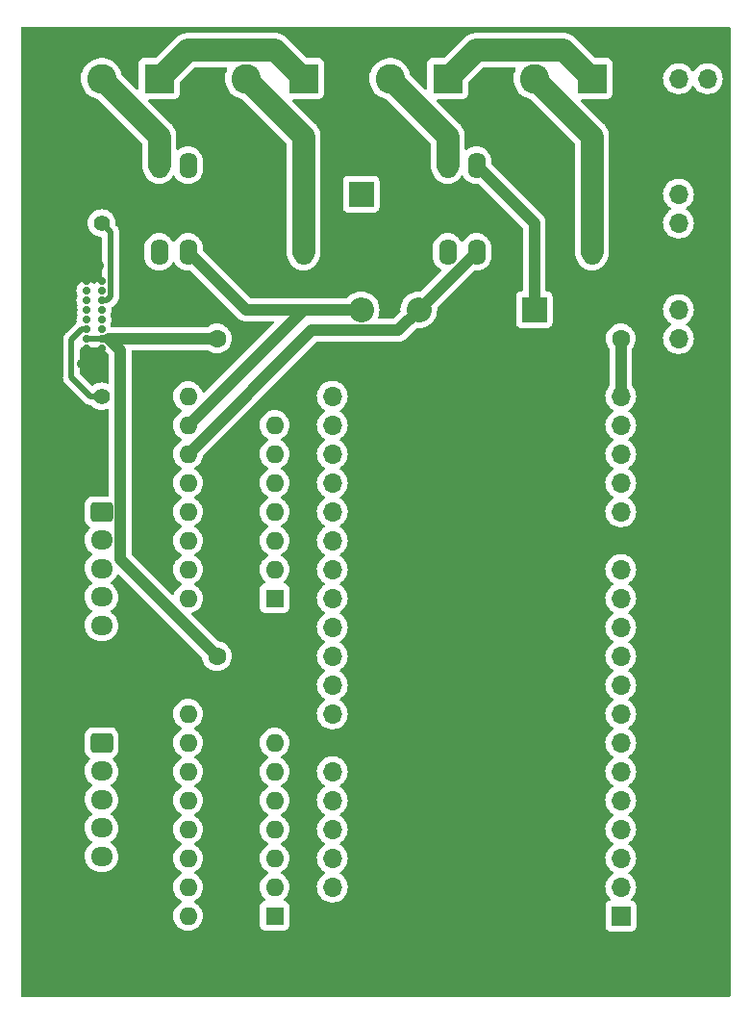
<source format=gbr>
%TF.GenerationSoftware,KiCad,Pcbnew,(6.0.4)*%
%TF.CreationDate,2022-05-24T10:51:07+02:00*%
%TF.ProjectId,XRTL_PCB,5852544c-5f50-4434-922e-6b696361645f,1.0*%
%TF.SameCoordinates,Original*%
%TF.FileFunction,Copper,L2,Bot*%
%TF.FilePolarity,Positive*%
%FSLAX46Y46*%
G04 Gerber Fmt 4.6, Leading zero omitted, Abs format (unit mm)*
G04 Created by KiCad (PCBNEW (6.0.4)) date 2022-05-24 10:51:07*
%MOMM*%
%LPD*%
G01*
G04 APERTURE LIST*
G04 Aperture macros list*
%AMRoundRect*
0 Rectangle with rounded corners*
0 $1 Rounding radius*
0 $2 $3 $4 $5 $6 $7 $8 $9 X,Y pos of 4 corners*
0 Add a 4 corners polygon primitive as box body*
4,1,4,$2,$3,$4,$5,$6,$7,$8,$9,$2,$3,0*
0 Add four circle primitives for the rounded corners*
1,1,$1+$1,$2,$3*
1,1,$1+$1,$4,$5*
1,1,$1+$1,$6,$7*
1,1,$1+$1,$8,$9*
0 Add four rect primitives between the rounded corners*
20,1,$1+$1,$2,$3,$4,$5,0*
20,1,$1+$1,$4,$5,$6,$7,0*
20,1,$1+$1,$6,$7,$8,$9,0*
20,1,$1+$1,$8,$9,$2,$3,0*%
G04 Aperture macros list end*
%TA.AperFunction,ComponentPad*%
%ADD10C,1.400000*%
%TD*%
%TA.AperFunction,ComponentPad*%
%ADD11O,1.400000X1.400000*%
%TD*%
%TA.AperFunction,ComponentPad*%
%ADD12C,1.600000*%
%TD*%
%TA.AperFunction,ComponentPad*%
%ADD13O,1.600000X2.300000*%
%TD*%
%TA.AperFunction,ComponentPad*%
%ADD14R,2.600000X2.600000*%
%TD*%
%TA.AperFunction,ComponentPad*%
%ADD15C,2.600000*%
%TD*%
%TA.AperFunction,ComponentPad*%
%ADD16R,1.600000X1.600000*%
%TD*%
%TA.AperFunction,ComponentPad*%
%ADD17O,1.600000X1.600000*%
%TD*%
%TA.AperFunction,ComponentPad*%
%ADD18R,1.700000X1.700000*%
%TD*%
%TA.AperFunction,ComponentPad*%
%ADD19O,1.700000X1.700000*%
%TD*%
%TA.AperFunction,ComponentPad*%
%ADD20RoundRect,0.250000X-0.725000X0.600000X-0.725000X-0.600000X0.725000X-0.600000X0.725000X0.600000X0*%
%TD*%
%TA.AperFunction,ComponentPad*%
%ADD21O,1.950000X1.700000*%
%TD*%
%TA.AperFunction,ComponentPad*%
%ADD22R,2.200000X2.200000*%
%TD*%
%TA.AperFunction,ComponentPad*%
%ADD23O,2.200000X2.200000*%
%TD*%
%TA.AperFunction,ComponentPad*%
%ADD24C,0.700000*%
%TD*%
%TA.AperFunction,ComponentPad*%
%ADD25O,1.700000X0.900000*%
%TD*%
%TA.AperFunction,ComponentPad*%
%ADD26O,2.400000X0.900000*%
%TD*%
%TA.AperFunction,ViaPad*%
%ADD27C,0.800000*%
%TD*%
%TA.AperFunction,Conductor*%
%ADD28C,2.000000*%
%TD*%
%TA.AperFunction,Conductor*%
%ADD29C,1.000000*%
%TD*%
%TA.AperFunction,Conductor*%
%ADD30C,0.500000*%
%TD*%
G04 APERTURE END LIST*
D10*
%TO.P,R1,1*%
%TO.N,Net-(J13-PadB5)*%
X81280000Y-81280000D03*
D11*
%TO.P,R1,2*%
%TO.N,GND*%
X76200000Y-81280000D03*
%TD*%
D12*
%TO.P,C3,1*%
%TO.N,+5V*%
X127000000Y-76200000D03*
%TO.P,C3,2*%
%TO.N,GND*%
X127000000Y-73700000D03*
%TD*%
D13*
%TO.P,K2,1*%
%TO.N,Net-(J6-Pad2)*%
X99060000Y-60960000D03*
%TO.P,K2,5*%
%TO.N,+5V*%
X88900000Y-60960000D03*
%TO.P,K2,6*%
%TO.N,Net-(J8-Pad2)*%
X86360000Y-60960000D03*
%TO.P,K2,7*%
%TO.N,unconnected-(K2-Pad7)*%
X86360000Y-68580000D03*
%TO.P,K2,8*%
%TO.N,driverRelay2*%
X88900000Y-68580000D03*
%TO.P,K2,12*%
%TO.N,Net-(J6-Pad2)*%
X99060000Y-68580000D03*
%TD*%
%TO.P,K1,1*%
%TO.N,Net-(J7-Pad2)*%
X124460000Y-60960000D03*
%TO.P,K1,5*%
%TO.N,+5V*%
X114300000Y-60960000D03*
%TO.P,K1,6*%
%TO.N,Net-(J9-Pad2)*%
X111760000Y-60960000D03*
%TO.P,K1,7*%
%TO.N,unconnected-(K1-Pad7)*%
X111760000Y-68580000D03*
%TO.P,K1,8*%
%TO.N,driverRelay1*%
X114300000Y-68580000D03*
%TO.P,K1,12*%
%TO.N,Net-(J7-Pad2)*%
X124460000Y-68580000D03*
%TD*%
D14*
%TO.P,J6,1,Pin_1*%
%TO.N,Net-(J6-Pad1)*%
X99060000Y-53340000D03*
D15*
%TO.P,J6,2,Pin_2*%
%TO.N,Net-(J6-Pad2)*%
X93980000Y-53340000D03*
%TD*%
D14*
%TO.P,J7,1,Pin_1*%
%TO.N,Net-(J7-Pad1)*%
X124460000Y-53340000D03*
D15*
%TO.P,J7,2,Pin_2*%
%TO.N,Net-(J7-Pad2)*%
X119380000Y-53340000D03*
%TD*%
D16*
%TO.P,U2,1,I1*%
%TO.N,stepper2D*%
X96520000Y-99060000D03*
D17*
%TO.P,U2,2,I2*%
%TO.N,stepper2C*%
X96520000Y-96520000D03*
%TO.P,U2,3,I3*%
%TO.N,stepper2B*%
X96520000Y-93980000D03*
%TO.P,U2,4,I4*%
%TO.N,stepper2A*%
X96520000Y-91440000D03*
%TO.P,U2,5,I5*%
%TO.N,unconnected-(U2-Pad5)*%
X96520000Y-88900000D03*
%TO.P,U2,6,I6*%
%TO.N,relay2*%
X96520000Y-86360000D03*
%TO.P,U2,7,I7*%
%TO.N,relay1*%
X96520000Y-83820000D03*
%TO.P,U2,8,GND*%
%TO.N,GND*%
X96520000Y-81280000D03*
%TO.P,U2,9,COM*%
%TO.N,+5V*%
X88900000Y-81280000D03*
%TO.P,U2,10,O7*%
%TO.N,driverRelay2*%
X88900000Y-83820000D03*
%TO.P,U2,11,O6*%
%TO.N,driverRelay1*%
X88900000Y-86360000D03*
%TO.P,U2,12,O5*%
%TO.N,unconnected-(U2-Pad12)*%
X88900000Y-88900000D03*
%TO.P,U2,13,O4*%
%TO.N,Net-(J3-Pad1)*%
X88900000Y-91440000D03*
%TO.P,U2,14,O3*%
%TO.N,Net-(J3-Pad2)*%
X88900000Y-93980000D03*
%TO.P,U2,15,O2*%
%TO.N,Net-(J3-Pad3)*%
X88900000Y-96520000D03*
%TO.P,U2,16,O1*%
%TO.N,Net-(J3-Pad4)*%
X88900000Y-99060000D03*
%TD*%
D18*
%TO.P,J4,1,Pin_1*%
%TO.N,+3V3*%
X127000000Y-127000000D03*
D19*
%TO.P,J4,2,Pin_2*%
%TO.N,unconnected-(J4-Pad2)*%
X127000000Y-124460000D03*
%TO.P,J4,3,Pin_3*%
%TO.N,unconnected-(J4-Pad3)*%
X127000000Y-121920000D03*
%TO.P,J4,4,Pin_4*%
%TO.N,unconnected-(J4-Pad4)*%
X127000000Y-119380000D03*
%TO.P,J4,5,Pin_5*%
%TO.N,unconnected-(J4-Pad5)*%
X127000000Y-116840000D03*
%TO.P,J4,6,Pin_6*%
%TO.N,unconnected-(J4-Pad6)*%
X127000000Y-114300000D03*
%TO.P,J4,7,Pin_7*%
%TO.N,infoLED*%
X127000000Y-111760000D03*
%TO.P,J4,8,Pin_8*%
%TO.N,servo1*%
X127000000Y-109220000D03*
%TO.P,J4,9,Pin_9*%
%TO.N,servo2*%
X127000000Y-106680000D03*
%TO.P,J4,10,Pin_10*%
%TO.N,relay2*%
X127000000Y-104140000D03*
%TO.P,J4,11,Pin_11*%
%TO.N,relay1*%
X127000000Y-101600000D03*
%TO.P,J4,12,Pin_12*%
%TO.N,unconnected-(J4-Pad12)*%
X127000000Y-99060000D03*
%TO.P,J4,13,Pin_13*%
%TO.N,unconnected-(J4-Pad13)*%
X127000000Y-96520000D03*
%TO.P,J4,14,Pin_14*%
%TO.N,GND*%
X127000000Y-93980000D03*
%TO.P,J4,15,Pin_15*%
%TO.N,unconnected-(J4-Pad15)*%
X127000000Y-91440000D03*
%TO.P,J4,16,Pin_16*%
%TO.N,unconnected-(J4-Pad16)*%
X127000000Y-88900000D03*
%TO.P,J4,17,Pin_17*%
%TO.N,unconnected-(J4-Pad17)*%
X127000000Y-86360000D03*
%TO.P,J4,18,Pin_18*%
%TO.N,unconnected-(J4-Pad18)*%
X127000000Y-83820000D03*
%TO.P,J4,19,Pin_19*%
%TO.N,+5V*%
X127000000Y-81280000D03*
%TD*%
D14*
%TO.P,J9,1,Pin_1*%
%TO.N,Net-(J7-Pad1)*%
X111760000Y-53340000D03*
D15*
%TO.P,J9,2,Pin_2*%
%TO.N,Net-(J9-Pad2)*%
X106680000Y-53340000D03*
%TD*%
D12*
%TO.P,C2,1*%
%TO.N,+5V*%
X91440000Y-76200000D03*
%TO.P,C2,2*%
%TO.N,GND*%
X93940000Y-76200000D03*
%TD*%
D10*
%TO.P,R2,1*%
%TO.N,Net-(J13-PadA5)*%
X81280000Y-66040000D03*
D11*
%TO.P,R2,2*%
%TO.N,GND*%
X76200000Y-66040000D03*
%TD*%
D16*
%TO.P,U1,1,I1*%
%TO.N,unconnected-(U1-Pad1)*%
X96520000Y-127000000D03*
D17*
%TO.P,U1,2,I2*%
%TO.N,unconnected-(U1-Pad2)*%
X96520000Y-124460000D03*
%TO.P,U1,3,I3*%
%TO.N,unconnected-(U1-Pad3)*%
X96520000Y-121920000D03*
%TO.P,U1,4,I4*%
%TO.N,stepper1D*%
X96520000Y-119380000D03*
%TO.P,U1,5,I5*%
%TO.N,stepper1C*%
X96520000Y-116840000D03*
%TO.P,U1,6,I6*%
%TO.N,stepper1B*%
X96520000Y-114300000D03*
%TO.P,U1,7,I7*%
%TO.N,stepper1A*%
X96520000Y-111760000D03*
%TO.P,U1,8,GND*%
%TO.N,GND*%
X96520000Y-109220000D03*
%TO.P,U1,9,COM*%
%TO.N,+5V*%
X88900000Y-109220000D03*
%TO.P,U1,10,O7*%
%TO.N,Net-(J2-Pad1)*%
X88900000Y-111760000D03*
%TO.P,U1,11,O6*%
%TO.N,Net-(J2-Pad2)*%
X88900000Y-114300000D03*
%TO.P,U1,12,O5*%
%TO.N,Net-(J2-Pad3)*%
X88900000Y-116840000D03*
%TO.P,U1,13,O4*%
%TO.N,Net-(J2-Pad4)*%
X88900000Y-119380000D03*
%TO.P,U1,14,O3*%
%TO.N,unconnected-(U1-Pad14)*%
X88900000Y-121920000D03*
%TO.P,U1,15,O2*%
%TO.N,unconnected-(U1-Pad15)*%
X88900000Y-124460000D03*
%TO.P,U1,16,O1*%
%TO.N,unconnected-(U1-Pad16)*%
X88900000Y-127000000D03*
%TD*%
D20*
%TO.P,J2,1,Pin_1*%
%TO.N,Net-(J2-Pad1)*%
X81280000Y-111760000D03*
D21*
%TO.P,J2,2,Pin_2*%
%TO.N,Net-(J2-Pad2)*%
X81280000Y-114260000D03*
%TO.P,J2,3,Pin_3*%
%TO.N,Net-(J2-Pad3)*%
X81280000Y-116760000D03*
%TO.P,J2,4,Pin_4*%
%TO.N,Net-(J2-Pad4)*%
X81280000Y-119260000D03*
%TO.P,J2,5,Pin_5*%
%TO.N,+5V*%
X81280000Y-121760000D03*
%TD*%
D18*
%TO.P,J5,1,Pin_1*%
%TO.N,GND*%
X101600000Y-127000000D03*
D19*
%TO.P,J5,2,Pin_2*%
%TO.N,stepper1D*%
X101600000Y-124460000D03*
%TO.P,J5,3,Pin_3*%
%TO.N,stepper1C*%
X101600000Y-121920000D03*
%TO.P,J5,4,Pin_4*%
%TO.N,unconnected-(J5-Pad4)*%
X101600000Y-119380000D03*
%TO.P,J5,5,Pin_5*%
%TO.N,unconnected-(J5-Pad5)*%
X101600000Y-116840000D03*
%TO.P,J5,6,Pin_6*%
%TO.N,stepper1B*%
X101600000Y-114300000D03*
%TO.P,J5,7,Pin_7*%
%TO.N,GND*%
X101600000Y-111760000D03*
%TO.P,J5,8,Pin_8*%
%TO.N,stepper1A*%
X101600000Y-109220000D03*
%TO.P,J5,9,Pin_9*%
%TO.N,stepper2D*%
X101600000Y-106680000D03*
%TO.P,J5,10,Pin_10*%
%TO.N,unconnected-(J5-Pad10)*%
X101600000Y-104140000D03*
%TO.P,J5,11,Pin_11*%
%TO.N,stepper2C*%
X101600000Y-101600000D03*
%TO.P,J5,12,Pin_12*%
%TO.N,stepper2B*%
X101600000Y-99060000D03*
%TO.P,J5,13,Pin_13*%
%TO.N,stepper2A*%
X101600000Y-96520000D03*
%TO.P,J5,14,Pin_14*%
%TO.N,unconnected-(J5-Pad14)*%
X101600000Y-93980000D03*
%TO.P,J5,15,Pin_15*%
%TO.N,unconnected-(J5-Pad15)*%
X101600000Y-91440000D03*
%TO.P,J5,16,Pin_16*%
%TO.N,unconnected-(J5-Pad16)*%
X101600000Y-88900000D03*
%TO.P,J5,17,Pin_17*%
%TO.N,unconnected-(J5-Pad17)*%
X101600000Y-86360000D03*
%TO.P,J5,18,Pin_18*%
%TO.N,unconnected-(J5-Pad18)*%
X101600000Y-83820000D03*
%TO.P,J5,19,Pin_19*%
%TO.N,unconnected-(J5-Pad19)*%
X101600000Y-81280000D03*
%TD*%
D18*
%TO.P,J10,1,Pin_1*%
%TO.N,GND*%
X132080000Y-60960000D03*
D19*
%TO.P,J10,2,Pin_2*%
%TO.N,+5V*%
X132080000Y-63500000D03*
%TO.P,J10,3,Pin_3*%
%TO.N,servo1*%
X132080000Y-66040000D03*
%TD*%
D22*
%TO.P,D2,1,K*%
%TO.N,+5V*%
X119380000Y-73660000D03*
D23*
%TO.P,D2,2,A*%
%TO.N,driverRelay1*%
X109220000Y-73660000D03*
%TD*%
D20*
%TO.P,J3,1,Pin_1*%
%TO.N,Net-(J3-Pad1)*%
X81280000Y-91440000D03*
D21*
%TO.P,J3,2,Pin_2*%
%TO.N,Net-(J3-Pad2)*%
X81280000Y-93940000D03*
%TO.P,J3,3,Pin_3*%
%TO.N,Net-(J3-Pad3)*%
X81280000Y-96440000D03*
%TO.P,J3,4,Pin_4*%
%TO.N,Net-(J3-Pad4)*%
X81280000Y-98940000D03*
%TO.P,J3,5,Pin_5*%
%TO.N,+5V*%
X81280000Y-101440000D03*
%TD*%
D12*
%TO.P,C1,1*%
%TO.N,+5V*%
X91440000Y-104140000D03*
%TO.P,C1,2*%
%TO.N,GND*%
X93940000Y-104140000D03*
%TD*%
D14*
%TO.P,J8,1,Pin_1*%
%TO.N,Net-(J6-Pad1)*%
X86360000Y-53340000D03*
D15*
%TO.P,J8,2,Pin_2*%
%TO.N,Net-(J8-Pad2)*%
X81280000Y-53340000D03*
%TD*%
D22*
%TO.P,D1,1,K*%
%TO.N,+5V*%
X104140000Y-63500000D03*
D23*
%TO.P,D1,2,A*%
%TO.N,driverRelay2*%
X104140000Y-73660000D03*
%TD*%
D18*
%TO.P,J11,1,Pin_1*%
%TO.N,GND*%
X132080000Y-71120000D03*
D19*
%TO.P,J11,2,Pin_2*%
%TO.N,+5V*%
X132080000Y-73660000D03*
%TO.P,J11,3,Pin_3*%
%TO.N,servo2*%
X132080000Y-76200000D03*
%TD*%
D18*
%TO.P,J12,1,Pin_1*%
%TO.N,GND*%
X129540000Y-53340000D03*
D19*
%TO.P,J12,2,Pin_2*%
%TO.N,+5V*%
X132080000Y-53340000D03*
%TO.P,J12,3,Pin_3*%
%TO.N,infoLED*%
X134620000Y-53340000D03*
%TD*%
D24*
%TO.P,J13,A1,GND*%
%TO.N,GND*%
X81280000Y-71120000D03*
%TO.P,J13,A4,VBUS*%
%TO.N,+5V*%
X81280000Y-71970000D03*
%TO.P,J13,A5,CC1*%
%TO.N,Net-(J13-PadA5)*%
X81280000Y-72820000D03*
%TO.P,J13,A6,D+*%
%TO.N,unconnected-(J13-PadA6)*%
X81280000Y-73670000D03*
%TO.P,J13,A7,D-*%
%TO.N,unconnected-(J13-PadA7)*%
X81280000Y-74520000D03*
%TO.P,J13,A8,SBU1*%
%TO.N,unconnected-(J13-PadA8)*%
X81280000Y-75370000D03*
%TO.P,J13,A9,VBUS*%
%TO.N,+5V*%
X81280000Y-76220000D03*
%TO.P,J13,A12,GND*%
%TO.N,GND*%
X81280000Y-77070000D03*
%TO.P,J13,B1,GND*%
X79930000Y-77070000D03*
%TO.P,J13,B4,VBUS*%
%TO.N,+5V*%
X79930000Y-76220000D03*
%TO.P,J13,B5,CC2*%
%TO.N,Net-(J13-PadB5)*%
X79930000Y-75370000D03*
%TO.P,J13,B6,D+*%
%TO.N,unconnected-(J13-PadB6)*%
X79930000Y-74520000D03*
%TO.P,J13,B7,D-*%
%TO.N,unconnected-(J13-PadB7)*%
X79930000Y-73670000D03*
%TO.P,J13,B8,SBU2*%
%TO.N,unconnected-(J13-PadB8)*%
X79930000Y-72820000D03*
%TO.P,J13,B9,VBUS*%
%TO.N,+5V*%
X79930000Y-71970000D03*
%TO.P,J13,B12,GND*%
%TO.N,GND*%
X79930000Y-71120000D03*
D25*
%TO.P,J13,S1,SHIELD*%
X76920000Y-78420000D03*
D26*
X80300000Y-78420000D03*
X80300000Y-69770000D03*
D25*
X76920000Y-69770000D03*
%TD*%
D27*
%TO.N,GND*%
X104140000Y-68580000D03*
X121920000Y-63500000D03*
X91440000Y-68580000D03*
X81280000Y-83820000D03*
X121920000Y-91440000D03*
X93980000Y-83820000D03*
X78740000Y-73660000D03*
X86360000Y-121920000D03*
X83820000Y-101600000D03*
X86360000Y-78740000D03*
X127000000Y-55880000D03*
X99060000Y-78740000D03*
X111760000Y-73660000D03*
X109220000Y-68580000D03*
X88900000Y-73660000D03*
X86360000Y-71120000D03*
X127000000Y-63500000D03*
X104140000Y-86360000D03*
%TD*%
D28*
%TO.N,Net-(J6-Pad1)*%
X96560489Y-50840489D02*
X88859511Y-50840489D01*
X88859511Y-50840489D02*
X86360000Y-53340000D01*
X99060000Y-53340000D02*
X96560489Y-50840489D01*
%TO.N,Net-(J7-Pad1)*%
X121960489Y-50840489D02*
X124460000Y-53340000D01*
X114259511Y-50840489D02*
X121960489Y-50840489D01*
X111760000Y-53340000D02*
X114259511Y-50840489D01*
D29*
%TO.N,driverRelay1*%
X114300000Y-68580000D02*
X109220000Y-73660000D01*
X107420489Y-75459511D02*
X109220000Y-73660000D01*
X99800489Y-75459511D02*
X107420489Y-75459511D01*
X88900000Y-86360000D02*
X99800489Y-75459511D01*
%TO.N,driverRelay2*%
X88900000Y-83820000D02*
X99060000Y-73660000D01*
X104140000Y-73660000D02*
X93980000Y-73660000D01*
X93980000Y-73660000D02*
X88900000Y-68580000D01*
X99060000Y-73660000D02*
X104140000Y-73660000D01*
D28*
%TO.N,Net-(J6-Pad2)*%
X99060000Y-58420000D02*
X93980000Y-53340000D01*
X99060000Y-68580000D02*
X99060000Y-58420000D01*
%TO.N,Net-(J7-Pad2)*%
X124460000Y-68580000D02*
X124460000Y-58420000D01*
X124460000Y-58420000D02*
X119380000Y-53340000D01*
%TO.N,Net-(J8-Pad2)*%
X86360000Y-58420000D02*
X81280000Y-53340000D01*
X86360000Y-60960000D02*
X86360000Y-58420000D01*
%TO.N,Net-(J9-Pad2)*%
X111760000Y-60960000D02*
X111760000Y-58420000D01*
X111760000Y-58420000D02*
X106680000Y-53340000D01*
D29*
%TO.N,+5V*%
X119380000Y-66040000D02*
X114300000Y-60960000D01*
X82954520Y-77220286D02*
X81934234Y-76200000D01*
X82954520Y-95654520D02*
X82954520Y-77220286D01*
X91440000Y-76200000D02*
X81934234Y-76200000D01*
X91440000Y-104140000D02*
X82954520Y-95654520D01*
D30*
X79930000Y-76220000D02*
X81260000Y-76220000D01*
D29*
X81934234Y-76200000D02*
X81914234Y-76220000D01*
X119380000Y-73660000D02*
X119380000Y-66040000D01*
X127000000Y-76200000D02*
X127000000Y-81280000D01*
D30*
%TO.N,Net-(J13-PadA5)*%
X82079511Y-72515463D02*
X81774974Y-72820000D01*
X81280000Y-66040000D02*
X82079511Y-66839511D01*
X82079511Y-66839511D02*
X82079511Y-72515463D01*
X81774974Y-72820000D02*
X81280000Y-72820000D01*
%TO.N,Net-(J13-PadB5)*%
X78650480Y-76289520D02*
X79570000Y-75370000D01*
X78650480Y-79640429D02*
X78650480Y-76289520D01*
X79570000Y-75370000D02*
X79930000Y-75370000D01*
X81280000Y-81280000D02*
X80290051Y-81280000D01*
X80290051Y-81280000D02*
X78650480Y-79640429D01*
%TD*%
%TA.AperFunction,Conductor*%
%TO.N,GND*%
G36*
X136593621Y-48788502D02*
G01*
X136640114Y-48842158D01*
X136651500Y-48894500D01*
X136651500Y-133985500D01*
X136631498Y-134053621D01*
X136577842Y-134100114D01*
X136525500Y-134111500D01*
X74294500Y-134111500D01*
X74226379Y-134091498D01*
X74179886Y-134037842D01*
X74168500Y-133985500D01*
X74168500Y-127000000D01*
X87586502Y-127000000D01*
X87606457Y-127228087D01*
X87665716Y-127449243D01*
X87668039Y-127454224D01*
X87668039Y-127454225D01*
X87760151Y-127651762D01*
X87760154Y-127651767D01*
X87762477Y-127656749D01*
X87893802Y-127844300D01*
X88055700Y-128006198D01*
X88060208Y-128009355D01*
X88060211Y-128009357D01*
X88101542Y-128038297D01*
X88243251Y-128137523D01*
X88248233Y-128139846D01*
X88248238Y-128139849D01*
X88417212Y-128218642D01*
X88450757Y-128234284D01*
X88456065Y-128235706D01*
X88456067Y-128235707D01*
X88666598Y-128292119D01*
X88666600Y-128292119D01*
X88671913Y-128293543D01*
X88900000Y-128313498D01*
X89128087Y-128293543D01*
X89133400Y-128292119D01*
X89133402Y-128292119D01*
X89343933Y-128235707D01*
X89343935Y-128235706D01*
X89349243Y-128234284D01*
X89382788Y-128218642D01*
X89551762Y-128139849D01*
X89551767Y-128139846D01*
X89556749Y-128137523D01*
X89698458Y-128038297D01*
X89739789Y-128009357D01*
X89739792Y-128009355D01*
X89744300Y-128006198D01*
X89906198Y-127844300D01*
X90037523Y-127656749D01*
X90039846Y-127651767D01*
X90039849Y-127651762D01*
X90131961Y-127454225D01*
X90131961Y-127454224D01*
X90134284Y-127449243D01*
X90193543Y-127228087D01*
X90213498Y-127000000D01*
X90193543Y-126771913D01*
X90134284Y-126550757D01*
X90131961Y-126545775D01*
X90039849Y-126348238D01*
X90039846Y-126348233D01*
X90037523Y-126343251D01*
X89906198Y-126155700D01*
X89744300Y-125993802D01*
X89739792Y-125990645D01*
X89739789Y-125990643D01*
X89604780Y-125896109D01*
X89556749Y-125862477D01*
X89551767Y-125860154D01*
X89551762Y-125860151D01*
X89517543Y-125844195D01*
X89464258Y-125797278D01*
X89444797Y-125729001D01*
X89465339Y-125661041D01*
X89517543Y-125615805D01*
X89551762Y-125599849D01*
X89551767Y-125599846D01*
X89556749Y-125597523D01*
X89694351Y-125501173D01*
X89739789Y-125469357D01*
X89739792Y-125469355D01*
X89744300Y-125466198D01*
X89906198Y-125304300D01*
X89930923Y-125268990D01*
X90034366Y-125121257D01*
X90037523Y-125116749D01*
X90039846Y-125111767D01*
X90039849Y-125111762D01*
X90131961Y-124914225D01*
X90131961Y-124914224D01*
X90134284Y-124909243D01*
X90144150Y-124872425D01*
X90192119Y-124693402D01*
X90192119Y-124693400D01*
X90193543Y-124688087D01*
X90213498Y-124460000D01*
X95206502Y-124460000D01*
X95226457Y-124688087D01*
X95227881Y-124693400D01*
X95227881Y-124693402D01*
X95275851Y-124872425D01*
X95285716Y-124909243D01*
X95288039Y-124914224D01*
X95288039Y-124914225D01*
X95380151Y-125111762D01*
X95380154Y-125111767D01*
X95382477Y-125116749D01*
X95385634Y-125121257D01*
X95489078Y-125268990D01*
X95513802Y-125304300D01*
X95675700Y-125466198D01*
X95680211Y-125469357D01*
X95684424Y-125472892D01*
X95683473Y-125474026D01*
X95723471Y-125524071D01*
X95730776Y-125594690D01*
X95698742Y-125658049D01*
X95637538Y-125694030D01*
X95620483Y-125697082D01*
X95609684Y-125698255D01*
X95473295Y-125749385D01*
X95356739Y-125836739D01*
X95269385Y-125953295D01*
X95218255Y-126089684D01*
X95211500Y-126151866D01*
X95211500Y-127848134D01*
X95218255Y-127910316D01*
X95269385Y-128046705D01*
X95356739Y-128163261D01*
X95473295Y-128250615D01*
X95609684Y-128301745D01*
X95671866Y-128308500D01*
X97368134Y-128308500D01*
X97430316Y-128301745D01*
X97566705Y-128250615D01*
X97683261Y-128163261D01*
X97770615Y-128046705D01*
X97821745Y-127910316D01*
X97828500Y-127848134D01*
X97828500Y-126151866D01*
X97821745Y-126089684D01*
X97770615Y-125953295D01*
X97683261Y-125836739D01*
X97566705Y-125749385D01*
X97430316Y-125698255D01*
X97419526Y-125697083D01*
X97417394Y-125696197D01*
X97414778Y-125695575D01*
X97414879Y-125695152D01*
X97353965Y-125669845D01*
X97313537Y-125611483D01*
X97311078Y-125540529D01*
X97347371Y-125479510D01*
X97356031Y-125472511D01*
X97359793Y-125469354D01*
X97364300Y-125466198D01*
X97526198Y-125304300D01*
X97550923Y-125268990D01*
X97654366Y-125121257D01*
X97657523Y-125116749D01*
X97659846Y-125111767D01*
X97659849Y-125111762D01*
X97751961Y-124914225D01*
X97751961Y-124914224D01*
X97754284Y-124909243D01*
X97764150Y-124872425D01*
X97812119Y-124693402D01*
X97812119Y-124693400D01*
X97813543Y-124688087D01*
X97833498Y-124460000D01*
X97830584Y-124426695D01*
X100237251Y-124426695D01*
X100237548Y-124431848D01*
X100237548Y-124431851D01*
X100243011Y-124526590D01*
X100250110Y-124649715D01*
X100251247Y-124654761D01*
X100251248Y-124654767D01*
X100259955Y-124693402D01*
X100299222Y-124867639D01*
X100383266Y-125074616D01*
X100499987Y-125265088D01*
X100646250Y-125433938D01*
X100818126Y-125576632D01*
X101011000Y-125689338D01*
X101015825Y-125691180D01*
X101015826Y-125691181D01*
X101051415Y-125704771D01*
X101219692Y-125769030D01*
X101224760Y-125770061D01*
X101224763Y-125770062D01*
X101306734Y-125786739D01*
X101438597Y-125813567D01*
X101443772Y-125813757D01*
X101443774Y-125813757D01*
X101656673Y-125821564D01*
X101656677Y-125821564D01*
X101661837Y-125821753D01*
X101666957Y-125821097D01*
X101666959Y-125821097D01*
X101878288Y-125794025D01*
X101878289Y-125794025D01*
X101883416Y-125793368D01*
X101888366Y-125791883D01*
X102092429Y-125730661D01*
X102092434Y-125730659D01*
X102097384Y-125729174D01*
X102297994Y-125630896D01*
X102479860Y-125501173D01*
X102508623Y-125472511D01*
X102634435Y-125347137D01*
X102638096Y-125343489D01*
X102669498Y-125299789D01*
X102765435Y-125166277D01*
X102768453Y-125162077D01*
X102788628Y-125121257D01*
X102865136Y-124966453D01*
X102865137Y-124966451D01*
X102867430Y-124961811D01*
X102932370Y-124748069D01*
X102961529Y-124526590D01*
X102963156Y-124460000D01*
X102960418Y-124426695D01*
X125637251Y-124426695D01*
X125637548Y-124431848D01*
X125637548Y-124431851D01*
X125643011Y-124526590D01*
X125650110Y-124649715D01*
X125651247Y-124654761D01*
X125651248Y-124654767D01*
X125659955Y-124693402D01*
X125699222Y-124867639D01*
X125783266Y-125074616D01*
X125899987Y-125265088D01*
X126046250Y-125433938D01*
X126050230Y-125437242D01*
X126054981Y-125441187D01*
X126094616Y-125500090D01*
X126096113Y-125571071D01*
X126058997Y-125631593D01*
X126018725Y-125656112D01*
X125937049Y-125686731D01*
X125903295Y-125699385D01*
X125786739Y-125786739D01*
X125699385Y-125903295D01*
X125648255Y-126039684D01*
X125641500Y-126101866D01*
X125641500Y-127898134D01*
X125648255Y-127960316D01*
X125699385Y-128096705D01*
X125786739Y-128213261D01*
X125903295Y-128300615D01*
X126039684Y-128351745D01*
X126101866Y-128358500D01*
X127898134Y-128358500D01*
X127960316Y-128351745D01*
X128096705Y-128300615D01*
X128213261Y-128213261D01*
X128300615Y-128096705D01*
X128351745Y-127960316D01*
X128358500Y-127898134D01*
X128358500Y-126101866D01*
X128351745Y-126039684D01*
X128300615Y-125903295D01*
X128213261Y-125786739D01*
X128096705Y-125699385D01*
X128062951Y-125686731D01*
X127978203Y-125654960D01*
X127921439Y-125612318D01*
X127896739Y-125545756D01*
X127911947Y-125476408D01*
X127933493Y-125447727D01*
X128034435Y-125347137D01*
X128038096Y-125343489D01*
X128069498Y-125299789D01*
X128165435Y-125166277D01*
X128168453Y-125162077D01*
X128188628Y-125121257D01*
X128265136Y-124966453D01*
X128265137Y-124966451D01*
X128267430Y-124961811D01*
X128332370Y-124748069D01*
X128361529Y-124526590D01*
X128363156Y-124460000D01*
X128344852Y-124237361D01*
X128290431Y-124020702D01*
X128201354Y-123815840D01*
X128080014Y-123628277D01*
X127929670Y-123463051D01*
X127925619Y-123459852D01*
X127925615Y-123459848D01*
X127758414Y-123327800D01*
X127758410Y-123327798D01*
X127754359Y-123324598D01*
X127713053Y-123301796D01*
X127663084Y-123251364D01*
X127648312Y-123181921D01*
X127673428Y-123115516D01*
X127700780Y-123088909D01*
X127764009Y-123043808D01*
X127879860Y-122961173D01*
X127911788Y-122929357D01*
X128034435Y-122807137D01*
X128038096Y-122803489D01*
X128069498Y-122759789D01*
X128165435Y-122626277D01*
X128168453Y-122622077D01*
X128188628Y-122581257D01*
X128265136Y-122426453D01*
X128265137Y-122426451D01*
X128267430Y-122421811D01*
X128312658Y-122272949D01*
X128330865Y-122213023D01*
X128330865Y-122213021D01*
X128332370Y-122208069D01*
X128361529Y-121986590D01*
X128363156Y-121920000D01*
X128344852Y-121697361D01*
X128290431Y-121480702D01*
X128201354Y-121275840D01*
X128080014Y-121088277D01*
X127929670Y-120923051D01*
X127925619Y-120919852D01*
X127925615Y-120919848D01*
X127758414Y-120787800D01*
X127758410Y-120787798D01*
X127754359Y-120784598D01*
X127713053Y-120761796D01*
X127663084Y-120711364D01*
X127648312Y-120641921D01*
X127673428Y-120575516D01*
X127700780Y-120548909D01*
X127756777Y-120508967D01*
X127879860Y-120421173D01*
X127911788Y-120389357D01*
X128034435Y-120267137D01*
X128038096Y-120263489D01*
X128056811Y-120237445D01*
X128165435Y-120086277D01*
X128168453Y-120082077D01*
X128179979Y-120058757D01*
X128265136Y-119886453D01*
X128265137Y-119886451D01*
X128267430Y-119881811D01*
X128332370Y-119668069D01*
X128361529Y-119446590D01*
X128362028Y-119426158D01*
X128363074Y-119383365D01*
X128363074Y-119383361D01*
X128363156Y-119380000D01*
X128344852Y-119157361D01*
X128290431Y-118940702D01*
X128201354Y-118735840D01*
X128080014Y-118548277D01*
X127929670Y-118383051D01*
X127925619Y-118379852D01*
X127925615Y-118379848D01*
X127758414Y-118247800D01*
X127758410Y-118247798D01*
X127754359Y-118244598D01*
X127713053Y-118221796D01*
X127663084Y-118171364D01*
X127648312Y-118101921D01*
X127673428Y-118035516D01*
X127700780Y-118008909D01*
X127749207Y-117974366D01*
X127879860Y-117881173D01*
X127911788Y-117849357D01*
X128034435Y-117727137D01*
X128038096Y-117723489D01*
X128069498Y-117679789D01*
X128165435Y-117546277D01*
X128168453Y-117542077D01*
X128188628Y-117501257D01*
X128265136Y-117346453D01*
X128265137Y-117346451D01*
X128267430Y-117341811D01*
X128299900Y-117234940D01*
X128330865Y-117133023D01*
X128330865Y-117133021D01*
X128332370Y-117128069D01*
X128361529Y-116906590D01*
X128363156Y-116840000D01*
X128344852Y-116617361D01*
X128290431Y-116400702D01*
X128201354Y-116195840D01*
X128080014Y-116008277D01*
X127929670Y-115843051D01*
X127925619Y-115839852D01*
X127925615Y-115839848D01*
X127758414Y-115707800D01*
X127758410Y-115707798D01*
X127754359Y-115704598D01*
X127713053Y-115681796D01*
X127663084Y-115631364D01*
X127648312Y-115561921D01*
X127673428Y-115495516D01*
X127700780Y-115468909D01*
X127752991Y-115431667D01*
X127879860Y-115341173D01*
X127911788Y-115309357D01*
X128034435Y-115187137D01*
X128038096Y-115183489D01*
X128049871Y-115167103D01*
X128165435Y-115006277D01*
X128168453Y-115002077D01*
X128188628Y-114961257D01*
X128265136Y-114806453D01*
X128265137Y-114806451D01*
X128267430Y-114801811D01*
X128332370Y-114588069D01*
X128361529Y-114366590D01*
X128362564Y-114324226D01*
X128363074Y-114303365D01*
X128363074Y-114303361D01*
X128363156Y-114300000D01*
X128344852Y-114077361D01*
X128290431Y-113860702D01*
X128201354Y-113655840D01*
X128161906Y-113594862D01*
X128082822Y-113472617D01*
X128082820Y-113472614D01*
X128080014Y-113468277D01*
X127929670Y-113303051D01*
X127925619Y-113299852D01*
X127925615Y-113299848D01*
X127758414Y-113167800D01*
X127758410Y-113167798D01*
X127754359Y-113164598D01*
X127713053Y-113141796D01*
X127663084Y-113091364D01*
X127648312Y-113021921D01*
X127673428Y-112955516D01*
X127700780Y-112928909D01*
X127749207Y-112894366D01*
X127879860Y-112801173D01*
X127911788Y-112769357D01*
X127961209Y-112720107D01*
X128038096Y-112643489D01*
X128069498Y-112599789D01*
X128165435Y-112466277D01*
X128168453Y-112462077D01*
X128188628Y-112421257D01*
X128265136Y-112266453D01*
X128265137Y-112266451D01*
X128267430Y-112261811D01*
X128332370Y-112048069D01*
X128361529Y-111826590D01*
X128363156Y-111760000D01*
X128344852Y-111537361D01*
X128290431Y-111320702D01*
X128201354Y-111115840D01*
X128125515Y-110998611D01*
X128082822Y-110932617D01*
X128082820Y-110932614D01*
X128080014Y-110928277D01*
X127929670Y-110763051D01*
X127925619Y-110759852D01*
X127925615Y-110759848D01*
X127758414Y-110627800D01*
X127758410Y-110627798D01*
X127754359Y-110624598D01*
X127713053Y-110601796D01*
X127663084Y-110551364D01*
X127648312Y-110481921D01*
X127673428Y-110415516D01*
X127700780Y-110388909D01*
X127749207Y-110354366D01*
X127879860Y-110261173D01*
X127911788Y-110229357D01*
X128034435Y-110107137D01*
X128038096Y-110103489D01*
X128069498Y-110059789D01*
X128165435Y-109926277D01*
X128168453Y-109922077D01*
X128188628Y-109881257D01*
X128265136Y-109726453D01*
X128265137Y-109726451D01*
X128267430Y-109721811D01*
X128332370Y-109508069D01*
X128361529Y-109286590D01*
X128363156Y-109220000D01*
X128344852Y-108997361D01*
X128290431Y-108780702D01*
X128201354Y-108575840D01*
X128080014Y-108388277D01*
X127929670Y-108223051D01*
X127925619Y-108219852D01*
X127925615Y-108219848D01*
X127758414Y-108087800D01*
X127758410Y-108087798D01*
X127754359Y-108084598D01*
X127713053Y-108061796D01*
X127663084Y-108011364D01*
X127648312Y-107941921D01*
X127673428Y-107875516D01*
X127700780Y-107848909D01*
X127744603Y-107817650D01*
X127879860Y-107721173D01*
X128038096Y-107563489D01*
X128097594Y-107480689D01*
X128165435Y-107386277D01*
X128168453Y-107382077D01*
X128267430Y-107181811D01*
X128332370Y-106968069D01*
X128361529Y-106746590D01*
X128363156Y-106680000D01*
X128344852Y-106457361D01*
X128290431Y-106240702D01*
X128201354Y-106035840D01*
X128080014Y-105848277D01*
X127929670Y-105683051D01*
X127925619Y-105679852D01*
X127925615Y-105679848D01*
X127758414Y-105547800D01*
X127758410Y-105547798D01*
X127754359Y-105544598D01*
X127713053Y-105521796D01*
X127663084Y-105471364D01*
X127648312Y-105401921D01*
X127673428Y-105335516D01*
X127700780Y-105308909D01*
X127749207Y-105274366D01*
X127879860Y-105181173D01*
X127911788Y-105149357D01*
X128034435Y-105027137D01*
X128038096Y-105023489D01*
X128069498Y-104979789D01*
X128165435Y-104846277D01*
X128168453Y-104842077D01*
X128188628Y-104801257D01*
X128265136Y-104646453D01*
X128265137Y-104646451D01*
X128267430Y-104641811D01*
X128332370Y-104428069D01*
X128361529Y-104206590D01*
X128363156Y-104140000D01*
X128344852Y-103917361D01*
X128290431Y-103700702D01*
X128201354Y-103495840D01*
X128080014Y-103308277D01*
X127929670Y-103143051D01*
X127925619Y-103139852D01*
X127925615Y-103139848D01*
X127758414Y-103007800D01*
X127758410Y-103007798D01*
X127754359Y-103004598D01*
X127713053Y-102981796D01*
X127663084Y-102931364D01*
X127648312Y-102861921D01*
X127673428Y-102795516D01*
X127700780Y-102768909D01*
X127764009Y-102723808D01*
X127879860Y-102641173D01*
X128038096Y-102483489D01*
X128097594Y-102400689D01*
X128165435Y-102306277D01*
X128168453Y-102302077D01*
X128199748Y-102238757D01*
X128265136Y-102106453D01*
X128265137Y-102106451D01*
X128267430Y-102101811D01*
X128312658Y-101952949D01*
X128330865Y-101893023D01*
X128330865Y-101893021D01*
X128332370Y-101888069D01*
X128361529Y-101666590D01*
X128363156Y-101600000D01*
X128344852Y-101377361D01*
X128290431Y-101160702D01*
X128201354Y-100955840D01*
X128080014Y-100768277D01*
X127929670Y-100603051D01*
X127925619Y-100599852D01*
X127925615Y-100599848D01*
X127758414Y-100467800D01*
X127758410Y-100467798D01*
X127754359Y-100464598D01*
X127713053Y-100441796D01*
X127663084Y-100391364D01*
X127648312Y-100321921D01*
X127673428Y-100255516D01*
X127700780Y-100228909D01*
X127756777Y-100188967D01*
X127879860Y-100101173D01*
X127911788Y-100069357D01*
X128011175Y-99970316D01*
X128038096Y-99943489D01*
X128056811Y-99917445D01*
X128165435Y-99766277D01*
X128168453Y-99762077D01*
X128179979Y-99738757D01*
X128265136Y-99566453D01*
X128265137Y-99566451D01*
X128267430Y-99561811D01*
X128332370Y-99348069D01*
X128361529Y-99126590D01*
X128362028Y-99106158D01*
X128363074Y-99063365D01*
X128363074Y-99063361D01*
X128363156Y-99060000D01*
X128344852Y-98837361D01*
X128290431Y-98620702D01*
X128201354Y-98415840D01*
X128080014Y-98228277D01*
X127929670Y-98063051D01*
X127925619Y-98059852D01*
X127925615Y-98059848D01*
X127758414Y-97927800D01*
X127758410Y-97927798D01*
X127754359Y-97924598D01*
X127713053Y-97901796D01*
X127663084Y-97851364D01*
X127648312Y-97781921D01*
X127673428Y-97715516D01*
X127700780Y-97688909D01*
X127749207Y-97654366D01*
X127879860Y-97561173D01*
X127908623Y-97532511D01*
X128034435Y-97407137D01*
X128038096Y-97403489D01*
X128069498Y-97359789D01*
X128165435Y-97226277D01*
X128168453Y-97222077D01*
X128188628Y-97181257D01*
X128265136Y-97026453D01*
X128265137Y-97026451D01*
X128267430Y-97021811D01*
X128299900Y-96914940D01*
X128330865Y-96813023D01*
X128330865Y-96813021D01*
X128332370Y-96808069D01*
X128361529Y-96586590D01*
X128363156Y-96520000D01*
X128344852Y-96297361D01*
X128290431Y-96080702D01*
X128201354Y-95875840D01*
X128080014Y-95688277D01*
X127929670Y-95523051D01*
X127925619Y-95519852D01*
X127925615Y-95519848D01*
X127758414Y-95387800D01*
X127758410Y-95387798D01*
X127754359Y-95384598D01*
X127748063Y-95381122D01*
X127649420Y-95326669D01*
X127558789Y-95276638D01*
X127553920Y-95274914D01*
X127553916Y-95274912D01*
X127353087Y-95203795D01*
X127353083Y-95203794D01*
X127348212Y-95202069D01*
X127343119Y-95201162D01*
X127343116Y-95201161D01*
X127133373Y-95163800D01*
X127133367Y-95163799D01*
X127128284Y-95162894D01*
X127054452Y-95161992D01*
X126910081Y-95160228D01*
X126910079Y-95160228D01*
X126904911Y-95160165D01*
X126684091Y-95193955D01*
X126471756Y-95263357D01*
X126273607Y-95366507D01*
X126269474Y-95369610D01*
X126269471Y-95369612D01*
X126248132Y-95385634D01*
X126094965Y-95500635D01*
X125940629Y-95662138D01*
X125937715Y-95666410D01*
X125937714Y-95666411D01*
X125928300Y-95680211D01*
X125814743Y-95846680D01*
X125720688Y-96049305D01*
X125660989Y-96264570D01*
X125637251Y-96486695D01*
X125637548Y-96491848D01*
X125637548Y-96491851D01*
X125643011Y-96586590D01*
X125650110Y-96709715D01*
X125651247Y-96714761D01*
X125651248Y-96714767D01*
X125659955Y-96753402D01*
X125699222Y-96927639D01*
X125783266Y-97134616D01*
X125899987Y-97325088D01*
X126046250Y-97493938D01*
X126218126Y-97636632D01*
X126277767Y-97671483D01*
X126291445Y-97679476D01*
X126340169Y-97731114D01*
X126353240Y-97800897D01*
X126326509Y-97866669D01*
X126286055Y-97900027D01*
X126273607Y-97906507D01*
X126269474Y-97909610D01*
X126269471Y-97909612D01*
X126120180Y-98021703D01*
X126094965Y-98040635D01*
X125940629Y-98202138D01*
X125937715Y-98206410D01*
X125937714Y-98206411D01*
X125930313Y-98217260D01*
X125814743Y-98386680D01*
X125720688Y-98589305D01*
X125660989Y-98804570D01*
X125637251Y-99026695D01*
X125637548Y-99031848D01*
X125637548Y-99031851D01*
X125643011Y-99126590D01*
X125650110Y-99249715D01*
X125651247Y-99254761D01*
X125651248Y-99254767D01*
X125659955Y-99293402D01*
X125699222Y-99467639D01*
X125783266Y-99674616D01*
X125899987Y-99865088D01*
X126046250Y-100033938D01*
X126218126Y-100176632D01*
X126285635Y-100216081D01*
X126291445Y-100219476D01*
X126340169Y-100271114D01*
X126353240Y-100340897D01*
X126326509Y-100406669D01*
X126286055Y-100440027D01*
X126273607Y-100446507D01*
X126269474Y-100449610D01*
X126269471Y-100449612D01*
X126245247Y-100467800D01*
X126094965Y-100580635D01*
X125940629Y-100742138D01*
X125814743Y-100926680D01*
X125720688Y-101129305D01*
X125660989Y-101344570D01*
X125637251Y-101566695D01*
X125637548Y-101571848D01*
X125637548Y-101571851D01*
X125643011Y-101666590D01*
X125650110Y-101789715D01*
X125651247Y-101794761D01*
X125651248Y-101794767D01*
X125658416Y-101826572D01*
X125699222Y-102007639D01*
X125737461Y-102101811D01*
X125762202Y-102162740D01*
X125783266Y-102214616D01*
X125899987Y-102405088D01*
X125903367Y-102408990D01*
X125910691Y-102417445D01*
X126046250Y-102573938D01*
X126218126Y-102716632D01*
X126236456Y-102727343D01*
X126291445Y-102759476D01*
X126340169Y-102811114D01*
X126353240Y-102880897D01*
X126326509Y-102946669D01*
X126286055Y-102980027D01*
X126273607Y-102986507D01*
X126269474Y-102989610D01*
X126269471Y-102989612D01*
X126248132Y-103005634D01*
X126094965Y-103120635D01*
X125940629Y-103282138D01*
X125937715Y-103286410D01*
X125937714Y-103286411D01*
X125928300Y-103300211D01*
X125814743Y-103466680D01*
X125720688Y-103669305D01*
X125660989Y-103884570D01*
X125637251Y-104106695D01*
X125637548Y-104111848D01*
X125637548Y-104111851D01*
X125643011Y-104206590D01*
X125650110Y-104329715D01*
X125651247Y-104334761D01*
X125651248Y-104334767D01*
X125659955Y-104373400D01*
X125699222Y-104547639D01*
X125783266Y-104754616D01*
X125899987Y-104945088D01*
X126046250Y-105113938D01*
X126218126Y-105256632D01*
X126288595Y-105297811D01*
X126291445Y-105299476D01*
X126340169Y-105351114D01*
X126353240Y-105420897D01*
X126326509Y-105486669D01*
X126286055Y-105520027D01*
X126273607Y-105526507D01*
X126269474Y-105529610D01*
X126269471Y-105529612D01*
X126245247Y-105547800D01*
X126094965Y-105660635D01*
X125940629Y-105822138D01*
X125814743Y-106006680D01*
X125720688Y-106209305D01*
X125660989Y-106424570D01*
X125637251Y-106646695D01*
X125637548Y-106651848D01*
X125637548Y-106651851D01*
X125643011Y-106746590D01*
X125650110Y-106869715D01*
X125651247Y-106874761D01*
X125651248Y-106874767D01*
X125671119Y-106962939D01*
X125699222Y-107087639D01*
X125783266Y-107294616D01*
X125899987Y-107485088D01*
X126046250Y-107653938D01*
X126218126Y-107796632D01*
X126288595Y-107837811D01*
X126291445Y-107839476D01*
X126340169Y-107891114D01*
X126353240Y-107960897D01*
X126326509Y-108026669D01*
X126286055Y-108060027D01*
X126273607Y-108066507D01*
X126269474Y-108069610D01*
X126269471Y-108069612D01*
X126248132Y-108085634D01*
X126094965Y-108200635D01*
X125940629Y-108362138D01*
X125937715Y-108366410D01*
X125937714Y-108366411D01*
X125928300Y-108380211D01*
X125814743Y-108546680D01*
X125720688Y-108749305D01*
X125660989Y-108964570D01*
X125637251Y-109186695D01*
X125637548Y-109191848D01*
X125637548Y-109191851D01*
X125643011Y-109286590D01*
X125650110Y-109409715D01*
X125651247Y-109414761D01*
X125651248Y-109414767D01*
X125659955Y-109453402D01*
X125699222Y-109627639D01*
X125783266Y-109834616D01*
X125899987Y-110025088D01*
X126046250Y-110193938D01*
X126218126Y-110336632D01*
X126285163Y-110375805D01*
X126291445Y-110379476D01*
X126340169Y-110431114D01*
X126353240Y-110500897D01*
X126326509Y-110566669D01*
X126286055Y-110600027D01*
X126273607Y-110606507D01*
X126269474Y-110609610D01*
X126269471Y-110609612D01*
X126099100Y-110737530D01*
X126094965Y-110740635D01*
X126091393Y-110744373D01*
X126008580Y-110831032D01*
X125940629Y-110902138D01*
X125937715Y-110906410D01*
X125937714Y-110906411D01*
X125928300Y-110920211D01*
X125814743Y-111086680D01*
X125720688Y-111289305D01*
X125660989Y-111504570D01*
X125637251Y-111726695D01*
X125637548Y-111731848D01*
X125637548Y-111731851D01*
X125643011Y-111826590D01*
X125650110Y-111949715D01*
X125651247Y-111954761D01*
X125651248Y-111954767D01*
X125659955Y-111993402D01*
X125699222Y-112167639D01*
X125783266Y-112374616D01*
X125806029Y-112411762D01*
X125870008Y-112516166D01*
X125899987Y-112565088D01*
X126046250Y-112733938D01*
X126218126Y-112876632D01*
X126285163Y-112915805D01*
X126291445Y-112919476D01*
X126340169Y-112971114D01*
X126353240Y-113040897D01*
X126326509Y-113106669D01*
X126286055Y-113140027D01*
X126273607Y-113146507D01*
X126269474Y-113149610D01*
X126269471Y-113149612D01*
X126099100Y-113277530D01*
X126094965Y-113280635D01*
X125940629Y-113442138D01*
X125937715Y-113446410D01*
X125937714Y-113446411D01*
X125930707Y-113456683D01*
X125814743Y-113626680D01*
X125720688Y-113829305D01*
X125660989Y-114044570D01*
X125637251Y-114266695D01*
X125637548Y-114271848D01*
X125637548Y-114271851D01*
X125643011Y-114366590D01*
X125650110Y-114489715D01*
X125651247Y-114494761D01*
X125651248Y-114494767D01*
X125659955Y-114533402D01*
X125699222Y-114707639D01*
X125783266Y-114914616D01*
X125899987Y-115105088D01*
X126046250Y-115273938D01*
X126218126Y-115416632D01*
X126277474Y-115451312D01*
X126291445Y-115459476D01*
X126340169Y-115511114D01*
X126353240Y-115580897D01*
X126326509Y-115646669D01*
X126286055Y-115680027D01*
X126273607Y-115686507D01*
X126269474Y-115689610D01*
X126269471Y-115689612D01*
X126140311Y-115786588D01*
X126094965Y-115820635D01*
X126091393Y-115824373D01*
X125968806Y-115952653D01*
X125940629Y-115982138D01*
X125937715Y-115986410D01*
X125937714Y-115986411D01*
X125928300Y-116000211D01*
X125814743Y-116166680D01*
X125799003Y-116200590D01*
X125723500Y-116363248D01*
X125720688Y-116369305D01*
X125660989Y-116584570D01*
X125637251Y-116806695D01*
X125637548Y-116811848D01*
X125637548Y-116811851D01*
X125643011Y-116906590D01*
X125650110Y-117029715D01*
X125651247Y-117034761D01*
X125651248Y-117034767D01*
X125659955Y-117073402D01*
X125699222Y-117247639D01*
X125783266Y-117454616D01*
X125899987Y-117645088D01*
X126046250Y-117813938D01*
X126218126Y-117956632D01*
X126285163Y-117995805D01*
X126291445Y-117999476D01*
X126340169Y-118051114D01*
X126353240Y-118120897D01*
X126326509Y-118186669D01*
X126286055Y-118220027D01*
X126273607Y-118226507D01*
X126269474Y-118229610D01*
X126269471Y-118229612D01*
X126193586Y-118286588D01*
X126094965Y-118360635D01*
X125940629Y-118522138D01*
X125937715Y-118526410D01*
X125937714Y-118526411D01*
X125930313Y-118537260D01*
X125814743Y-118706680D01*
X125720688Y-118909305D01*
X125660989Y-119124570D01*
X125637251Y-119346695D01*
X125637548Y-119351848D01*
X125637548Y-119351851D01*
X125643011Y-119446590D01*
X125650110Y-119569715D01*
X125651247Y-119574761D01*
X125651248Y-119574767D01*
X125659955Y-119613402D01*
X125699222Y-119787639D01*
X125783266Y-119994616D01*
X125899987Y-120185088D01*
X126046250Y-120353938D01*
X126218126Y-120496632D01*
X126285163Y-120535805D01*
X126291445Y-120539476D01*
X126340169Y-120591114D01*
X126353240Y-120660897D01*
X126326509Y-120726669D01*
X126286055Y-120760027D01*
X126273607Y-120766507D01*
X126269474Y-120769610D01*
X126269471Y-120769612D01*
X126245247Y-120787800D01*
X126094965Y-120900635D01*
X125940629Y-121062138D01*
X125937715Y-121066410D01*
X125937714Y-121066411D01*
X125928300Y-121080211D01*
X125814743Y-121246680D01*
X125720688Y-121449305D01*
X125660989Y-121664570D01*
X125637251Y-121886695D01*
X125637548Y-121891848D01*
X125637548Y-121891851D01*
X125643011Y-121986590D01*
X125650110Y-122109715D01*
X125651247Y-122114761D01*
X125651248Y-122114767D01*
X125659592Y-122151791D01*
X125699222Y-122327639D01*
X125737461Y-122421811D01*
X125762202Y-122482740D01*
X125783266Y-122534616D01*
X125899987Y-122725088D01*
X125903367Y-122728990D01*
X125910691Y-122737445D01*
X126046250Y-122893938D01*
X126218126Y-123036632D01*
X126282957Y-123074516D01*
X126291445Y-123079476D01*
X126340169Y-123131114D01*
X126353240Y-123200897D01*
X126326509Y-123266669D01*
X126286055Y-123300027D01*
X126273607Y-123306507D01*
X126269474Y-123309610D01*
X126269471Y-123309612D01*
X126248132Y-123325634D01*
X126094965Y-123440635D01*
X125940629Y-123602138D01*
X125937715Y-123606410D01*
X125937714Y-123606411D01*
X125928300Y-123620211D01*
X125814743Y-123786680D01*
X125720688Y-123989305D01*
X125660989Y-124204570D01*
X125637251Y-124426695D01*
X102960418Y-124426695D01*
X102944852Y-124237361D01*
X102890431Y-124020702D01*
X102801354Y-123815840D01*
X102680014Y-123628277D01*
X102529670Y-123463051D01*
X102525619Y-123459852D01*
X102525615Y-123459848D01*
X102358414Y-123327800D01*
X102358410Y-123327798D01*
X102354359Y-123324598D01*
X102313053Y-123301796D01*
X102263084Y-123251364D01*
X102248312Y-123181921D01*
X102273428Y-123115516D01*
X102300780Y-123088909D01*
X102364009Y-123043808D01*
X102479860Y-122961173D01*
X102511788Y-122929357D01*
X102634435Y-122807137D01*
X102638096Y-122803489D01*
X102669498Y-122759789D01*
X102765435Y-122626277D01*
X102768453Y-122622077D01*
X102788628Y-122581257D01*
X102865136Y-122426453D01*
X102865137Y-122426451D01*
X102867430Y-122421811D01*
X102912658Y-122272949D01*
X102930865Y-122213023D01*
X102930865Y-122213021D01*
X102932370Y-122208069D01*
X102961529Y-121986590D01*
X102963156Y-121920000D01*
X102944852Y-121697361D01*
X102890431Y-121480702D01*
X102801354Y-121275840D01*
X102680014Y-121088277D01*
X102529670Y-120923051D01*
X102525619Y-120919852D01*
X102525615Y-120919848D01*
X102358414Y-120787800D01*
X102358410Y-120787798D01*
X102354359Y-120784598D01*
X102313053Y-120761796D01*
X102263084Y-120711364D01*
X102248312Y-120641921D01*
X102273428Y-120575516D01*
X102300780Y-120548909D01*
X102356777Y-120508967D01*
X102479860Y-120421173D01*
X102511788Y-120389357D01*
X102634435Y-120267137D01*
X102638096Y-120263489D01*
X102656811Y-120237445D01*
X102765435Y-120086277D01*
X102768453Y-120082077D01*
X102779979Y-120058757D01*
X102865136Y-119886453D01*
X102865137Y-119886451D01*
X102867430Y-119881811D01*
X102932370Y-119668069D01*
X102961529Y-119446590D01*
X102962028Y-119426158D01*
X102963074Y-119383365D01*
X102963074Y-119383361D01*
X102963156Y-119380000D01*
X102944852Y-119157361D01*
X102890431Y-118940702D01*
X102801354Y-118735840D01*
X102680014Y-118548277D01*
X102529670Y-118383051D01*
X102525619Y-118379852D01*
X102525615Y-118379848D01*
X102358414Y-118247800D01*
X102358410Y-118247798D01*
X102354359Y-118244598D01*
X102313053Y-118221796D01*
X102263084Y-118171364D01*
X102248312Y-118101921D01*
X102273428Y-118035516D01*
X102300780Y-118008909D01*
X102349207Y-117974366D01*
X102479860Y-117881173D01*
X102511788Y-117849357D01*
X102634435Y-117727137D01*
X102638096Y-117723489D01*
X102669498Y-117679789D01*
X102765435Y-117546277D01*
X102768453Y-117542077D01*
X102788628Y-117501257D01*
X102865136Y-117346453D01*
X102865137Y-117346451D01*
X102867430Y-117341811D01*
X102899900Y-117234940D01*
X102930865Y-117133023D01*
X102930865Y-117133021D01*
X102932370Y-117128069D01*
X102961529Y-116906590D01*
X102963156Y-116840000D01*
X102944852Y-116617361D01*
X102890431Y-116400702D01*
X102801354Y-116195840D01*
X102680014Y-116008277D01*
X102529670Y-115843051D01*
X102525619Y-115839852D01*
X102525615Y-115839848D01*
X102358414Y-115707800D01*
X102358410Y-115707798D01*
X102354359Y-115704598D01*
X102313053Y-115681796D01*
X102263084Y-115631364D01*
X102248312Y-115561921D01*
X102273428Y-115495516D01*
X102300780Y-115468909D01*
X102352991Y-115431667D01*
X102479860Y-115341173D01*
X102511788Y-115309357D01*
X102634435Y-115187137D01*
X102638096Y-115183489D01*
X102649871Y-115167103D01*
X102765435Y-115006277D01*
X102768453Y-115002077D01*
X102788628Y-114961257D01*
X102865136Y-114806453D01*
X102865137Y-114806451D01*
X102867430Y-114801811D01*
X102932370Y-114588069D01*
X102961529Y-114366590D01*
X102962564Y-114324226D01*
X102963074Y-114303365D01*
X102963074Y-114303361D01*
X102963156Y-114300000D01*
X102944852Y-114077361D01*
X102890431Y-113860702D01*
X102801354Y-113655840D01*
X102761906Y-113594862D01*
X102682822Y-113472617D01*
X102682820Y-113472614D01*
X102680014Y-113468277D01*
X102529670Y-113303051D01*
X102525619Y-113299852D01*
X102525615Y-113299848D01*
X102358414Y-113167800D01*
X102358410Y-113167798D01*
X102354359Y-113164598D01*
X102346304Y-113160151D01*
X102256474Y-113110563D01*
X102158789Y-113056638D01*
X102153920Y-113054914D01*
X102153916Y-113054912D01*
X101953087Y-112983795D01*
X101953083Y-112983794D01*
X101948212Y-112982069D01*
X101943119Y-112981162D01*
X101943116Y-112981161D01*
X101733373Y-112943800D01*
X101733367Y-112943799D01*
X101728284Y-112942894D01*
X101654452Y-112941992D01*
X101510081Y-112940228D01*
X101510079Y-112940228D01*
X101504911Y-112940165D01*
X101284091Y-112973955D01*
X101071756Y-113043357D01*
X100873607Y-113146507D01*
X100869474Y-113149610D01*
X100869471Y-113149612D01*
X100699100Y-113277530D01*
X100694965Y-113280635D01*
X100540629Y-113442138D01*
X100537715Y-113446410D01*
X100537714Y-113446411D01*
X100530707Y-113456683D01*
X100414743Y-113626680D01*
X100320688Y-113829305D01*
X100260989Y-114044570D01*
X100237251Y-114266695D01*
X100237548Y-114271848D01*
X100237548Y-114271851D01*
X100243011Y-114366590D01*
X100250110Y-114489715D01*
X100251247Y-114494761D01*
X100251248Y-114494767D01*
X100259955Y-114533402D01*
X100299222Y-114707639D01*
X100383266Y-114914616D01*
X100499987Y-115105088D01*
X100646250Y-115273938D01*
X100818126Y-115416632D01*
X100877474Y-115451312D01*
X100891445Y-115459476D01*
X100940169Y-115511114D01*
X100953240Y-115580897D01*
X100926509Y-115646669D01*
X100886055Y-115680027D01*
X100873607Y-115686507D01*
X100869474Y-115689610D01*
X100869471Y-115689612D01*
X100740311Y-115786588D01*
X100694965Y-115820635D01*
X100691393Y-115824373D01*
X100568806Y-115952653D01*
X100540629Y-115982138D01*
X100537715Y-115986410D01*
X100537714Y-115986411D01*
X100528300Y-116000211D01*
X100414743Y-116166680D01*
X100399003Y-116200590D01*
X100323500Y-116363248D01*
X100320688Y-116369305D01*
X100260989Y-116584570D01*
X100237251Y-116806695D01*
X100237548Y-116811848D01*
X100237548Y-116811851D01*
X100243011Y-116906590D01*
X100250110Y-117029715D01*
X100251247Y-117034761D01*
X100251248Y-117034767D01*
X100259955Y-117073402D01*
X100299222Y-117247639D01*
X100383266Y-117454616D01*
X100499987Y-117645088D01*
X100646250Y-117813938D01*
X100818126Y-117956632D01*
X100885163Y-117995805D01*
X100891445Y-117999476D01*
X100940169Y-118051114D01*
X100953240Y-118120897D01*
X100926509Y-118186669D01*
X100886055Y-118220027D01*
X100873607Y-118226507D01*
X100869474Y-118229610D01*
X100869471Y-118229612D01*
X100793586Y-118286588D01*
X100694965Y-118360635D01*
X100540629Y-118522138D01*
X100537715Y-118526410D01*
X100537714Y-118526411D01*
X100530313Y-118537260D01*
X100414743Y-118706680D01*
X100320688Y-118909305D01*
X100260989Y-119124570D01*
X100237251Y-119346695D01*
X100237548Y-119351848D01*
X100237548Y-119351851D01*
X100243011Y-119446590D01*
X100250110Y-119569715D01*
X100251247Y-119574761D01*
X100251248Y-119574767D01*
X100259955Y-119613402D01*
X100299222Y-119787639D01*
X100383266Y-119994616D01*
X100499987Y-120185088D01*
X100646250Y-120353938D01*
X100818126Y-120496632D01*
X100885163Y-120535805D01*
X100891445Y-120539476D01*
X100940169Y-120591114D01*
X100953240Y-120660897D01*
X100926509Y-120726669D01*
X100886055Y-120760027D01*
X100873607Y-120766507D01*
X100869474Y-120769610D01*
X100869471Y-120769612D01*
X100845247Y-120787800D01*
X100694965Y-120900635D01*
X100540629Y-121062138D01*
X100537715Y-121066410D01*
X100537714Y-121066411D01*
X100528300Y-121080211D01*
X100414743Y-121246680D01*
X100320688Y-121449305D01*
X100260989Y-121664570D01*
X100237251Y-121886695D01*
X100237548Y-121891848D01*
X100237548Y-121891851D01*
X100243011Y-121986590D01*
X100250110Y-122109715D01*
X100251247Y-122114761D01*
X100251248Y-122114767D01*
X100259592Y-122151791D01*
X100299222Y-122327639D01*
X100337461Y-122421811D01*
X100362202Y-122482740D01*
X100383266Y-122534616D01*
X100499987Y-122725088D01*
X100503367Y-122728990D01*
X100510691Y-122737445D01*
X100646250Y-122893938D01*
X100818126Y-123036632D01*
X100882957Y-123074516D01*
X100891445Y-123079476D01*
X100940169Y-123131114D01*
X100953240Y-123200897D01*
X100926509Y-123266669D01*
X100886055Y-123300027D01*
X100873607Y-123306507D01*
X100869474Y-123309610D01*
X100869471Y-123309612D01*
X100848132Y-123325634D01*
X100694965Y-123440635D01*
X100540629Y-123602138D01*
X100537715Y-123606410D01*
X100537714Y-123606411D01*
X100528300Y-123620211D01*
X100414743Y-123786680D01*
X100320688Y-123989305D01*
X100260989Y-124204570D01*
X100237251Y-124426695D01*
X97830584Y-124426695D01*
X97813543Y-124231913D01*
X97807593Y-124209707D01*
X97755707Y-124016067D01*
X97755706Y-124016065D01*
X97754284Y-124010757D01*
X97742092Y-123984610D01*
X97659849Y-123808238D01*
X97659846Y-123808233D01*
X97657523Y-123803251D01*
X97584098Y-123698389D01*
X97529357Y-123620211D01*
X97529355Y-123620208D01*
X97526198Y-123615700D01*
X97364300Y-123453802D01*
X97359792Y-123450645D01*
X97359789Y-123450643D01*
X97281611Y-123395902D01*
X97176749Y-123322477D01*
X97171767Y-123320154D01*
X97171762Y-123320151D01*
X97137543Y-123304195D01*
X97084258Y-123257278D01*
X97064797Y-123189001D01*
X97085339Y-123121041D01*
X97137543Y-123075805D01*
X97171762Y-123059849D01*
X97171767Y-123059846D01*
X97176749Y-123057523D01*
X97332697Y-122948327D01*
X97359789Y-122929357D01*
X97359792Y-122929355D01*
X97364300Y-122926198D01*
X97526198Y-122764300D01*
X97550923Y-122728990D01*
X97654366Y-122581257D01*
X97657523Y-122576749D01*
X97659846Y-122571767D01*
X97659849Y-122571762D01*
X97751961Y-122374225D01*
X97751961Y-122374224D01*
X97754284Y-122369243D01*
X97764150Y-122332425D01*
X97812119Y-122153402D01*
X97812119Y-122153400D01*
X97813543Y-122148087D01*
X97833498Y-121920000D01*
X97813543Y-121691913D01*
X97807593Y-121669707D01*
X97755707Y-121476067D01*
X97755706Y-121476065D01*
X97754284Y-121470757D01*
X97708899Y-121373428D01*
X97659849Y-121268238D01*
X97659846Y-121268233D01*
X97657523Y-121263251D01*
X97577675Y-121149217D01*
X97529357Y-121080211D01*
X97529355Y-121080208D01*
X97526198Y-121075700D01*
X97364300Y-120913802D01*
X97359792Y-120910645D01*
X97359789Y-120910643D01*
X97277319Y-120852897D01*
X97176749Y-120782477D01*
X97171767Y-120780154D01*
X97171762Y-120780151D01*
X97137543Y-120764195D01*
X97084258Y-120717278D01*
X97064797Y-120649001D01*
X97085339Y-120581041D01*
X97137543Y-120535805D01*
X97171762Y-120519849D01*
X97171767Y-120519846D01*
X97176749Y-120517523D01*
X97319555Y-120417529D01*
X97359789Y-120389357D01*
X97359792Y-120389355D01*
X97364300Y-120386198D01*
X97526198Y-120224300D01*
X97550923Y-120188990D01*
X97636098Y-120067347D01*
X97657523Y-120036749D01*
X97659846Y-120031767D01*
X97659849Y-120031762D01*
X97751961Y-119834225D01*
X97751961Y-119834224D01*
X97754284Y-119829243D01*
X97764150Y-119792425D01*
X97812119Y-119613402D01*
X97812119Y-119613400D01*
X97813543Y-119608087D01*
X97833498Y-119380000D01*
X97813543Y-119151913D01*
X97807593Y-119129707D01*
X97755707Y-118936067D01*
X97755706Y-118936065D01*
X97754284Y-118930757D01*
X97725118Y-118868209D01*
X97659849Y-118728238D01*
X97659846Y-118728233D01*
X97657523Y-118723251D01*
X97584098Y-118618389D01*
X97529357Y-118540211D01*
X97529355Y-118540208D01*
X97526198Y-118535700D01*
X97364300Y-118373802D01*
X97359792Y-118370645D01*
X97359789Y-118370643D01*
X97229149Y-118279168D01*
X97176749Y-118242477D01*
X97171767Y-118240154D01*
X97171762Y-118240151D01*
X97137543Y-118224195D01*
X97084258Y-118177278D01*
X97064797Y-118109001D01*
X97085339Y-118041041D01*
X97137543Y-117995805D01*
X97171762Y-117979849D01*
X97171767Y-117979846D01*
X97176749Y-117977523D01*
X97319555Y-117877529D01*
X97359789Y-117849357D01*
X97359792Y-117849355D01*
X97364300Y-117846198D01*
X97526198Y-117684300D01*
X97550923Y-117648990D01*
X97584098Y-117601611D01*
X97657523Y-117496749D01*
X97659846Y-117491767D01*
X97659849Y-117491762D01*
X97751961Y-117294225D01*
X97751961Y-117294224D01*
X97754284Y-117289243D01*
X97764150Y-117252425D01*
X97812119Y-117073402D01*
X97812119Y-117073400D01*
X97813543Y-117068087D01*
X97833498Y-116840000D01*
X97813543Y-116611913D01*
X97807593Y-116589707D01*
X97755707Y-116396067D01*
X97755706Y-116396065D01*
X97754284Y-116390757D01*
X97746609Y-116374297D01*
X97659849Y-116188238D01*
X97659846Y-116188233D01*
X97657523Y-116183251D01*
X97555299Y-116037260D01*
X97529357Y-116000211D01*
X97529355Y-116000208D01*
X97526198Y-115995700D01*
X97364300Y-115833802D01*
X97359792Y-115830645D01*
X97359789Y-115830643D01*
X97281611Y-115775902D01*
X97176749Y-115702477D01*
X97171767Y-115700154D01*
X97171762Y-115700151D01*
X97137543Y-115684195D01*
X97084258Y-115637278D01*
X97064797Y-115569001D01*
X97085339Y-115501041D01*
X97137543Y-115455805D01*
X97171762Y-115439849D01*
X97171767Y-115439846D01*
X97176749Y-115437523D01*
X97319555Y-115337529D01*
X97359789Y-115309357D01*
X97359792Y-115309355D01*
X97364300Y-115306198D01*
X97526198Y-115144300D01*
X97550923Y-115108990D01*
X97629032Y-114997438D01*
X97657523Y-114956749D01*
X97659846Y-114951767D01*
X97659849Y-114951762D01*
X97751961Y-114754225D01*
X97751961Y-114754224D01*
X97754284Y-114749243D01*
X97764150Y-114712425D01*
X97812119Y-114533402D01*
X97812119Y-114533400D01*
X97813543Y-114528087D01*
X97833498Y-114300000D01*
X97813543Y-114071913D01*
X97807593Y-114049707D01*
X97755707Y-113856067D01*
X97755706Y-113856065D01*
X97754284Y-113850757D01*
X97708302Y-113752148D01*
X97659849Y-113648238D01*
X97659846Y-113648233D01*
X97657523Y-113643251D01*
X97583307Y-113537260D01*
X97529357Y-113460211D01*
X97529355Y-113460208D01*
X97526198Y-113455700D01*
X97364300Y-113293802D01*
X97359792Y-113290645D01*
X97359789Y-113290643D01*
X97281611Y-113235902D01*
X97176749Y-113162477D01*
X97171767Y-113160154D01*
X97171762Y-113160151D01*
X97137543Y-113144195D01*
X97084258Y-113097278D01*
X97064797Y-113029001D01*
X97085339Y-112961041D01*
X97137543Y-112915805D01*
X97171762Y-112899849D01*
X97171767Y-112899846D01*
X97176749Y-112897523D01*
X97319555Y-112797529D01*
X97359789Y-112769357D01*
X97359792Y-112769355D01*
X97364300Y-112766198D01*
X97526198Y-112604300D01*
X97550923Y-112568990D01*
X97654366Y-112421257D01*
X97657523Y-112416749D01*
X97659846Y-112411767D01*
X97659849Y-112411762D01*
X97751961Y-112214225D01*
X97751961Y-112214224D01*
X97754284Y-112209243D01*
X97764150Y-112172425D01*
X97812119Y-111993402D01*
X97812119Y-111993400D01*
X97813543Y-111988087D01*
X97833498Y-111760000D01*
X97813543Y-111531913D01*
X97807593Y-111509707D01*
X97755707Y-111316067D01*
X97755706Y-111316065D01*
X97754284Y-111310757D01*
X97742092Y-111284610D01*
X97659849Y-111108238D01*
X97659846Y-111108233D01*
X97657523Y-111103251D01*
X97583332Y-110997296D01*
X97529357Y-110920211D01*
X97529355Y-110920208D01*
X97526198Y-110915700D01*
X97364300Y-110753802D01*
X97359792Y-110750645D01*
X97359789Y-110750643D01*
X97266972Y-110685652D01*
X97176749Y-110622477D01*
X97171767Y-110620154D01*
X97171762Y-110620151D01*
X96974225Y-110528039D01*
X96974224Y-110528039D01*
X96969243Y-110525716D01*
X96963935Y-110524294D01*
X96963933Y-110524293D01*
X96753402Y-110467881D01*
X96753400Y-110467881D01*
X96748087Y-110466457D01*
X96520000Y-110446502D01*
X96291913Y-110466457D01*
X96286600Y-110467881D01*
X96286598Y-110467881D01*
X96076067Y-110524293D01*
X96076065Y-110524294D01*
X96070757Y-110525716D01*
X96065776Y-110528039D01*
X96065775Y-110528039D01*
X95868238Y-110620151D01*
X95868233Y-110620154D01*
X95863251Y-110622477D01*
X95773028Y-110685652D01*
X95680211Y-110750643D01*
X95680208Y-110750645D01*
X95675700Y-110753802D01*
X95513802Y-110915700D01*
X95510645Y-110920208D01*
X95510643Y-110920211D01*
X95456668Y-110997296D01*
X95382477Y-111103251D01*
X95380154Y-111108233D01*
X95380151Y-111108238D01*
X95297908Y-111284610D01*
X95285716Y-111310757D01*
X95284294Y-111316065D01*
X95284293Y-111316067D01*
X95232407Y-111509707D01*
X95226457Y-111531913D01*
X95206502Y-111760000D01*
X95226457Y-111988087D01*
X95227881Y-111993400D01*
X95227881Y-111993402D01*
X95275851Y-112172425D01*
X95285716Y-112209243D01*
X95288039Y-112214224D01*
X95288039Y-112214225D01*
X95380151Y-112411762D01*
X95380154Y-112411767D01*
X95382477Y-112416749D01*
X95385634Y-112421257D01*
X95489078Y-112568990D01*
X95513802Y-112604300D01*
X95675700Y-112766198D01*
X95680208Y-112769355D01*
X95680211Y-112769357D01*
X95720445Y-112797529D01*
X95863251Y-112897523D01*
X95868233Y-112899846D01*
X95868238Y-112899849D01*
X95902457Y-112915805D01*
X95955742Y-112962722D01*
X95975203Y-113030999D01*
X95954661Y-113098959D01*
X95902457Y-113144195D01*
X95868238Y-113160151D01*
X95868233Y-113160154D01*
X95863251Y-113162477D01*
X95758389Y-113235902D01*
X95680211Y-113290643D01*
X95680208Y-113290645D01*
X95675700Y-113293802D01*
X95513802Y-113455700D01*
X95510645Y-113460208D01*
X95510643Y-113460211D01*
X95456693Y-113537260D01*
X95382477Y-113643251D01*
X95380154Y-113648233D01*
X95380151Y-113648238D01*
X95331698Y-113752148D01*
X95285716Y-113850757D01*
X95284294Y-113856065D01*
X95284293Y-113856067D01*
X95232407Y-114049707D01*
X95226457Y-114071913D01*
X95206502Y-114300000D01*
X95226457Y-114528087D01*
X95227881Y-114533400D01*
X95227881Y-114533402D01*
X95275851Y-114712425D01*
X95285716Y-114749243D01*
X95288039Y-114754224D01*
X95288039Y-114754225D01*
X95380151Y-114951762D01*
X95380154Y-114951767D01*
X95382477Y-114956749D01*
X95410968Y-114997438D01*
X95489078Y-115108990D01*
X95513802Y-115144300D01*
X95675700Y-115306198D01*
X95680208Y-115309355D01*
X95680211Y-115309357D01*
X95720445Y-115337529D01*
X95863251Y-115437523D01*
X95868233Y-115439846D01*
X95868238Y-115439849D01*
X95902457Y-115455805D01*
X95955742Y-115502722D01*
X95975203Y-115570999D01*
X95954661Y-115638959D01*
X95902457Y-115684195D01*
X95868238Y-115700151D01*
X95868233Y-115700154D01*
X95863251Y-115702477D01*
X95758389Y-115775902D01*
X95680211Y-115830643D01*
X95680208Y-115830645D01*
X95675700Y-115833802D01*
X95513802Y-115995700D01*
X95510645Y-116000208D01*
X95510643Y-116000211D01*
X95484701Y-116037260D01*
X95382477Y-116183251D01*
X95380154Y-116188233D01*
X95380151Y-116188238D01*
X95293391Y-116374297D01*
X95285716Y-116390757D01*
X95284294Y-116396065D01*
X95284293Y-116396067D01*
X95232407Y-116589707D01*
X95226457Y-116611913D01*
X95206502Y-116840000D01*
X95226457Y-117068087D01*
X95227881Y-117073400D01*
X95227881Y-117073402D01*
X95275851Y-117252425D01*
X95285716Y-117289243D01*
X95288039Y-117294224D01*
X95288039Y-117294225D01*
X95380151Y-117491762D01*
X95380154Y-117491767D01*
X95382477Y-117496749D01*
X95455902Y-117601611D01*
X95489078Y-117648990D01*
X95513802Y-117684300D01*
X95675700Y-117846198D01*
X95680208Y-117849355D01*
X95680211Y-117849357D01*
X95720445Y-117877529D01*
X95863251Y-117977523D01*
X95868233Y-117979846D01*
X95868238Y-117979849D01*
X95902457Y-117995805D01*
X95955742Y-118042722D01*
X95975203Y-118110999D01*
X95954661Y-118178959D01*
X95902457Y-118224195D01*
X95868238Y-118240151D01*
X95868233Y-118240154D01*
X95863251Y-118242477D01*
X95810851Y-118279168D01*
X95680211Y-118370643D01*
X95680208Y-118370645D01*
X95675700Y-118373802D01*
X95513802Y-118535700D01*
X95510645Y-118540208D01*
X95510643Y-118540211D01*
X95455902Y-118618389D01*
X95382477Y-118723251D01*
X95380154Y-118728233D01*
X95380151Y-118728238D01*
X95314882Y-118868209D01*
X95285716Y-118930757D01*
X95284294Y-118936065D01*
X95284293Y-118936067D01*
X95232407Y-119129707D01*
X95226457Y-119151913D01*
X95206502Y-119380000D01*
X95226457Y-119608087D01*
X95227881Y-119613400D01*
X95227881Y-119613402D01*
X95275851Y-119792425D01*
X95285716Y-119829243D01*
X95288039Y-119834224D01*
X95288039Y-119834225D01*
X95380151Y-120031762D01*
X95380154Y-120031767D01*
X95382477Y-120036749D01*
X95403902Y-120067347D01*
X95489078Y-120188990D01*
X95513802Y-120224300D01*
X95675700Y-120386198D01*
X95680208Y-120389355D01*
X95680211Y-120389357D01*
X95720445Y-120417529D01*
X95863251Y-120517523D01*
X95868233Y-120519846D01*
X95868238Y-120519849D01*
X95902457Y-120535805D01*
X95955742Y-120582722D01*
X95975203Y-120650999D01*
X95954661Y-120718959D01*
X95902457Y-120764195D01*
X95868238Y-120780151D01*
X95868233Y-120780154D01*
X95863251Y-120782477D01*
X95762681Y-120852897D01*
X95680211Y-120910643D01*
X95680208Y-120910645D01*
X95675700Y-120913802D01*
X95513802Y-121075700D01*
X95510645Y-121080208D01*
X95510643Y-121080211D01*
X95462325Y-121149217D01*
X95382477Y-121263251D01*
X95380154Y-121268233D01*
X95380151Y-121268238D01*
X95331101Y-121373428D01*
X95285716Y-121470757D01*
X95284294Y-121476065D01*
X95284293Y-121476067D01*
X95232407Y-121669707D01*
X95226457Y-121691913D01*
X95206502Y-121920000D01*
X95226457Y-122148087D01*
X95227881Y-122153400D01*
X95227881Y-122153402D01*
X95275851Y-122332425D01*
X95285716Y-122369243D01*
X95288039Y-122374224D01*
X95288039Y-122374225D01*
X95380151Y-122571762D01*
X95380154Y-122571767D01*
X95382477Y-122576749D01*
X95385634Y-122581257D01*
X95489078Y-122728990D01*
X95513802Y-122764300D01*
X95675700Y-122926198D01*
X95680208Y-122929355D01*
X95680211Y-122929357D01*
X95707303Y-122948327D01*
X95863251Y-123057523D01*
X95868233Y-123059846D01*
X95868238Y-123059849D01*
X95902457Y-123075805D01*
X95955742Y-123122722D01*
X95975203Y-123190999D01*
X95954661Y-123258959D01*
X95902457Y-123304195D01*
X95868238Y-123320151D01*
X95868233Y-123320154D01*
X95863251Y-123322477D01*
X95758389Y-123395902D01*
X95680211Y-123450643D01*
X95680208Y-123450645D01*
X95675700Y-123453802D01*
X95513802Y-123615700D01*
X95510645Y-123620208D01*
X95510643Y-123620211D01*
X95455902Y-123698389D01*
X95382477Y-123803251D01*
X95380154Y-123808233D01*
X95380151Y-123808238D01*
X95297908Y-123984610D01*
X95285716Y-124010757D01*
X95284294Y-124016065D01*
X95284293Y-124016067D01*
X95232407Y-124209707D01*
X95226457Y-124231913D01*
X95206502Y-124460000D01*
X90213498Y-124460000D01*
X90193543Y-124231913D01*
X90187593Y-124209707D01*
X90135707Y-124016067D01*
X90135706Y-124016065D01*
X90134284Y-124010757D01*
X90122092Y-123984610D01*
X90039849Y-123808238D01*
X90039846Y-123808233D01*
X90037523Y-123803251D01*
X89964098Y-123698389D01*
X89909357Y-123620211D01*
X89909355Y-123620208D01*
X89906198Y-123615700D01*
X89744300Y-123453802D01*
X89739792Y-123450645D01*
X89739789Y-123450643D01*
X89661611Y-123395902D01*
X89556749Y-123322477D01*
X89551767Y-123320154D01*
X89551762Y-123320151D01*
X89517543Y-123304195D01*
X89464258Y-123257278D01*
X89444797Y-123189001D01*
X89465339Y-123121041D01*
X89517543Y-123075805D01*
X89551762Y-123059849D01*
X89551767Y-123059846D01*
X89556749Y-123057523D01*
X89712697Y-122948327D01*
X89739789Y-122929357D01*
X89739792Y-122929355D01*
X89744300Y-122926198D01*
X89906198Y-122764300D01*
X89930923Y-122728990D01*
X90034366Y-122581257D01*
X90037523Y-122576749D01*
X90039846Y-122571767D01*
X90039849Y-122571762D01*
X90131961Y-122374225D01*
X90131961Y-122374224D01*
X90134284Y-122369243D01*
X90144150Y-122332425D01*
X90192119Y-122153402D01*
X90192119Y-122153400D01*
X90193543Y-122148087D01*
X90213498Y-121920000D01*
X90193543Y-121691913D01*
X90187593Y-121669707D01*
X90135707Y-121476067D01*
X90135706Y-121476065D01*
X90134284Y-121470757D01*
X90088899Y-121373428D01*
X90039849Y-121268238D01*
X90039846Y-121268233D01*
X90037523Y-121263251D01*
X89957675Y-121149217D01*
X89909357Y-121080211D01*
X89909355Y-121080208D01*
X89906198Y-121075700D01*
X89744300Y-120913802D01*
X89739792Y-120910645D01*
X89739789Y-120910643D01*
X89657319Y-120852897D01*
X89556749Y-120782477D01*
X89551767Y-120780154D01*
X89551762Y-120780151D01*
X89517543Y-120764195D01*
X89464258Y-120717278D01*
X89444797Y-120649001D01*
X89465339Y-120581041D01*
X89517543Y-120535805D01*
X89551762Y-120519849D01*
X89551767Y-120519846D01*
X89556749Y-120517523D01*
X89699555Y-120417529D01*
X89739789Y-120389357D01*
X89739792Y-120389355D01*
X89744300Y-120386198D01*
X89906198Y-120224300D01*
X89930923Y-120188990D01*
X90016098Y-120067347D01*
X90037523Y-120036749D01*
X90039846Y-120031767D01*
X90039849Y-120031762D01*
X90131961Y-119834225D01*
X90131961Y-119834224D01*
X90134284Y-119829243D01*
X90144150Y-119792425D01*
X90192119Y-119613402D01*
X90192119Y-119613400D01*
X90193543Y-119608087D01*
X90213498Y-119380000D01*
X90193543Y-119151913D01*
X90187593Y-119129707D01*
X90135707Y-118936067D01*
X90135706Y-118936065D01*
X90134284Y-118930757D01*
X90105118Y-118868209D01*
X90039849Y-118728238D01*
X90039846Y-118728233D01*
X90037523Y-118723251D01*
X89964098Y-118618389D01*
X89909357Y-118540211D01*
X89909355Y-118540208D01*
X89906198Y-118535700D01*
X89744300Y-118373802D01*
X89739792Y-118370645D01*
X89739789Y-118370643D01*
X89609149Y-118279168D01*
X89556749Y-118242477D01*
X89551767Y-118240154D01*
X89551762Y-118240151D01*
X89517543Y-118224195D01*
X89464258Y-118177278D01*
X89444797Y-118109001D01*
X89465339Y-118041041D01*
X89517543Y-117995805D01*
X89551762Y-117979849D01*
X89551767Y-117979846D01*
X89556749Y-117977523D01*
X89699555Y-117877529D01*
X89739789Y-117849357D01*
X89739792Y-117849355D01*
X89744300Y-117846198D01*
X89906198Y-117684300D01*
X89930923Y-117648990D01*
X89964098Y-117601611D01*
X90037523Y-117496749D01*
X90039846Y-117491767D01*
X90039849Y-117491762D01*
X90131961Y-117294225D01*
X90131961Y-117294224D01*
X90134284Y-117289243D01*
X90144150Y-117252425D01*
X90192119Y-117073402D01*
X90192119Y-117073400D01*
X90193543Y-117068087D01*
X90213498Y-116840000D01*
X90193543Y-116611913D01*
X90187593Y-116589707D01*
X90135707Y-116396067D01*
X90135706Y-116396065D01*
X90134284Y-116390757D01*
X90126609Y-116374297D01*
X90039849Y-116188238D01*
X90039846Y-116188233D01*
X90037523Y-116183251D01*
X89935299Y-116037260D01*
X89909357Y-116000211D01*
X89909355Y-116000208D01*
X89906198Y-115995700D01*
X89744300Y-115833802D01*
X89739792Y-115830645D01*
X89739789Y-115830643D01*
X89661611Y-115775902D01*
X89556749Y-115702477D01*
X89551767Y-115700154D01*
X89551762Y-115700151D01*
X89517543Y-115684195D01*
X89464258Y-115637278D01*
X89444797Y-115569001D01*
X89465339Y-115501041D01*
X89517543Y-115455805D01*
X89551762Y-115439849D01*
X89551767Y-115439846D01*
X89556749Y-115437523D01*
X89699555Y-115337529D01*
X89739789Y-115309357D01*
X89739792Y-115309355D01*
X89744300Y-115306198D01*
X89906198Y-115144300D01*
X89930923Y-115108990D01*
X90009032Y-114997438D01*
X90037523Y-114956749D01*
X90039846Y-114951767D01*
X90039849Y-114951762D01*
X90131961Y-114754225D01*
X90131961Y-114754224D01*
X90134284Y-114749243D01*
X90144150Y-114712425D01*
X90192119Y-114533402D01*
X90192119Y-114533400D01*
X90193543Y-114528087D01*
X90213498Y-114300000D01*
X90193543Y-114071913D01*
X90187593Y-114049707D01*
X90135707Y-113856067D01*
X90135706Y-113856065D01*
X90134284Y-113850757D01*
X90088302Y-113752148D01*
X90039849Y-113648238D01*
X90039846Y-113648233D01*
X90037523Y-113643251D01*
X89963307Y-113537260D01*
X89909357Y-113460211D01*
X89909355Y-113460208D01*
X89906198Y-113455700D01*
X89744300Y-113293802D01*
X89739792Y-113290645D01*
X89739789Y-113290643D01*
X89661611Y-113235902D01*
X89556749Y-113162477D01*
X89551767Y-113160154D01*
X89551762Y-113160151D01*
X89517543Y-113144195D01*
X89464258Y-113097278D01*
X89444797Y-113029001D01*
X89465339Y-112961041D01*
X89517543Y-112915805D01*
X89551762Y-112899849D01*
X89551767Y-112899846D01*
X89556749Y-112897523D01*
X89699555Y-112797529D01*
X89739789Y-112769357D01*
X89739792Y-112769355D01*
X89744300Y-112766198D01*
X89906198Y-112604300D01*
X89930923Y-112568990D01*
X90034366Y-112421257D01*
X90037523Y-112416749D01*
X90039846Y-112411767D01*
X90039849Y-112411762D01*
X90131961Y-112214225D01*
X90131961Y-112214224D01*
X90134284Y-112209243D01*
X90144150Y-112172425D01*
X90192119Y-111993402D01*
X90192119Y-111993400D01*
X90193543Y-111988087D01*
X90213498Y-111760000D01*
X90193543Y-111531913D01*
X90187593Y-111509707D01*
X90135707Y-111316067D01*
X90135706Y-111316065D01*
X90134284Y-111310757D01*
X90122092Y-111284610D01*
X90039849Y-111108238D01*
X90039846Y-111108233D01*
X90037523Y-111103251D01*
X89963332Y-110997296D01*
X89909357Y-110920211D01*
X89909355Y-110920208D01*
X89906198Y-110915700D01*
X89744300Y-110753802D01*
X89739792Y-110750645D01*
X89739789Y-110750643D01*
X89646972Y-110685652D01*
X89556749Y-110622477D01*
X89551767Y-110620154D01*
X89551762Y-110620151D01*
X89517543Y-110604195D01*
X89464258Y-110557278D01*
X89444797Y-110489001D01*
X89465339Y-110421041D01*
X89517543Y-110375805D01*
X89551762Y-110359849D01*
X89551767Y-110359846D01*
X89556749Y-110357523D01*
X89699555Y-110257529D01*
X89739789Y-110229357D01*
X89739792Y-110229355D01*
X89744300Y-110226198D01*
X89906198Y-110064300D01*
X89930923Y-110028990D01*
X90034366Y-109881257D01*
X90037523Y-109876749D01*
X90039846Y-109871767D01*
X90039849Y-109871762D01*
X90131961Y-109674225D01*
X90131961Y-109674224D01*
X90134284Y-109669243D01*
X90144150Y-109632425D01*
X90192119Y-109453402D01*
X90192119Y-109453400D01*
X90193543Y-109448087D01*
X90213498Y-109220000D01*
X90210584Y-109186695D01*
X100237251Y-109186695D01*
X100237548Y-109191848D01*
X100237548Y-109191851D01*
X100243011Y-109286590D01*
X100250110Y-109409715D01*
X100251247Y-109414761D01*
X100251248Y-109414767D01*
X100259955Y-109453402D01*
X100299222Y-109627639D01*
X100383266Y-109834616D01*
X100499987Y-110025088D01*
X100646250Y-110193938D01*
X100818126Y-110336632D01*
X101011000Y-110449338D01*
X101015825Y-110451180D01*
X101015826Y-110451181D01*
X101071147Y-110472306D01*
X101219692Y-110529030D01*
X101224760Y-110530061D01*
X101224763Y-110530062D01*
X101329466Y-110551364D01*
X101438597Y-110573567D01*
X101443772Y-110573757D01*
X101443774Y-110573757D01*
X101656673Y-110581564D01*
X101656677Y-110581564D01*
X101661837Y-110581753D01*
X101666957Y-110581097D01*
X101666959Y-110581097D01*
X101878288Y-110554025D01*
X101878289Y-110554025D01*
X101883416Y-110553368D01*
X101890096Y-110551364D01*
X102092429Y-110490661D01*
X102092434Y-110490659D01*
X102097384Y-110489174D01*
X102297994Y-110390896D01*
X102479860Y-110261173D01*
X102511788Y-110229357D01*
X102634435Y-110107137D01*
X102638096Y-110103489D01*
X102669498Y-110059789D01*
X102765435Y-109926277D01*
X102768453Y-109922077D01*
X102788628Y-109881257D01*
X102865136Y-109726453D01*
X102865137Y-109726451D01*
X102867430Y-109721811D01*
X102932370Y-109508069D01*
X102961529Y-109286590D01*
X102963156Y-109220000D01*
X102944852Y-108997361D01*
X102890431Y-108780702D01*
X102801354Y-108575840D01*
X102680014Y-108388277D01*
X102529670Y-108223051D01*
X102525619Y-108219852D01*
X102525615Y-108219848D01*
X102358414Y-108087800D01*
X102358410Y-108087798D01*
X102354359Y-108084598D01*
X102313053Y-108061796D01*
X102263084Y-108011364D01*
X102248312Y-107941921D01*
X102273428Y-107875516D01*
X102300780Y-107848909D01*
X102344603Y-107817650D01*
X102479860Y-107721173D01*
X102638096Y-107563489D01*
X102697594Y-107480689D01*
X102765435Y-107386277D01*
X102768453Y-107382077D01*
X102867430Y-107181811D01*
X102932370Y-106968069D01*
X102961529Y-106746590D01*
X102963156Y-106680000D01*
X102944852Y-106457361D01*
X102890431Y-106240702D01*
X102801354Y-106035840D01*
X102680014Y-105848277D01*
X102529670Y-105683051D01*
X102525619Y-105679852D01*
X102525615Y-105679848D01*
X102358414Y-105547800D01*
X102358410Y-105547798D01*
X102354359Y-105544598D01*
X102313053Y-105521796D01*
X102263084Y-105471364D01*
X102248312Y-105401921D01*
X102273428Y-105335516D01*
X102300780Y-105308909D01*
X102349207Y-105274366D01*
X102479860Y-105181173D01*
X102511788Y-105149357D01*
X102634435Y-105027137D01*
X102638096Y-105023489D01*
X102669498Y-104979789D01*
X102765435Y-104846277D01*
X102768453Y-104842077D01*
X102788628Y-104801257D01*
X102865136Y-104646453D01*
X102865137Y-104646451D01*
X102867430Y-104641811D01*
X102932370Y-104428069D01*
X102961529Y-104206590D01*
X102963156Y-104140000D01*
X102944852Y-103917361D01*
X102890431Y-103700702D01*
X102801354Y-103495840D01*
X102680014Y-103308277D01*
X102529670Y-103143051D01*
X102525619Y-103139852D01*
X102525615Y-103139848D01*
X102358414Y-103007800D01*
X102358410Y-103007798D01*
X102354359Y-103004598D01*
X102313053Y-102981796D01*
X102263084Y-102931364D01*
X102248312Y-102861921D01*
X102273428Y-102795516D01*
X102300780Y-102768909D01*
X102364009Y-102723808D01*
X102479860Y-102641173D01*
X102638096Y-102483489D01*
X102697594Y-102400689D01*
X102765435Y-102306277D01*
X102768453Y-102302077D01*
X102799748Y-102238757D01*
X102865136Y-102106453D01*
X102865137Y-102106451D01*
X102867430Y-102101811D01*
X102912658Y-101952949D01*
X102930865Y-101893023D01*
X102930865Y-101893021D01*
X102932370Y-101888069D01*
X102961529Y-101666590D01*
X102963156Y-101600000D01*
X102944852Y-101377361D01*
X102890431Y-101160702D01*
X102801354Y-100955840D01*
X102680014Y-100768277D01*
X102529670Y-100603051D01*
X102525619Y-100599852D01*
X102525615Y-100599848D01*
X102358414Y-100467800D01*
X102358410Y-100467798D01*
X102354359Y-100464598D01*
X102313053Y-100441796D01*
X102263084Y-100391364D01*
X102248312Y-100321921D01*
X102273428Y-100255516D01*
X102300780Y-100228909D01*
X102356777Y-100188967D01*
X102479860Y-100101173D01*
X102511788Y-100069357D01*
X102611175Y-99970316D01*
X102638096Y-99943489D01*
X102656811Y-99917445D01*
X102765435Y-99766277D01*
X102768453Y-99762077D01*
X102779979Y-99738757D01*
X102865136Y-99566453D01*
X102865137Y-99566451D01*
X102867430Y-99561811D01*
X102932370Y-99348069D01*
X102961529Y-99126590D01*
X102962028Y-99106158D01*
X102963074Y-99063365D01*
X102963074Y-99063361D01*
X102963156Y-99060000D01*
X102944852Y-98837361D01*
X102890431Y-98620702D01*
X102801354Y-98415840D01*
X102680014Y-98228277D01*
X102529670Y-98063051D01*
X102525619Y-98059852D01*
X102525615Y-98059848D01*
X102358414Y-97927800D01*
X102358410Y-97927798D01*
X102354359Y-97924598D01*
X102313053Y-97901796D01*
X102263084Y-97851364D01*
X102248312Y-97781921D01*
X102273428Y-97715516D01*
X102300780Y-97688909D01*
X102349207Y-97654366D01*
X102479860Y-97561173D01*
X102508623Y-97532511D01*
X102634435Y-97407137D01*
X102638096Y-97403489D01*
X102669498Y-97359789D01*
X102765435Y-97226277D01*
X102768453Y-97222077D01*
X102788628Y-97181257D01*
X102865136Y-97026453D01*
X102865137Y-97026451D01*
X102867430Y-97021811D01*
X102899900Y-96914940D01*
X102930865Y-96813023D01*
X102930865Y-96813021D01*
X102932370Y-96808069D01*
X102961529Y-96586590D01*
X102963156Y-96520000D01*
X102944852Y-96297361D01*
X102890431Y-96080702D01*
X102801354Y-95875840D01*
X102680014Y-95688277D01*
X102529670Y-95523051D01*
X102525619Y-95519852D01*
X102525615Y-95519848D01*
X102358414Y-95387800D01*
X102358410Y-95387798D01*
X102354359Y-95384598D01*
X102313053Y-95361796D01*
X102263084Y-95311364D01*
X102248312Y-95241921D01*
X102273428Y-95175516D01*
X102300780Y-95148909D01*
X102349207Y-95114366D01*
X102479860Y-95021173D01*
X102511788Y-94989357D01*
X102634435Y-94867137D01*
X102638096Y-94863489D01*
X102669498Y-94819789D01*
X102765435Y-94686277D01*
X102768453Y-94682077D01*
X102788628Y-94641257D01*
X102865136Y-94486453D01*
X102865137Y-94486451D01*
X102867430Y-94481811D01*
X102932370Y-94268069D01*
X102961529Y-94046590D01*
X102963156Y-93980000D01*
X102944852Y-93757361D01*
X102890431Y-93540702D01*
X102801354Y-93335840D01*
X102761906Y-93274862D01*
X102682822Y-93152617D01*
X102682820Y-93152614D01*
X102680014Y-93148277D01*
X102529670Y-92983051D01*
X102525619Y-92979852D01*
X102525615Y-92979848D01*
X102358414Y-92847800D01*
X102358410Y-92847798D01*
X102354359Y-92844598D01*
X102313053Y-92821796D01*
X102263084Y-92771364D01*
X102248312Y-92701921D01*
X102273428Y-92635516D01*
X102300780Y-92608909D01*
X102349207Y-92574366D01*
X102479860Y-92481173D01*
X102511788Y-92449357D01*
X102561209Y-92400107D01*
X102638096Y-92323489D01*
X102669498Y-92279789D01*
X102765435Y-92146277D01*
X102768453Y-92142077D01*
X102788628Y-92101257D01*
X102865136Y-91946453D01*
X102865137Y-91946451D01*
X102867430Y-91941811D01*
X102932370Y-91728069D01*
X102961529Y-91506590D01*
X102963156Y-91440000D01*
X102960418Y-91406695D01*
X125637251Y-91406695D01*
X125637548Y-91411848D01*
X125637548Y-91411851D01*
X125643011Y-91506590D01*
X125650110Y-91629715D01*
X125651247Y-91634761D01*
X125651248Y-91634767D01*
X125659955Y-91673402D01*
X125699222Y-91847639D01*
X125783266Y-92054616D01*
X125806029Y-92091762D01*
X125870008Y-92196166D01*
X125899987Y-92245088D01*
X126046250Y-92413938D01*
X126218126Y-92556632D01*
X126411000Y-92669338D01*
X126619692Y-92749030D01*
X126624760Y-92750061D01*
X126624763Y-92750062D01*
X126729466Y-92771364D01*
X126838597Y-92793567D01*
X126843772Y-92793757D01*
X126843774Y-92793757D01*
X127056673Y-92801564D01*
X127056677Y-92801564D01*
X127061837Y-92801753D01*
X127066957Y-92801097D01*
X127066959Y-92801097D01*
X127278288Y-92774025D01*
X127278289Y-92774025D01*
X127283416Y-92773368D01*
X127290096Y-92771364D01*
X127492429Y-92710661D01*
X127492434Y-92710659D01*
X127497384Y-92709174D01*
X127697994Y-92610896D01*
X127879860Y-92481173D01*
X127911788Y-92449357D01*
X127961209Y-92400107D01*
X128038096Y-92323489D01*
X128069498Y-92279789D01*
X128165435Y-92146277D01*
X128168453Y-92142077D01*
X128188628Y-92101257D01*
X128265136Y-91946453D01*
X128265137Y-91946451D01*
X128267430Y-91941811D01*
X128332370Y-91728069D01*
X128361529Y-91506590D01*
X128363156Y-91440000D01*
X128344852Y-91217361D01*
X128290431Y-91000702D01*
X128201354Y-90795840D01*
X128080014Y-90608277D01*
X127929670Y-90443051D01*
X127925619Y-90439852D01*
X127925615Y-90439848D01*
X127758414Y-90307800D01*
X127758410Y-90307798D01*
X127754359Y-90304598D01*
X127713053Y-90281796D01*
X127663084Y-90231364D01*
X127648312Y-90161921D01*
X127673428Y-90095516D01*
X127700780Y-90068909D01*
X127764271Y-90023621D01*
X127879860Y-89941173D01*
X127911788Y-89909357D01*
X128034435Y-89787137D01*
X128038096Y-89783489D01*
X128069498Y-89739789D01*
X128165435Y-89606277D01*
X128168453Y-89602077D01*
X128188628Y-89561257D01*
X128265136Y-89406453D01*
X128265137Y-89406451D01*
X128267430Y-89401811D01*
X128332370Y-89188069D01*
X128361529Y-88966590D01*
X128363156Y-88900000D01*
X128344852Y-88677361D01*
X128290431Y-88460702D01*
X128201354Y-88255840D01*
X128080014Y-88068277D01*
X127929670Y-87903051D01*
X127925619Y-87899852D01*
X127925615Y-87899848D01*
X127758414Y-87767800D01*
X127758410Y-87767798D01*
X127754359Y-87764598D01*
X127713053Y-87741796D01*
X127663084Y-87691364D01*
X127648312Y-87621921D01*
X127673428Y-87555516D01*
X127700780Y-87528909D01*
X127749207Y-87494366D01*
X127879860Y-87401173D01*
X127911788Y-87369357D01*
X128034435Y-87247137D01*
X128038096Y-87243489D01*
X128069498Y-87199789D01*
X128165435Y-87066277D01*
X128168453Y-87062077D01*
X128188628Y-87021257D01*
X128265136Y-86866453D01*
X128265137Y-86866451D01*
X128267430Y-86861811D01*
X128332370Y-86648069D01*
X128361529Y-86426590D01*
X128363156Y-86360000D01*
X128344852Y-86137361D01*
X128290431Y-85920702D01*
X128201354Y-85715840D01*
X128080014Y-85528277D01*
X127929670Y-85363051D01*
X127925619Y-85359852D01*
X127925615Y-85359848D01*
X127758414Y-85227800D01*
X127758410Y-85227798D01*
X127754359Y-85224598D01*
X127713053Y-85201796D01*
X127663084Y-85151364D01*
X127648312Y-85081921D01*
X127673428Y-85015516D01*
X127700780Y-84988909D01*
X127749207Y-84954366D01*
X127879860Y-84861173D01*
X127911788Y-84829357D01*
X128034435Y-84707137D01*
X128038096Y-84703489D01*
X128069498Y-84659789D01*
X128165435Y-84526277D01*
X128168453Y-84522077D01*
X128188628Y-84481257D01*
X128265136Y-84326453D01*
X128265137Y-84326451D01*
X128267430Y-84321811D01*
X128332370Y-84108069D01*
X128361529Y-83886590D01*
X128363156Y-83820000D01*
X128344852Y-83597361D01*
X128290431Y-83380702D01*
X128201354Y-83175840D01*
X128080014Y-82988277D01*
X127929670Y-82823051D01*
X127925619Y-82819852D01*
X127925615Y-82819848D01*
X127758414Y-82687800D01*
X127758410Y-82687798D01*
X127754359Y-82684598D01*
X127713053Y-82661796D01*
X127663084Y-82611364D01*
X127648312Y-82541921D01*
X127673428Y-82475516D01*
X127700780Y-82448909D01*
X127762666Y-82404766D01*
X127879860Y-82321173D01*
X127911788Y-82289357D01*
X127961209Y-82240107D01*
X128038096Y-82163489D01*
X128069498Y-82119789D01*
X128165435Y-81986277D01*
X128168453Y-81982077D01*
X128178097Y-81962565D01*
X128265136Y-81786453D01*
X128265137Y-81786451D01*
X128267430Y-81781811D01*
X128332370Y-81568069D01*
X128361529Y-81346590D01*
X128363156Y-81280000D01*
X128344852Y-81057361D01*
X128290431Y-80840702D01*
X128201354Y-80635840D01*
X128080014Y-80448277D01*
X128060118Y-80426411D01*
X128041306Y-80405737D01*
X128010254Y-80341891D01*
X128008500Y-80320938D01*
X128008500Y-77080740D01*
X128031287Y-77008469D01*
X128134366Y-76861257D01*
X128137523Y-76856749D01*
X128139846Y-76851767D01*
X128139849Y-76851762D01*
X128231961Y-76654225D01*
X128231961Y-76654224D01*
X128234284Y-76649243D01*
X128244150Y-76612425D01*
X128292119Y-76433402D01*
X128292119Y-76433400D01*
X128293543Y-76428087D01*
X128313498Y-76200000D01*
X128310584Y-76166695D01*
X130717251Y-76166695D01*
X130717548Y-76171848D01*
X130717548Y-76171851D01*
X130723011Y-76266590D01*
X130730110Y-76389715D01*
X130731247Y-76394761D01*
X130731248Y-76394767D01*
X130745078Y-76456134D01*
X130779222Y-76607639D01*
X130863266Y-76814616D01*
X130979987Y-77005088D01*
X131126250Y-77173938D01*
X131298126Y-77316632D01*
X131491000Y-77429338D01*
X131495825Y-77431180D01*
X131495826Y-77431181D01*
X131568612Y-77458975D01*
X131699692Y-77509030D01*
X131704760Y-77510061D01*
X131704763Y-77510062D01*
X131812017Y-77531883D01*
X131918597Y-77553567D01*
X131923772Y-77553757D01*
X131923774Y-77553757D01*
X132136673Y-77561564D01*
X132136677Y-77561564D01*
X132141837Y-77561753D01*
X132146957Y-77561097D01*
X132146959Y-77561097D01*
X132358288Y-77534025D01*
X132358289Y-77534025D01*
X132363416Y-77533368D01*
X132429646Y-77513498D01*
X132572429Y-77470661D01*
X132572434Y-77470659D01*
X132577384Y-77469174D01*
X132777994Y-77370896D01*
X132959860Y-77241173D01*
X132991788Y-77209357D01*
X133114435Y-77087137D01*
X133118096Y-77083489D01*
X133139520Y-77053675D01*
X133245435Y-76906277D01*
X133248453Y-76902077D01*
X133268628Y-76861257D01*
X133345136Y-76706453D01*
X133345137Y-76706451D01*
X133347430Y-76701811D01*
X133379900Y-76594940D01*
X133410865Y-76493023D01*
X133410865Y-76493021D01*
X133412370Y-76488069D01*
X133441529Y-76266590D01*
X133442449Y-76228952D01*
X133443074Y-76203365D01*
X133443074Y-76203361D01*
X133443156Y-76200000D01*
X133424852Y-75977361D01*
X133370431Y-75760702D01*
X133281354Y-75555840D01*
X133160014Y-75368277D01*
X133009670Y-75203051D01*
X133005619Y-75199852D01*
X133005615Y-75199848D01*
X132838414Y-75067800D01*
X132838410Y-75067798D01*
X132834359Y-75064598D01*
X132793053Y-75041796D01*
X132743084Y-74991364D01*
X132728312Y-74921921D01*
X132753428Y-74855516D01*
X132780780Y-74828909D01*
X132843538Y-74784144D01*
X132959860Y-74701173D01*
X132972576Y-74688502D01*
X133068216Y-74593195D01*
X133118096Y-74543489D01*
X133134975Y-74520000D01*
X133245435Y-74366277D01*
X133248453Y-74362077D01*
X133255861Y-74347089D01*
X133345136Y-74166453D01*
X133345137Y-74166451D01*
X133347430Y-74161811D01*
X133412370Y-73948069D01*
X133441529Y-73726590D01*
X133443156Y-73660000D01*
X133424852Y-73437361D01*
X133370431Y-73220702D01*
X133281354Y-73015840D01*
X133212962Y-72910122D01*
X133162822Y-72832617D01*
X133162820Y-72832614D01*
X133160014Y-72828277D01*
X133009670Y-72663051D01*
X133005619Y-72659852D01*
X133005615Y-72659848D01*
X132838414Y-72527800D01*
X132838410Y-72527798D01*
X132834359Y-72524598D01*
X132638789Y-72416638D01*
X132633920Y-72414914D01*
X132633916Y-72414912D01*
X132433087Y-72343795D01*
X132433083Y-72343794D01*
X132428212Y-72342069D01*
X132423119Y-72341162D01*
X132423116Y-72341161D01*
X132213373Y-72303800D01*
X132213367Y-72303799D01*
X132208284Y-72302894D01*
X132134452Y-72301992D01*
X131990081Y-72300228D01*
X131990079Y-72300228D01*
X131984911Y-72300165D01*
X131764091Y-72333955D01*
X131551756Y-72403357D01*
X131353607Y-72506507D01*
X131349474Y-72509610D01*
X131349471Y-72509612D01*
X131209647Y-72614595D01*
X131174965Y-72640635D01*
X131165040Y-72651021D01*
X131052639Y-72768642D01*
X131020629Y-72802138D01*
X130894743Y-72986680D01*
X130856815Y-73068390D01*
X130812053Y-73164822D01*
X130800688Y-73189305D01*
X130740989Y-73404570D01*
X130717251Y-73626695D01*
X130717548Y-73631848D01*
X130717548Y-73631851D01*
X130723011Y-73726590D01*
X130730110Y-73849715D01*
X130731247Y-73854761D01*
X130731248Y-73854767D01*
X130745322Y-73917216D01*
X130779222Y-74067639D01*
X130863266Y-74274616D01*
X130865965Y-74279020D01*
X130971361Y-74451011D01*
X130979987Y-74465088D01*
X131126250Y-74633938D01*
X131298126Y-74776632D01*
X131357561Y-74811363D01*
X131371445Y-74819476D01*
X131420169Y-74871114D01*
X131433240Y-74940897D01*
X131406509Y-75006669D01*
X131366055Y-75040027D01*
X131353607Y-75046507D01*
X131349474Y-75049610D01*
X131349471Y-75049612D01*
X131187134Y-75171498D01*
X131174965Y-75180635D01*
X131020629Y-75342138D01*
X131017715Y-75346410D01*
X131017714Y-75346411D01*
X131008300Y-75360211D01*
X130894743Y-75526680D01*
X130800688Y-75729305D01*
X130740989Y-75944570D01*
X130717251Y-76166695D01*
X128310584Y-76166695D01*
X128293543Y-75971913D01*
X128287593Y-75949707D01*
X128235707Y-75756067D01*
X128235706Y-75756065D01*
X128234284Y-75750757D01*
X128213297Y-75705750D01*
X128139849Y-75548238D01*
X128139846Y-75548233D01*
X128137523Y-75543251D01*
X128064098Y-75438389D01*
X128009357Y-75360211D01*
X128009355Y-75360208D01*
X128006198Y-75355700D01*
X127844300Y-75193802D01*
X127839792Y-75190645D01*
X127839789Y-75190643D01*
X127709639Y-75099511D01*
X127656749Y-75062477D01*
X127651767Y-75060154D01*
X127651762Y-75060151D01*
X127454225Y-74968039D01*
X127454224Y-74968039D01*
X127449243Y-74965716D01*
X127443935Y-74964294D01*
X127443933Y-74964293D01*
X127233402Y-74907881D01*
X127233400Y-74907881D01*
X127228087Y-74906457D01*
X127000000Y-74886502D01*
X126771913Y-74906457D01*
X126766600Y-74907881D01*
X126766598Y-74907881D01*
X126556067Y-74964293D01*
X126556065Y-74964294D01*
X126550757Y-74965716D01*
X126545776Y-74968039D01*
X126545775Y-74968039D01*
X126348238Y-75060151D01*
X126348233Y-75060154D01*
X126343251Y-75062477D01*
X126290361Y-75099511D01*
X126160211Y-75190643D01*
X126160208Y-75190645D01*
X126155700Y-75193802D01*
X125993802Y-75355700D01*
X125990645Y-75360208D01*
X125990643Y-75360211D01*
X125935902Y-75438389D01*
X125862477Y-75543251D01*
X125860154Y-75548233D01*
X125860151Y-75548238D01*
X125786703Y-75705750D01*
X125765716Y-75750757D01*
X125764294Y-75756065D01*
X125764293Y-75756067D01*
X125712407Y-75949707D01*
X125706457Y-75971913D01*
X125686502Y-76200000D01*
X125706457Y-76428087D01*
X125707881Y-76433400D01*
X125707881Y-76433402D01*
X125755851Y-76612425D01*
X125765716Y-76649243D01*
X125768039Y-76654224D01*
X125768039Y-76654225D01*
X125860151Y-76851762D01*
X125860154Y-76851767D01*
X125862477Y-76856749D01*
X125865634Y-76861257D01*
X125968713Y-77008469D01*
X125991500Y-77080740D01*
X125991500Y-80318381D01*
X125971498Y-80386502D01*
X125956594Y-80405432D01*
X125940629Y-80422138D01*
X125814743Y-80606680D01*
X125720688Y-80809305D01*
X125660989Y-81024570D01*
X125637251Y-81246695D01*
X125637548Y-81251848D01*
X125637548Y-81251851D01*
X125643011Y-81346590D01*
X125650110Y-81469715D01*
X125651247Y-81474761D01*
X125651248Y-81474767D01*
X125659955Y-81513402D01*
X125699222Y-81687639D01*
X125783266Y-81894616D01*
X125799693Y-81921422D01*
X125872629Y-82040443D01*
X125899987Y-82085088D01*
X126046250Y-82253938D01*
X126218126Y-82396632D01*
X126260476Y-82421379D01*
X126291445Y-82439476D01*
X126340169Y-82491114D01*
X126353240Y-82560897D01*
X126326509Y-82626669D01*
X126286055Y-82660027D01*
X126273607Y-82666507D01*
X126269474Y-82669610D01*
X126269471Y-82669612D01*
X126248132Y-82685634D01*
X126094965Y-82800635D01*
X125940629Y-82962138D01*
X125937715Y-82966410D01*
X125937714Y-82966411D01*
X125928300Y-82980211D01*
X125814743Y-83146680D01*
X125720688Y-83349305D01*
X125660989Y-83564570D01*
X125637251Y-83786695D01*
X125637548Y-83791848D01*
X125637548Y-83791851D01*
X125643011Y-83886590D01*
X125650110Y-84009715D01*
X125651247Y-84014761D01*
X125651248Y-84014767D01*
X125659955Y-84053402D01*
X125699222Y-84227639D01*
X125783266Y-84434616D01*
X125899987Y-84625088D01*
X126046250Y-84793938D01*
X126218126Y-84936632D01*
X126285163Y-84975805D01*
X126291445Y-84979476D01*
X126340169Y-85031114D01*
X126353240Y-85100897D01*
X126326509Y-85166669D01*
X126286055Y-85200027D01*
X126273607Y-85206507D01*
X126269474Y-85209610D01*
X126269471Y-85209612D01*
X126248132Y-85225634D01*
X126094965Y-85340635D01*
X125940629Y-85502138D01*
X125937715Y-85506410D01*
X125937714Y-85506411D01*
X125928300Y-85520211D01*
X125814743Y-85686680D01*
X125720688Y-85889305D01*
X125660989Y-86104570D01*
X125637251Y-86326695D01*
X125637548Y-86331848D01*
X125637548Y-86331851D01*
X125643011Y-86426590D01*
X125650110Y-86549715D01*
X125651247Y-86554761D01*
X125651248Y-86554767D01*
X125659955Y-86593400D01*
X125699222Y-86767639D01*
X125783266Y-86974616D01*
X125899987Y-87165088D01*
X126046250Y-87333938D01*
X126218126Y-87476632D01*
X126285163Y-87515805D01*
X126291445Y-87519476D01*
X126340169Y-87571114D01*
X126353240Y-87640897D01*
X126326509Y-87706669D01*
X126286055Y-87740027D01*
X126273607Y-87746507D01*
X126269474Y-87749610D01*
X126269471Y-87749612D01*
X126248132Y-87765634D01*
X126094965Y-87880635D01*
X125940629Y-88042138D01*
X125937715Y-88046410D01*
X125937714Y-88046411D01*
X125928300Y-88060211D01*
X125814743Y-88226680D01*
X125720688Y-88429305D01*
X125660989Y-88644570D01*
X125637251Y-88866695D01*
X125637548Y-88871848D01*
X125637548Y-88871851D01*
X125643011Y-88966590D01*
X125650110Y-89089715D01*
X125651247Y-89094761D01*
X125651248Y-89094767D01*
X125659955Y-89133402D01*
X125699222Y-89307639D01*
X125783266Y-89514616D01*
X125899987Y-89705088D01*
X126046250Y-89873938D01*
X126218126Y-90016632D01*
X126285163Y-90055805D01*
X126291445Y-90059476D01*
X126340169Y-90111114D01*
X126353240Y-90180897D01*
X126326509Y-90246669D01*
X126286055Y-90280027D01*
X126273607Y-90286507D01*
X126269474Y-90289610D01*
X126269471Y-90289612D01*
X126099100Y-90417530D01*
X126094965Y-90420635D01*
X126091393Y-90424373D01*
X126008580Y-90511032D01*
X125940629Y-90582138D01*
X125937715Y-90586410D01*
X125937714Y-90586411D01*
X125928300Y-90600211D01*
X125814743Y-90766680D01*
X125720688Y-90969305D01*
X125660989Y-91184570D01*
X125637251Y-91406695D01*
X102960418Y-91406695D01*
X102944852Y-91217361D01*
X102890431Y-91000702D01*
X102801354Y-90795840D01*
X102680014Y-90608277D01*
X102529670Y-90443051D01*
X102525619Y-90439852D01*
X102525615Y-90439848D01*
X102358414Y-90307800D01*
X102358410Y-90307798D01*
X102354359Y-90304598D01*
X102313053Y-90281796D01*
X102263084Y-90231364D01*
X102248312Y-90161921D01*
X102273428Y-90095516D01*
X102300780Y-90068909D01*
X102364271Y-90023621D01*
X102479860Y-89941173D01*
X102511788Y-89909357D01*
X102634435Y-89787137D01*
X102638096Y-89783489D01*
X102669498Y-89739789D01*
X102765435Y-89606277D01*
X102768453Y-89602077D01*
X102788628Y-89561257D01*
X102865136Y-89406453D01*
X102865137Y-89406451D01*
X102867430Y-89401811D01*
X102932370Y-89188069D01*
X102961529Y-88966590D01*
X102963156Y-88900000D01*
X102944852Y-88677361D01*
X102890431Y-88460702D01*
X102801354Y-88255840D01*
X102680014Y-88068277D01*
X102529670Y-87903051D01*
X102525619Y-87899852D01*
X102525615Y-87899848D01*
X102358414Y-87767800D01*
X102358410Y-87767798D01*
X102354359Y-87764598D01*
X102313053Y-87741796D01*
X102263084Y-87691364D01*
X102248312Y-87621921D01*
X102273428Y-87555516D01*
X102300780Y-87528909D01*
X102349207Y-87494366D01*
X102479860Y-87401173D01*
X102511788Y-87369357D01*
X102634435Y-87247137D01*
X102638096Y-87243489D01*
X102669498Y-87199789D01*
X102765435Y-87066277D01*
X102768453Y-87062077D01*
X102788628Y-87021257D01*
X102865136Y-86866453D01*
X102865137Y-86866451D01*
X102867430Y-86861811D01*
X102932370Y-86648069D01*
X102961529Y-86426590D01*
X102963156Y-86360000D01*
X102944852Y-86137361D01*
X102890431Y-85920702D01*
X102801354Y-85715840D01*
X102680014Y-85528277D01*
X102529670Y-85363051D01*
X102525619Y-85359852D01*
X102525615Y-85359848D01*
X102358414Y-85227800D01*
X102358410Y-85227798D01*
X102354359Y-85224598D01*
X102313053Y-85201796D01*
X102263084Y-85151364D01*
X102248312Y-85081921D01*
X102273428Y-85015516D01*
X102300780Y-84988909D01*
X102349207Y-84954366D01*
X102479860Y-84861173D01*
X102511788Y-84829357D01*
X102634435Y-84707137D01*
X102638096Y-84703489D01*
X102669498Y-84659789D01*
X102765435Y-84526277D01*
X102768453Y-84522077D01*
X102788628Y-84481257D01*
X102865136Y-84326453D01*
X102865137Y-84326451D01*
X102867430Y-84321811D01*
X102932370Y-84108069D01*
X102961529Y-83886590D01*
X102963156Y-83820000D01*
X102944852Y-83597361D01*
X102890431Y-83380702D01*
X102801354Y-83175840D01*
X102680014Y-82988277D01*
X102529670Y-82823051D01*
X102525619Y-82819852D01*
X102525615Y-82819848D01*
X102358414Y-82687800D01*
X102358410Y-82687798D01*
X102354359Y-82684598D01*
X102313053Y-82661796D01*
X102263084Y-82611364D01*
X102248312Y-82541921D01*
X102273428Y-82475516D01*
X102300780Y-82448909D01*
X102362666Y-82404766D01*
X102479860Y-82321173D01*
X102511788Y-82289357D01*
X102561209Y-82240107D01*
X102638096Y-82163489D01*
X102669498Y-82119789D01*
X102765435Y-81986277D01*
X102768453Y-81982077D01*
X102778097Y-81962565D01*
X102865136Y-81786453D01*
X102865137Y-81786451D01*
X102867430Y-81781811D01*
X102932370Y-81568069D01*
X102961529Y-81346590D01*
X102963156Y-81280000D01*
X102944852Y-81057361D01*
X102890431Y-80840702D01*
X102801354Y-80635840D01*
X102761906Y-80574862D01*
X102682822Y-80452617D01*
X102682820Y-80452614D01*
X102680014Y-80448277D01*
X102529670Y-80283051D01*
X102525619Y-80279852D01*
X102525615Y-80279848D01*
X102358414Y-80147800D01*
X102358410Y-80147798D01*
X102354359Y-80144598D01*
X102346304Y-80140151D01*
X102249545Y-80086738D01*
X102158789Y-80036638D01*
X102153920Y-80034914D01*
X102153916Y-80034912D01*
X101953087Y-79963795D01*
X101953083Y-79963794D01*
X101948212Y-79962069D01*
X101943119Y-79961162D01*
X101943116Y-79961161D01*
X101733373Y-79923800D01*
X101733367Y-79923799D01*
X101728284Y-79922894D01*
X101654452Y-79921992D01*
X101510081Y-79920228D01*
X101510079Y-79920228D01*
X101504911Y-79920165D01*
X101284091Y-79953955D01*
X101071756Y-80023357D01*
X101041443Y-80039137D01*
X100883243Y-80121491D01*
X100873607Y-80126507D01*
X100869474Y-80129610D01*
X100869471Y-80129612D01*
X100732349Y-80232566D01*
X100694965Y-80260635D01*
X100691393Y-80264373D01*
X100574684Y-80386502D01*
X100540629Y-80422138D01*
X100537715Y-80426410D01*
X100537714Y-80426411D01*
X100528300Y-80440211D01*
X100414743Y-80606680D01*
X100320688Y-80809305D01*
X100260989Y-81024570D01*
X100237251Y-81246695D01*
X100237548Y-81251848D01*
X100237548Y-81251851D01*
X100243011Y-81346590D01*
X100250110Y-81469715D01*
X100251247Y-81474761D01*
X100251248Y-81474767D01*
X100259955Y-81513402D01*
X100299222Y-81687639D01*
X100383266Y-81894616D01*
X100399693Y-81921422D01*
X100472629Y-82040443D01*
X100499987Y-82085088D01*
X100646250Y-82253938D01*
X100818126Y-82396632D01*
X100860476Y-82421379D01*
X100891445Y-82439476D01*
X100940169Y-82491114D01*
X100953240Y-82560897D01*
X100926509Y-82626669D01*
X100886055Y-82660027D01*
X100873607Y-82666507D01*
X100869474Y-82669610D01*
X100869471Y-82669612D01*
X100848132Y-82685634D01*
X100694965Y-82800635D01*
X100540629Y-82962138D01*
X100537715Y-82966410D01*
X100537714Y-82966411D01*
X100528300Y-82980211D01*
X100414743Y-83146680D01*
X100320688Y-83349305D01*
X100260989Y-83564570D01*
X100237251Y-83786695D01*
X100237548Y-83791848D01*
X100237548Y-83791851D01*
X100243011Y-83886590D01*
X100250110Y-84009715D01*
X100251247Y-84014761D01*
X100251248Y-84014767D01*
X100259955Y-84053402D01*
X100299222Y-84227639D01*
X100383266Y-84434616D01*
X100499987Y-84625088D01*
X100646250Y-84793938D01*
X100818126Y-84936632D01*
X100885163Y-84975805D01*
X100891445Y-84979476D01*
X100940169Y-85031114D01*
X100953240Y-85100897D01*
X100926509Y-85166669D01*
X100886055Y-85200027D01*
X100873607Y-85206507D01*
X100869474Y-85209610D01*
X100869471Y-85209612D01*
X100848132Y-85225634D01*
X100694965Y-85340635D01*
X100540629Y-85502138D01*
X100537715Y-85506410D01*
X100537714Y-85506411D01*
X100528300Y-85520211D01*
X100414743Y-85686680D01*
X100320688Y-85889305D01*
X100260989Y-86104570D01*
X100237251Y-86326695D01*
X100237548Y-86331848D01*
X100237548Y-86331851D01*
X100243011Y-86426590D01*
X100250110Y-86549715D01*
X100251247Y-86554761D01*
X100251248Y-86554767D01*
X100259955Y-86593400D01*
X100299222Y-86767639D01*
X100383266Y-86974616D01*
X100499987Y-87165088D01*
X100646250Y-87333938D01*
X100818126Y-87476632D01*
X100885163Y-87515805D01*
X100891445Y-87519476D01*
X100940169Y-87571114D01*
X100953240Y-87640897D01*
X100926509Y-87706669D01*
X100886055Y-87740027D01*
X100873607Y-87746507D01*
X100869474Y-87749610D01*
X100869471Y-87749612D01*
X100848132Y-87765634D01*
X100694965Y-87880635D01*
X100540629Y-88042138D01*
X100537715Y-88046410D01*
X100537714Y-88046411D01*
X100528300Y-88060211D01*
X100414743Y-88226680D01*
X100320688Y-88429305D01*
X100260989Y-88644570D01*
X100237251Y-88866695D01*
X100237548Y-88871848D01*
X100237548Y-88871851D01*
X100243011Y-88966590D01*
X100250110Y-89089715D01*
X100251247Y-89094761D01*
X100251248Y-89094767D01*
X100259955Y-89133402D01*
X100299222Y-89307639D01*
X100383266Y-89514616D01*
X100499987Y-89705088D01*
X100646250Y-89873938D01*
X100818126Y-90016632D01*
X100885163Y-90055805D01*
X100891445Y-90059476D01*
X100940169Y-90111114D01*
X100953240Y-90180897D01*
X100926509Y-90246669D01*
X100886055Y-90280027D01*
X100873607Y-90286507D01*
X100869474Y-90289610D01*
X100869471Y-90289612D01*
X100699100Y-90417530D01*
X100694965Y-90420635D01*
X100691393Y-90424373D01*
X100608580Y-90511032D01*
X100540629Y-90582138D01*
X100537715Y-90586410D01*
X100537714Y-90586411D01*
X100528300Y-90600211D01*
X100414743Y-90766680D01*
X100320688Y-90969305D01*
X100260989Y-91184570D01*
X100237251Y-91406695D01*
X100237548Y-91411848D01*
X100237548Y-91411851D01*
X100243011Y-91506590D01*
X100250110Y-91629715D01*
X100251247Y-91634761D01*
X100251248Y-91634767D01*
X100259955Y-91673402D01*
X100299222Y-91847639D01*
X100383266Y-92054616D01*
X100406029Y-92091762D01*
X100470008Y-92196166D01*
X100499987Y-92245088D01*
X100646250Y-92413938D01*
X100818126Y-92556632D01*
X100885163Y-92595805D01*
X100891445Y-92599476D01*
X100940169Y-92651114D01*
X100953240Y-92720897D01*
X100926509Y-92786669D01*
X100886055Y-92820027D01*
X100873607Y-92826507D01*
X100869474Y-92829610D01*
X100869471Y-92829612D01*
X100739083Y-92927510D01*
X100694965Y-92960635D01*
X100540629Y-93122138D01*
X100537715Y-93126410D01*
X100537714Y-93126411D01*
X100528300Y-93140211D01*
X100414743Y-93306680D01*
X100320688Y-93509305D01*
X100260989Y-93724570D01*
X100237251Y-93946695D01*
X100237548Y-93951848D01*
X100237548Y-93951851D01*
X100243011Y-94046590D01*
X100250110Y-94169715D01*
X100251247Y-94174761D01*
X100251248Y-94174767D01*
X100259955Y-94213402D01*
X100299222Y-94387639D01*
X100383266Y-94594616D01*
X100499987Y-94785088D01*
X100646250Y-94953938D01*
X100818126Y-95096632D01*
X100879733Y-95132632D01*
X100891445Y-95139476D01*
X100940169Y-95191114D01*
X100953240Y-95260897D01*
X100926509Y-95326669D01*
X100886055Y-95360027D01*
X100873607Y-95366507D01*
X100869474Y-95369610D01*
X100869471Y-95369612D01*
X100848132Y-95385634D01*
X100694965Y-95500635D01*
X100540629Y-95662138D01*
X100537715Y-95666410D01*
X100537714Y-95666411D01*
X100528300Y-95680211D01*
X100414743Y-95846680D01*
X100320688Y-96049305D01*
X100260989Y-96264570D01*
X100237251Y-96486695D01*
X100237548Y-96491848D01*
X100237548Y-96491851D01*
X100243011Y-96586590D01*
X100250110Y-96709715D01*
X100251247Y-96714761D01*
X100251248Y-96714767D01*
X100259955Y-96753402D01*
X100299222Y-96927639D01*
X100383266Y-97134616D01*
X100499987Y-97325088D01*
X100646250Y-97493938D01*
X100818126Y-97636632D01*
X100877767Y-97671483D01*
X100891445Y-97679476D01*
X100940169Y-97731114D01*
X100953240Y-97800897D01*
X100926509Y-97866669D01*
X100886055Y-97900027D01*
X100873607Y-97906507D01*
X100869474Y-97909610D01*
X100869471Y-97909612D01*
X100720180Y-98021703D01*
X100694965Y-98040635D01*
X100540629Y-98202138D01*
X100537715Y-98206410D01*
X100537714Y-98206411D01*
X100530313Y-98217260D01*
X100414743Y-98386680D01*
X100320688Y-98589305D01*
X100260989Y-98804570D01*
X100237251Y-99026695D01*
X100237548Y-99031848D01*
X100237548Y-99031851D01*
X100243011Y-99126590D01*
X100250110Y-99249715D01*
X100251247Y-99254761D01*
X100251248Y-99254767D01*
X100259955Y-99293402D01*
X100299222Y-99467639D01*
X100383266Y-99674616D01*
X100499987Y-99865088D01*
X100646250Y-100033938D01*
X100818126Y-100176632D01*
X100885635Y-100216081D01*
X100891445Y-100219476D01*
X100940169Y-100271114D01*
X100953240Y-100340897D01*
X100926509Y-100406669D01*
X100886055Y-100440027D01*
X100873607Y-100446507D01*
X100869474Y-100449610D01*
X100869471Y-100449612D01*
X100845247Y-100467800D01*
X100694965Y-100580635D01*
X100540629Y-100742138D01*
X100414743Y-100926680D01*
X100320688Y-101129305D01*
X100260989Y-101344570D01*
X100237251Y-101566695D01*
X100237548Y-101571848D01*
X100237548Y-101571851D01*
X100243011Y-101666590D01*
X100250110Y-101789715D01*
X100251247Y-101794761D01*
X100251248Y-101794767D01*
X100258416Y-101826572D01*
X100299222Y-102007639D01*
X100337461Y-102101811D01*
X100362202Y-102162740D01*
X100383266Y-102214616D01*
X100499987Y-102405088D01*
X100503367Y-102408990D01*
X100510691Y-102417445D01*
X100646250Y-102573938D01*
X100818126Y-102716632D01*
X100836456Y-102727343D01*
X100891445Y-102759476D01*
X100940169Y-102811114D01*
X100953240Y-102880897D01*
X100926509Y-102946669D01*
X100886055Y-102980027D01*
X100873607Y-102986507D01*
X100869474Y-102989610D01*
X100869471Y-102989612D01*
X100848132Y-103005634D01*
X100694965Y-103120635D01*
X100540629Y-103282138D01*
X100537715Y-103286410D01*
X100537714Y-103286411D01*
X100528300Y-103300211D01*
X100414743Y-103466680D01*
X100320688Y-103669305D01*
X100260989Y-103884570D01*
X100237251Y-104106695D01*
X100237548Y-104111848D01*
X100237548Y-104111851D01*
X100243011Y-104206590D01*
X100250110Y-104329715D01*
X100251247Y-104334761D01*
X100251248Y-104334767D01*
X100259955Y-104373400D01*
X100299222Y-104547639D01*
X100383266Y-104754616D01*
X100499987Y-104945088D01*
X100646250Y-105113938D01*
X100818126Y-105256632D01*
X100888595Y-105297811D01*
X100891445Y-105299476D01*
X100940169Y-105351114D01*
X100953240Y-105420897D01*
X100926509Y-105486669D01*
X100886055Y-105520027D01*
X100873607Y-105526507D01*
X100869474Y-105529610D01*
X100869471Y-105529612D01*
X100845247Y-105547800D01*
X100694965Y-105660635D01*
X100540629Y-105822138D01*
X100414743Y-106006680D01*
X100320688Y-106209305D01*
X100260989Y-106424570D01*
X100237251Y-106646695D01*
X100237548Y-106651848D01*
X100237548Y-106651851D01*
X100243011Y-106746590D01*
X100250110Y-106869715D01*
X100251247Y-106874761D01*
X100251248Y-106874767D01*
X100271119Y-106962939D01*
X100299222Y-107087639D01*
X100383266Y-107294616D01*
X100499987Y-107485088D01*
X100646250Y-107653938D01*
X100818126Y-107796632D01*
X100888595Y-107837811D01*
X100891445Y-107839476D01*
X100940169Y-107891114D01*
X100953240Y-107960897D01*
X100926509Y-108026669D01*
X100886055Y-108060027D01*
X100873607Y-108066507D01*
X100869474Y-108069610D01*
X100869471Y-108069612D01*
X100848132Y-108085634D01*
X100694965Y-108200635D01*
X100540629Y-108362138D01*
X100537715Y-108366410D01*
X100537714Y-108366411D01*
X100528300Y-108380211D01*
X100414743Y-108546680D01*
X100320688Y-108749305D01*
X100260989Y-108964570D01*
X100237251Y-109186695D01*
X90210584Y-109186695D01*
X90193543Y-108991913D01*
X90187593Y-108969707D01*
X90135707Y-108776067D01*
X90135706Y-108776065D01*
X90134284Y-108770757D01*
X90122092Y-108744610D01*
X90039849Y-108568238D01*
X90039846Y-108568233D01*
X90037523Y-108563251D01*
X89964098Y-108458389D01*
X89909357Y-108380211D01*
X89909355Y-108380208D01*
X89906198Y-108375700D01*
X89744300Y-108213802D01*
X89739792Y-108210645D01*
X89739789Y-108210643D01*
X89661611Y-108155902D01*
X89556749Y-108082477D01*
X89551767Y-108080154D01*
X89551762Y-108080151D01*
X89354225Y-107988039D01*
X89354224Y-107988039D01*
X89349243Y-107985716D01*
X89343935Y-107984294D01*
X89343933Y-107984293D01*
X89133402Y-107927881D01*
X89133400Y-107927881D01*
X89128087Y-107926457D01*
X88900000Y-107906502D01*
X88671913Y-107926457D01*
X88666600Y-107927881D01*
X88666598Y-107927881D01*
X88456067Y-107984293D01*
X88456065Y-107984294D01*
X88450757Y-107985716D01*
X88445776Y-107988039D01*
X88445775Y-107988039D01*
X88248238Y-108080151D01*
X88248233Y-108080154D01*
X88243251Y-108082477D01*
X88138389Y-108155902D01*
X88060211Y-108210643D01*
X88060208Y-108210645D01*
X88055700Y-108213802D01*
X87893802Y-108375700D01*
X87890645Y-108380208D01*
X87890643Y-108380211D01*
X87835902Y-108458389D01*
X87762477Y-108563251D01*
X87760154Y-108568233D01*
X87760151Y-108568238D01*
X87677908Y-108744610D01*
X87665716Y-108770757D01*
X87664294Y-108776065D01*
X87664293Y-108776067D01*
X87612407Y-108969707D01*
X87606457Y-108991913D01*
X87586502Y-109220000D01*
X87606457Y-109448087D01*
X87607881Y-109453400D01*
X87607881Y-109453402D01*
X87655851Y-109632425D01*
X87665716Y-109669243D01*
X87668039Y-109674224D01*
X87668039Y-109674225D01*
X87760151Y-109871762D01*
X87760154Y-109871767D01*
X87762477Y-109876749D01*
X87765634Y-109881257D01*
X87869078Y-110028990D01*
X87893802Y-110064300D01*
X88055700Y-110226198D01*
X88060208Y-110229355D01*
X88060211Y-110229357D01*
X88100445Y-110257529D01*
X88243251Y-110357523D01*
X88248233Y-110359846D01*
X88248238Y-110359849D01*
X88282457Y-110375805D01*
X88335742Y-110422722D01*
X88355203Y-110490999D01*
X88334661Y-110558959D01*
X88282457Y-110604195D01*
X88248238Y-110620151D01*
X88248233Y-110620154D01*
X88243251Y-110622477D01*
X88153028Y-110685652D01*
X88060211Y-110750643D01*
X88060208Y-110750645D01*
X88055700Y-110753802D01*
X87893802Y-110915700D01*
X87890645Y-110920208D01*
X87890643Y-110920211D01*
X87836668Y-110997296D01*
X87762477Y-111103251D01*
X87760154Y-111108233D01*
X87760151Y-111108238D01*
X87677908Y-111284610D01*
X87665716Y-111310757D01*
X87664294Y-111316065D01*
X87664293Y-111316067D01*
X87612407Y-111509707D01*
X87606457Y-111531913D01*
X87586502Y-111760000D01*
X87606457Y-111988087D01*
X87607881Y-111993400D01*
X87607881Y-111993402D01*
X87655851Y-112172425D01*
X87665716Y-112209243D01*
X87668039Y-112214224D01*
X87668039Y-112214225D01*
X87760151Y-112411762D01*
X87760154Y-112411767D01*
X87762477Y-112416749D01*
X87765634Y-112421257D01*
X87869078Y-112568990D01*
X87893802Y-112604300D01*
X88055700Y-112766198D01*
X88060208Y-112769355D01*
X88060211Y-112769357D01*
X88100445Y-112797529D01*
X88243251Y-112897523D01*
X88248233Y-112899846D01*
X88248238Y-112899849D01*
X88282457Y-112915805D01*
X88335742Y-112962722D01*
X88355203Y-113030999D01*
X88334661Y-113098959D01*
X88282457Y-113144195D01*
X88248238Y-113160151D01*
X88248233Y-113160154D01*
X88243251Y-113162477D01*
X88138389Y-113235902D01*
X88060211Y-113290643D01*
X88060208Y-113290645D01*
X88055700Y-113293802D01*
X87893802Y-113455700D01*
X87890645Y-113460208D01*
X87890643Y-113460211D01*
X87836693Y-113537260D01*
X87762477Y-113643251D01*
X87760154Y-113648233D01*
X87760151Y-113648238D01*
X87711698Y-113752148D01*
X87665716Y-113850757D01*
X87664294Y-113856065D01*
X87664293Y-113856067D01*
X87612407Y-114049707D01*
X87606457Y-114071913D01*
X87586502Y-114300000D01*
X87606457Y-114528087D01*
X87607881Y-114533400D01*
X87607881Y-114533402D01*
X87655851Y-114712425D01*
X87665716Y-114749243D01*
X87668039Y-114754224D01*
X87668039Y-114754225D01*
X87760151Y-114951762D01*
X87760154Y-114951767D01*
X87762477Y-114956749D01*
X87790968Y-114997438D01*
X87869078Y-115108990D01*
X87893802Y-115144300D01*
X88055700Y-115306198D01*
X88060208Y-115309355D01*
X88060211Y-115309357D01*
X88100445Y-115337529D01*
X88243251Y-115437523D01*
X88248233Y-115439846D01*
X88248238Y-115439849D01*
X88282457Y-115455805D01*
X88335742Y-115502722D01*
X88355203Y-115570999D01*
X88334661Y-115638959D01*
X88282457Y-115684195D01*
X88248238Y-115700151D01*
X88248233Y-115700154D01*
X88243251Y-115702477D01*
X88138389Y-115775902D01*
X88060211Y-115830643D01*
X88060208Y-115830645D01*
X88055700Y-115833802D01*
X87893802Y-115995700D01*
X87890645Y-116000208D01*
X87890643Y-116000211D01*
X87864701Y-116037260D01*
X87762477Y-116183251D01*
X87760154Y-116188233D01*
X87760151Y-116188238D01*
X87673391Y-116374297D01*
X87665716Y-116390757D01*
X87664294Y-116396065D01*
X87664293Y-116396067D01*
X87612407Y-116589707D01*
X87606457Y-116611913D01*
X87586502Y-116840000D01*
X87606457Y-117068087D01*
X87607881Y-117073400D01*
X87607881Y-117073402D01*
X87655851Y-117252425D01*
X87665716Y-117289243D01*
X87668039Y-117294224D01*
X87668039Y-117294225D01*
X87760151Y-117491762D01*
X87760154Y-117491767D01*
X87762477Y-117496749D01*
X87835902Y-117601611D01*
X87869078Y-117648990D01*
X87893802Y-117684300D01*
X88055700Y-117846198D01*
X88060208Y-117849355D01*
X88060211Y-117849357D01*
X88100445Y-117877529D01*
X88243251Y-117977523D01*
X88248233Y-117979846D01*
X88248238Y-117979849D01*
X88282457Y-117995805D01*
X88335742Y-118042722D01*
X88355203Y-118110999D01*
X88334661Y-118178959D01*
X88282457Y-118224195D01*
X88248238Y-118240151D01*
X88248233Y-118240154D01*
X88243251Y-118242477D01*
X88190851Y-118279168D01*
X88060211Y-118370643D01*
X88060208Y-118370645D01*
X88055700Y-118373802D01*
X87893802Y-118535700D01*
X87890645Y-118540208D01*
X87890643Y-118540211D01*
X87835902Y-118618389D01*
X87762477Y-118723251D01*
X87760154Y-118728233D01*
X87760151Y-118728238D01*
X87694882Y-118868209D01*
X87665716Y-118930757D01*
X87664294Y-118936065D01*
X87664293Y-118936067D01*
X87612407Y-119129707D01*
X87606457Y-119151913D01*
X87586502Y-119380000D01*
X87606457Y-119608087D01*
X87607881Y-119613400D01*
X87607881Y-119613402D01*
X87655851Y-119792425D01*
X87665716Y-119829243D01*
X87668039Y-119834224D01*
X87668039Y-119834225D01*
X87760151Y-120031762D01*
X87760154Y-120031767D01*
X87762477Y-120036749D01*
X87783902Y-120067347D01*
X87869078Y-120188990D01*
X87893802Y-120224300D01*
X88055700Y-120386198D01*
X88060208Y-120389355D01*
X88060211Y-120389357D01*
X88100445Y-120417529D01*
X88243251Y-120517523D01*
X88248233Y-120519846D01*
X88248238Y-120519849D01*
X88282457Y-120535805D01*
X88335742Y-120582722D01*
X88355203Y-120650999D01*
X88334661Y-120718959D01*
X88282457Y-120764195D01*
X88248238Y-120780151D01*
X88248233Y-120780154D01*
X88243251Y-120782477D01*
X88142681Y-120852897D01*
X88060211Y-120910643D01*
X88060208Y-120910645D01*
X88055700Y-120913802D01*
X87893802Y-121075700D01*
X87890645Y-121080208D01*
X87890643Y-121080211D01*
X87842325Y-121149217D01*
X87762477Y-121263251D01*
X87760154Y-121268233D01*
X87760151Y-121268238D01*
X87711101Y-121373428D01*
X87665716Y-121470757D01*
X87664294Y-121476065D01*
X87664293Y-121476067D01*
X87612407Y-121669707D01*
X87606457Y-121691913D01*
X87586502Y-121920000D01*
X87606457Y-122148087D01*
X87607881Y-122153400D01*
X87607881Y-122153402D01*
X87655851Y-122332425D01*
X87665716Y-122369243D01*
X87668039Y-122374224D01*
X87668039Y-122374225D01*
X87760151Y-122571762D01*
X87760154Y-122571767D01*
X87762477Y-122576749D01*
X87765634Y-122581257D01*
X87869078Y-122728990D01*
X87893802Y-122764300D01*
X88055700Y-122926198D01*
X88060208Y-122929355D01*
X88060211Y-122929357D01*
X88087303Y-122948327D01*
X88243251Y-123057523D01*
X88248233Y-123059846D01*
X88248238Y-123059849D01*
X88282457Y-123075805D01*
X88335742Y-123122722D01*
X88355203Y-123190999D01*
X88334661Y-123258959D01*
X88282457Y-123304195D01*
X88248238Y-123320151D01*
X88248233Y-123320154D01*
X88243251Y-123322477D01*
X88138389Y-123395902D01*
X88060211Y-123450643D01*
X88060208Y-123450645D01*
X88055700Y-123453802D01*
X87893802Y-123615700D01*
X87890645Y-123620208D01*
X87890643Y-123620211D01*
X87835902Y-123698389D01*
X87762477Y-123803251D01*
X87760154Y-123808233D01*
X87760151Y-123808238D01*
X87677908Y-123984610D01*
X87665716Y-124010757D01*
X87664294Y-124016065D01*
X87664293Y-124016067D01*
X87612407Y-124209707D01*
X87606457Y-124231913D01*
X87586502Y-124460000D01*
X87606457Y-124688087D01*
X87607881Y-124693400D01*
X87607881Y-124693402D01*
X87655851Y-124872425D01*
X87665716Y-124909243D01*
X87668039Y-124914224D01*
X87668039Y-124914225D01*
X87760151Y-125111762D01*
X87760154Y-125111767D01*
X87762477Y-125116749D01*
X87765634Y-125121257D01*
X87869078Y-125268990D01*
X87893802Y-125304300D01*
X88055700Y-125466198D01*
X88060208Y-125469355D01*
X88060211Y-125469357D01*
X88105649Y-125501173D01*
X88243251Y-125597523D01*
X88248233Y-125599846D01*
X88248238Y-125599849D01*
X88282457Y-125615805D01*
X88335742Y-125662722D01*
X88355203Y-125730999D01*
X88334661Y-125798959D01*
X88282457Y-125844195D01*
X88248238Y-125860151D01*
X88248233Y-125860154D01*
X88243251Y-125862477D01*
X88195220Y-125896109D01*
X88060211Y-125990643D01*
X88060208Y-125990645D01*
X88055700Y-125993802D01*
X87893802Y-126155700D01*
X87762477Y-126343251D01*
X87760154Y-126348233D01*
X87760151Y-126348238D01*
X87668039Y-126545775D01*
X87665716Y-126550757D01*
X87606457Y-126771913D01*
X87586502Y-127000000D01*
X74168500Y-127000000D01*
X74168500Y-121695774D01*
X79793102Y-121695774D01*
X79801751Y-121926158D01*
X79849093Y-122151791D01*
X79851051Y-122156750D01*
X79851052Y-122156752D01*
X79916548Y-122322596D01*
X79933776Y-122366221D01*
X80053377Y-122563317D01*
X80056874Y-122567347D01*
X80143438Y-122667103D01*
X80204477Y-122737445D01*
X80237229Y-122764300D01*
X80378627Y-122880240D01*
X80378633Y-122880244D01*
X80382755Y-122883624D01*
X80387391Y-122886263D01*
X80387394Y-122886265D01*
X80518989Y-122961173D01*
X80583114Y-122997675D01*
X80799825Y-123076337D01*
X80805074Y-123077286D01*
X80805077Y-123077287D01*
X81022608Y-123116623D01*
X81022615Y-123116624D01*
X81026692Y-123117361D01*
X81044414Y-123118197D01*
X81049356Y-123118430D01*
X81049363Y-123118430D01*
X81050844Y-123118500D01*
X81462890Y-123118500D01*
X81529809Y-123112822D01*
X81629409Y-123104371D01*
X81629413Y-123104370D01*
X81634720Y-123103920D01*
X81639875Y-123102582D01*
X81639881Y-123102581D01*
X81852703Y-123047343D01*
X81852707Y-123047342D01*
X81857872Y-123046001D01*
X81862738Y-123043809D01*
X81862741Y-123043808D01*
X82046184Y-122961173D01*
X82068075Y-122951312D01*
X82259319Y-122822559D01*
X82275486Y-122807137D01*
X82422278Y-122667103D01*
X82426135Y-122663424D01*
X82563754Y-122478458D01*
X82668240Y-122272949D01*
X82704321Y-122156752D01*
X82735024Y-122057871D01*
X82736607Y-122052773D01*
X82745823Y-121983240D01*
X82766198Y-121829511D01*
X82766198Y-121829506D01*
X82766898Y-121824226D01*
X82758249Y-121593842D01*
X82710907Y-121368209D01*
X82708948Y-121363248D01*
X82628185Y-121158744D01*
X82628184Y-121158742D01*
X82626224Y-121153779D01*
X82586477Y-121088277D01*
X82509390Y-120961243D01*
X82506623Y-120956683D01*
X82419755Y-120856576D01*
X82359023Y-120786588D01*
X82359021Y-120786586D01*
X82355523Y-120782555D01*
X82275912Y-120717278D01*
X82181373Y-120639760D01*
X82181367Y-120639756D01*
X82177245Y-120636376D01*
X82145750Y-120618448D01*
X82096445Y-120567368D01*
X82082583Y-120497738D01*
X82108566Y-120431667D01*
X82137716Y-120404427D01*
X82218513Y-120350031D01*
X82259319Y-120322559D01*
X82426135Y-120163424D01*
X82563754Y-119978458D01*
X82668240Y-119772949D01*
X82700807Y-119668069D01*
X82735024Y-119557871D01*
X82736607Y-119552773D01*
X82737308Y-119547484D01*
X82766198Y-119329511D01*
X82766198Y-119329506D01*
X82766898Y-119324226D01*
X82758249Y-119093842D01*
X82710907Y-118868209D01*
X82656915Y-118731492D01*
X82628185Y-118658744D01*
X82628184Y-118658742D01*
X82626224Y-118653779D01*
X82544075Y-118518401D01*
X82509390Y-118461243D01*
X82506623Y-118456683D01*
X82439949Y-118379848D01*
X82359023Y-118286588D01*
X82359021Y-118286586D01*
X82355523Y-118282555D01*
X82306644Y-118242477D01*
X82181373Y-118139760D01*
X82181367Y-118139756D01*
X82177245Y-118136376D01*
X82145750Y-118118448D01*
X82096445Y-118067368D01*
X82082583Y-117997738D01*
X82108566Y-117931667D01*
X82137716Y-117904427D01*
X82219514Y-117849357D01*
X82259319Y-117822559D01*
X82426135Y-117663424D01*
X82563754Y-117478458D01*
X82668240Y-117272949D01*
X82704321Y-117156752D01*
X82735024Y-117057871D01*
X82736607Y-117052773D01*
X82737308Y-117047484D01*
X82766198Y-116829511D01*
X82766198Y-116829506D01*
X82766898Y-116824226D01*
X82766434Y-116811851D01*
X82759132Y-116617361D01*
X82758249Y-116593842D01*
X82710907Y-116368209D01*
X82626224Y-116153779D01*
X82506623Y-115956683D01*
X82419755Y-115856576D01*
X82359023Y-115786588D01*
X82359021Y-115786586D01*
X82355523Y-115782555D01*
X82264353Y-115707800D01*
X82181373Y-115639760D01*
X82181367Y-115639756D01*
X82177245Y-115636376D01*
X82145750Y-115618448D01*
X82096445Y-115567368D01*
X82082583Y-115497738D01*
X82108566Y-115431667D01*
X82137716Y-115404427D01*
X82227217Y-115344171D01*
X82259319Y-115322559D01*
X82273159Y-115309357D01*
X82401277Y-115187137D01*
X82426135Y-115163424D01*
X82563754Y-114978458D01*
X82572500Y-114961257D01*
X82623342Y-114861256D01*
X82668240Y-114772949D01*
X82687034Y-114712425D01*
X82735024Y-114557871D01*
X82736607Y-114552773D01*
X82744965Y-114489715D01*
X82766198Y-114329511D01*
X82766198Y-114329506D01*
X82766898Y-114324226D01*
X82764546Y-114261562D01*
X82758449Y-114099173D01*
X82758249Y-114093842D01*
X82710907Y-113868209D01*
X82708948Y-113863248D01*
X82628185Y-113658744D01*
X82628184Y-113658742D01*
X82626224Y-113653779D01*
X82619836Y-113643251D01*
X82509390Y-113461243D01*
X82506623Y-113456683D01*
X82502388Y-113451803D01*
X82359023Y-113286588D01*
X82359021Y-113286586D01*
X82355523Y-113282555D01*
X82319880Y-113253330D01*
X82279886Y-113194671D01*
X82277954Y-113123701D01*
X82314698Y-113062952D01*
X82333468Y-113048752D01*
X82473120Y-112962332D01*
X82479348Y-112958478D01*
X82604305Y-112833303D01*
X82645669Y-112766198D01*
X82693275Y-112688968D01*
X82693276Y-112688966D01*
X82697115Y-112682738D01*
X82752797Y-112514861D01*
X82763500Y-112410400D01*
X82763500Y-111109600D01*
X82752526Y-111003834D01*
X82718598Y-110902138D01*
X82698868Y-110843002D01*
X82696550Y-110836054D01*
X82603478Y-110685652D01*
X82478303Y-110560695D01*
X82472072Y-110556854D01*
X82333968Y-110471725D01*
X82333966Y-110471724D01*
X82327738Y-110467885D01*
X82186507Y-110421041D01*
X82166389Y-110414368D01*
X82166387Y-110414368D01*
X82159861Y-110412203D01*
X82153025Y-110411503D01*
X82153022Y-110411502D01*
X82109969Y-110407091D01*
X82055400Y-110401500D01*
X80504600Y-110401500D01*
X80501354Y-110401837D01*
X80501350Y-110401837D01*
X80405692Y-110411762D01*
X80405688Y-110411763D01*
X80398834Y-110412474D01*
X80392298Y-110414655D01*
X80392296Y-110414655D01*
X80260194Y-110458728D01*
X80231054Y-110468450D01*
X80080652Y-110561522D01*
X79955695Y-110686697D01*
X79951855Y-110692927D01*
X79951854Y-110692928D01*
X79908630Y-110763051D01*
X79862885Y-110837262D01*
X79807203Y-111005139D01*
X79796500Y-111109600D01*
X79796500Y-112410400D01*
X79796837Y-112413646D01*
X79796837Y-112413650D01*
X79802298Y-112466277D01*
X79807474Y-112516166D01*
X79809655Y-112522702D01*
X79809655Y-112522704D01*
X79853728Y-112654806D01*
X79863450Y-112683946D01*
X79956522Y-112834348D01*
X80081697Y-112959305D01*
X80087927Y-112963145D01*
X80087928Y-112963146D01*
X80108071Y-112975562D01*
X80227340Y-113049081D01*
X80274832Y-113101852D01*
X80286256Y-113171924D01*
X80257982Y-113237048D01*
X80248195Y-113247510D01*
X80133865Y-113356576D01*
X79996246Y-113541542D01*
X79891760Y-113747051D01*
X79890178Y-113752145D01*
X79890177Y-113752148D01*
X79828115Y-113952020D01*
X79823393Y-113967227D01*
X79822692Y-113972516D01*
X79807304Y-114088623D01*
X79793102Y-114195774D01*
X79801751Y-114426158D01*
X79849093Y-114651791D01*
X79851051Y-114656750D01*
X79851052Y-114656752D01*
X79906383Y-114796857D01*
X79933776Y-114866221D01*
X80053377Y-115063317D01*
X80056874Y-115067347D01*
X80157657Y-115183489D01*
X80204477Y-115237445D01*
X80208608Y-115240832D01*
X80378627Y-115380240D01*
X80378633Y-115380244D01*
X80382755Y-115383624D01*
X80414250Y-115401552D01*
X80463555Y-115452632D01*
X80477417Y-115522262D01*
X80451434Y-115588333D01*
X80422284Y-115615573D01*
X80300681Y-115697441D01*
X80296824Y-115701120D01*
X80296822Y-115701122D01*
X80289822Y-115707800D01*
X80133865Y-115856576D01*
X79996246Y-116041542D01*
X79891760Y-116247051D01*
X79890178Y-116252145D01*
X79890177Y-116252148D01*
X79852249Y-116374297D01*
X79823393Y-116467227D01*
X79822692Y-116472516D01*
X79802811Y-116622522D01*
X79793102Y-116695774D01*
X79801751Y-116926158D01*
X79849093Y-117151791D01*
X79851051Y-117156750D01*
X79851052Y-117156752D01*
X79922180Y-117336857D01*
X79933776Y-117366221D01*
X80053377Y-117563317D01*
X80056874Y-117567347D01*
X80192367Y-117723489D01*
X80204477Y-117737445D01*
X80208608Y-117740832D01*
X80378627Y-117880240D01*
X80378633Y-117880244D01*
X80382755Y-117883624D01*
X80414250Y-117901552D01*
X80463555Y-117952632D01*
X80477417Y-118022262D01*
X80451434Y-118088333D01*
X80422284Y-118115573D01*
X80300681Y-118197441D01*
X80296824Y-118201120D01*
X80296822Y-118201122D01*
X80253862Y-118242104D01*
X80133865Y-118356576D01*
X79996246Y-118541542D01*
X79993830Y-118546293D01*
X79993828Y-118546297D01*
X79990615Y-118552617D01*
X79891760Y-118747051D01*
X79890178Y-118752145D01*
X79890177Y-118752148D01*
X79831629Y-118940702D01*
X79823393Y-118967227D01*
X79822692Y-118972516D01*
X79799620Y-119146598D01*
X79793102Y-119195774D01*
X79801751Y-119426158D01*
X79849093Y-119651791D01*
X79851051Y-119656750D01*
X79851052Y-119656752D01*
X79919173Y-119829243D01*
X79933776Y-119866221D01*
X80053377Y-120063317D01*
X80056874Y-120067347D01*
X80143438Y-120167103D01*
X80204477Y-120237445D01*
X80208608Y-120240832D01*
X80378627Y-120380240D01*
X80378633Y-120380244D01*
X80382755Y-120383624D01*
X80414250Y-120401552D01*
X80463555Y-120452632D01*
X80477417Y-120522262D01*
X80451434Y-120588333D01*
X80422284Y-120615573D01*
X80300681Y-120697441D01*
X80296824Y-120701120D01*
X80296822Y-120701122D01*
X80278124Y-120718959D01*
X80133865Y-120856576D01*
X79996246Y-121041542D01*
X79993830Y-121046293D01*
X79993828Y-121046297D01*
X79970278Y-121092617D01*
X79891760Y-121247051D01*
X79890178Y-121252145D01*
X79890177Y-121252148D01*
X79830416Y-121444610D01*
X79823393Y-121467227D01*
X79822692Y-121472516D01*
X79796557Y-121669707D01*
X79793102Y-121695774D01*
X74168500Y-121695774D01*
X74168500Y-79613778D01*
X77887281Y-79613778D01*
X77887874Y-79621070D01*
X77887874Y-79621073D01*
X77891565Y-79666447D01*
X77891980Y-79676662D01*
X77891980Y-79684722D01*
X77892405Y-79688366D01*
X77895269Y-79712936D01*
X77895702Y-79717311D01*
X77901620Y-79790066D01*
X77903876Y-79797030D01*
X77905067Y-79802989D01*
X77906451Y-79808844D01*
X77907298Y-79816110D01*
X77932215Y-79884756D01*
X77933632Y-79888884D01*
X77956129Y-79958328D01*
X77959925Y-79964583D01*
X77962431Y-79970057D01*
X77965150Y-79975487D01*
X77967647Y-79982366D01*
X77971660Y-79988486D01*
X77971660Y-79988487D01*
X78007666Y-80043405D01*
X78010003Y-80047109D01*
X78047885Y-80109536D01*
X78051601Y-80113744D01*
X78051602Y-80113745D01*
X78055283Y-80117913D01*
X78055256Y-80117937D01*
X78057909Y-80120929D01*
X78060612Y-80124162D01*
X78064624Y-80130281D01*
X78077382Y-80142367D01*
X78120863Y-80183557D01*
X78123305Y-80185935D01*
X79706281Y-81768911D01*
X79718667Y-81783323D01*
X79727200Y-81794918D01*
X79727205Y-81794923D01*
X79731543Y-81800818D01*
X79737121Y-81805557D01*
X79737124Y-81805560D01*
X79771819Y-81835035D01*
X79779335Y-81841965D01*
X79785031Y-81847661D01*
X79787892Y-81849924D01*
X79787897Y-81849929D01*
X79807317Y-81865293D01*
X79810718Y-81868082D01*
X79841951Y-81894616D01*
X79866336Y-81915333D01*
X79872856Y-81918662D01*
X79877903Y-81922028D01*
X79883027Y-81925193D01*
X79888768Y-81929735D01*
X79895399Y-81932834D01*
X79895402Y-81932836D01*
X79954881Y-81960634D01*
X79958827Y-81962562D01*
X80023859Y-81995769D01*
X80030965Y-81997508D01*
X80036615Y-81999609D01*
X80042372Y-82001524D01*
X80049001Y-82004622D01*
X80120486Y-82019491D01*
X80124752Y-82020457D01*
X80195661Y-82037808D01*
X80201263Y-82038156D01*
X80201266Y-82038156D01*
X80206815Y-82038500D01*
X80206813Y-82038535D01*
X80210785Y-82038775D01*
X80215006Y-82039152D01*
X80222166Y-82040641D01*
X80250123Y-82039885D01*
X80274504Y-82039225D01*
X80343141Y-82057378D01*
X80367007Y-82076084D01*
X80500224Y-82209301D01*
X80673442Y-82330589D01*
X80678420Y-82332910D01*
X80678423Y-82332912D01*
X80832515Y-82404766D01*
X80865090Y-82419956D01*
X80870398Y-82421378D01*
X80870400Y-82421379D01*
X81064030Y-82473262D01*
X81064032Y-82473262D01*
X81069345Y-82474686D01*
X81280000Y-82493116D01*
X81490655Y-82474686D01*
X81495968Y-82473262D01*
X81495970Y-82473262D01*
X81689600Y-82421379D01*
X81689602Y-82421378D01*
X81694910Y-82419956D01*
X81766770Y-82386447D01*
X81836962Y-82375786D01*
X81901774Y-82404766D01*
X81940631Y-82464186D01*
X81946020Y-82500642D01*
X81946020Y-89955500D01*
X81926018Y-90023621D01*
X81872362Y-90070114D01*
X81820020Y-90081500D01*
X80504600Y-90081500D01*
X80501354Y-90081837D01*
X80501350Y-90081837D01*
X80405692Y-90091762D01*
X80405688Y-90091763D01*
X80398834Y-90092474D01*
X80392298Y-90094655D01*
X80392296Y-90094655D01*
X80260194Y-90138728D01*
X80231054Y-90148450D01*
X80080652Y-90241522D01*
X79955695Y-90366697D01*
X79951855Y-90372927D01*
X79951854Y-90372928D01*
X79908630Y-90443051D01*
X79862885Y-90517262D01*
X79807203Y-90685139D01*
X79796500Y-90789600D01*
X79796500Y-92090400D01*
X79796837Y-92093646D01*
X79796837Y-92093650D01*
X79802298Y-92146277D01*
X79807474Y-92196166D01*
X79809655Y-92202702D01*
X79809655Y-92202704D01*
X79853728Y-92334806D01*
X79863450Y-92363946D01*
X79956522Y-92514348D01*
X80081697Y-92639305D01*
X80227340Y-92729081D01*
X80274832Y-92781852D01*
X80286256Y-92851924D01*
X80257982Y-92917048D01*
X80248195Y-92927510D01*
X80133865Y-93036576D01*
X79996246Y-93221542D01*
X79891760Y-93427051D01*
X79823393Y-93647227D01*
X79822692Y-93652516D01*
X79810223Y-93746598D01*
X79793102Y-93875774D01*
X79801751Y-94106158D01*
X79849093Y-94331791D01*
X79851051Y-94336750D01*
X79851052Y-94336752D01*
X79906383Y-94476857D01*
X79933776Y-94546221D01*
X80053377Y-94743317D01*
X80056874Y-94747347D01*
X80157657Y-94863489D01*
X80204477Y-94917445D01*
X80208608Y-94920832D01*
X80378627Y-95060240D01*
X80378633Y-95060244D01*
X80382755Y-95063624D01*
X80414250Y-95081552D01*
X80463555Y-95132632D01*
X80477417Y-95202262D01*
X80451434Y-95268333D01*
X80422284Y-95295573D01*
X80300681Y-95377441D01*
X80296824Y-95381120D01*
X80296822Y-95381122D01*
X80289822Y-95387800D01*
X80133865Y-95536576D01*
X79996246Y-95721542D01*
X79891760Y-95927051D01*
X79823393Y-96147227D01*
X79822692Y-96152516D01*
X79802811Y-96302522D01*
X79793102Y-96375774D01*
X79801751Y-96606158D01*
X79849093Y-96831791D01*
X79851051Y-96836750D01*
X79851052Y-96836752D01*
X79922180Y-97016857D01*
X79933776Y-97046221D01*
X80053377Y-97243317D01*
X80056874Y-97247347D01*
X80192367Y-97403489D01*
X80204477Y-97417445D01*
X80208608Y-97420832D01*
X80378627Y-97560240D01*
X80378633Y-97560244D01*
X80382755Y-97563624D01*
X80414250Y-97581552D01*
X80463555Y-97632632D01*
X80477417Y-97702262D01*
X80451434Y-97768333D01*
X80422284Y-97795573D01*
X80300681Y-97877441D01*
X80296824Y-97881120D01*
X80296822Y-97881122D01*
X80253862Y-97922104D01*
X80133865Y-98036576D01*
X79996246Y-98221542D01*
X79993830Y-98226293D01*
X79993828Y-98226297D01*
X79990615Y-98232617D01*
X79891760Y-98427051D01*
X79890178Y-98432145D01*
X79890177Y-98432148D01*
X79833066Y-98616075D01*
X79823393Y-98647227D01*
X79822692Y-98652516D01*
X79799620Y-98826598D01*
X79793102Y-98875774D01*
X79801751Y-99106158D01*
X79849093Y-99331791D01*
X79851051Y-99336750D01*
X79851052Y-99336752D01*
X79919173Y-99509243D01*
X79933776Y-99546221D01*
X80053377Y-99743317D01*
X80056874Y-99747347D01*
X80143438Y-99847103D01*
X80204477Y-99917445D01*
X80208608Y-99920832D01*
X80378627Y-100060240D01*
X80378633Y-100060244D01*
X80382755Y-100063624D01*
X80414250Y-100081552D01*
X80463555Y-100132632D01*
X80477417Y-100202262D01*
X80451434Y-100268333D01*
X80422284Y-100295573D01*
X80406602Y-100306130D01*
X80300681Y-100377441D01*
X80133865Y-100536576D01*
X79996246Y-100721542D01*
X79993830Y-100726293D01*
X79993828Y-100726297D01*
X79970278Y-100772617D01*
X79891760Y-100927051D01*
X79890178Y-100932145D01*
X79890177Y-100932148D01*
X79830416Y-101124610D01*
X79823393Y-101147227D01*
X79822692Y-101152516D01*
X79796557Y-101349707D01*
X79793102Y-101375774D01*
X79801751Y-101606158D01*
X79849093Y-101831791D01*
X79851051Y-101836750D01*
X79851052Y-101836752D01*
X79916548Y-102002596D01*
X79933776Y-102046221D01*
X80053377Y-102243317D01*
X80056874Y-102247347D01*
X80143438Y-102347103D01*
X80204477Y-102417445D01*
X80208608Y-102420832D01*
X80378627Y-102560240D01*
X80378633Y-102560244D01*
X80382755Y-102563624D01*
X80387391Y-102566263D01*
X80387394Y-102566265D01*
X80518989Y-102641173D01*
X80583114Y-102677675D01*
X80799825Y-102756337D01*
X80805074Y-102757286D01*
X80805077Y-102757287D01*
X81022608Y-102796623D01*
X81022615Y-102796624D01*
X81026692Y-102797361D01*
X81044414Y-102798197D01*
X81049356Y-102798430D01*
X81049363Y-102798430D01*
X81050844Y-102798500D01*
X81462890Y-102798500D01*
X81529809Y-102792822D01*
X81629409Y-102784371D01*
X81629413Y-102784370D01*
X81634720Y-102783920D01*
X81639875Y-102782582D01*
X81639881Y-102782581D01*
X81852703Y-102727343D01*
X81852707Y-102727342D01*
X81857872Y-102726001D01*
X81862738Y-102723809D01*
X81862741Y-102723808D01*
X82046184Y-102641173D01*
X82068075Y-102631312D01*
X82259319Y-102502559D01*
X82275486Y-102487137D01*
X82422278Y-102347103D01*
X82426135Y-102343424D01*
X82563754Y-102158458D01*
X82668240Y-101952949D01*
X82704321Y-101836752D01*
X82735024Y-101737871D01*
X82736607Y-101732773D01*
X82745823Y-101663240D01*
X82766198Y-101509511D01*
X82766198Y-101509506D01*
X82766898Y-101504226D01*
X82758249Y-101273842D01*
X82710907Y-101048209D01*
X82708948Y-101043248D01*
X82628185Y-100838744D01*
X82628184Y-100838742D01*
X82626224Y-100833779D01*
X82586477Y-100768277D01*
X82509390Y-100641243D01*
X82506623Y-100636683D01*
X82419755Y-100536576D01*
X82359023Y-100466588D01*
X82359021Y-100466586D01*
X82355523Y-100462555D01*
X82287365Y-100406669D01*
X82181373Y-100319760D01*
X82181367Y-100319756D01*
X82177245Y-100316376D01*
X82145750Y-100298448D01*
X82096445Y-100247368D01*
X82082583Y-100177738D01*
X82108566Y-100111667D01*
X82137716Y-100084427D01*
X82218513Y-100030031D01*
X82259319Y-100002559D01*
X82301354Y-99962460D01*
X82354741Y-99911531D01*
X82426135Y-99843424D01*
X82563754Y-99658458D01*
X82668240Y-99452949D01*
X82700807Y-99348069D01*
X82735024Y-99237871D01*
X82736607Y-99232773D01*
X82737308Y-99227484D01*
X82766198Y-99009511D01*
X82766198Y-99009506D01*
X82766898Y-99004226D01*
X82758249Y-98773842D01*
X82710907Y-98548209D01*
X82656915Y-98411492D01*
X82628185Y-98338744D01*
X82628184Y-98338742D01*
X82626224Y-98333779D01*
X82544075Y-98198401D01*
X82509390Y-98141243D01*
X82506623Y-98136683D01*
X82439949Y-98059848D01*
X82359023Y-97966588D01*
X82359021Y-97966586D01*
X82355523Y-97962555D01*
X82306644Y-97922477D01*
X82181373Y-97819760D01*
X82181367Y-97819756D01*
X82177245Y-97816376D01*
X82145750Y-97798448D01*
X82096445Y-97747368D01*
X82082583Y-97677738D01*
X82108566Y-97611667D01*
X82137716Y-97584427D01*
X82177669Y-97557529D01*
X82259319Y-97502559D01*
X82426135Y-97343424D01*
X82563754Y-97158458D01*
X82623343Y-97041256D01*
X82642985Y-97002622D01*
X82691688Y-96950964D01*
X82760588Y-96933838D01*
X82827810Y-96956680D01*
X82844397Y-96970632D01*
X90104882Y-104231116D01*
X90138908Y-104293428D01*
X90141308Y-104309227D01*
X90146457Y-104368087D01*
X90161155Y-104422939D01*
X90195851Y-104552425D01*
X90205716Y-104589243D01*
X90208039Y-104594224D01*
X90208039Y-104594225D01*
X90300151Y-104791762D01*
X90300154Y-104791767D01*
X90302477Y-104796749D01*
X90305634Y-104801257D01*
X90409078Y-104948990D01*
X90433802Y-104984300D01*
X90595700Y-105146198D01*
X90600208Y-105149355D01*
X90600211Y-105149357D01*
X90640445Y-105177529D01*
X90783251Y-105277523D01*
X90788233Y-105279846D01*
X90788238Y-105279849D01*
X90907618Y-105335516D01*
X90990757Y-105374284D01*
X90996065Y-105375706D01*
X90996067Y-105375707D01*
X91206598Y-105432119D01*
X91206600Y-105432119D01*
X91211913Y-105433543D01*
X91440000Y-105453498D01*
X91668087Y-105433543D01*
X91673400Y-105432119D01*
X91673402Y-105432119D01*
X91883933Y-105375707D01*
X91883935Y-105375706D01*
X91889243Y-105374284D01*
X91972382Y-105335516D01*
X92091762Y-105279849D01*
X92091767Y-105279846D01*
X92096749Y-105277523D01*
X92239555Y-105177529D01*
X92279789Y-105149357D01*
X92279792Y-105149355D01*
X92284300Y-105146198D01*
X92446198Y-104984300D01*
X92470923Y-104948990D01*
X92574366Y-104801257D01*
X92577523Y-104796749D01*
X92579846Y-104791767D01*
X92579849Y-104791762D01*
X92671961Y-104594225D01*
X92671961Y-104594224D01*
X92674284Y-104589243D01*
X92684150Y-104552425D01*
X92732119Y-104373402D01*
X92732119Y-104373400D01*
X92733543Y-104368087D01*
X92753498Y-104140000D01*
X92733543Y-103911913D01*
X92727593Y-103889707D01*
X92675707Y-103696067D01*
X92675706Y-103696065D01*
X92674284Y-103690757D01*
X92662092Y-103664610D01*
X92579849Y-103488238D01*
X92579846Y-103488233D01*
X92577523Y-103483251D01*
X92504098Y-103378389D01*
X92449357Y-103300211D01*
X92449355Y-103300208D01*
X92446198Y-103295700D01*
X92284300Y-103133802D01*
X92279792Y-103130645D01*
X92279789Y-103130643D01*
X92201611Y-103075902D01*
X92096749Y-103002477D01*
X92091767Y-103000154D01*
X92091762Y-103000151D01*
X91894225Y-102908039D01*
X91894224Y-102908039D01*
X91889243Y-102905716D01*
X91883935Y-102904294D01*
X91883933Y-102904293D01*
X91752755Y-102869144D01*
X91668087Y-102846457D01*
X91609231Y-102841308D01*
X91543113Y-102815445D01*
X91531117Y-102804882D01*
X89244304Y-100518069D01*
X89210278Y-100455757D01*
X89215343Y-100384942D01*
X89257890Y-100328106D01*
X89300788Y-100307268D01*
X89314630Y-100303559D01*
X89343931Y-100295708D01*
X89343938Y-100295706D01*
X89349243Y-100294284D01*
X89398932Y-100271114D01*
X89551762Y-100199849D01*
X89551767Y-100199846D01*
X89556749Y-100197523D01*
X89699555Y-100097529D01*
X89739789Y-100069357D01*
X89739792Y-100069355D01*
X89744300Y-100066198D01*
X89906198Y-99904300D01*
X89930923Y-99868990D01*
X90016098Y-99747347D01*
X90037523Y-99716749D01*
X90039846Y-99711767D01*
X90039849Y-99711762D01*
X90131961Y-99514225D01*
X90131961Y-99514224D01*
X90134284Y-99509243D01*
X90144150Y-99472425D01*
X90192119Y-99293402D01*
X90192119Y-99293400D01*
X90193543Y-99288087D01*
X90213498Y-99060000D01*
X90193543Y-98831913D01*
X90187593Y-98809707D01*
X90135707Y-98616067D01*
X90135706Y-98616065D01*
X90134284Y-98610757D01*
X90105118Y-98548209D01*
X90039849Y-98408238D01*
X90039846Y-98408233D01*
X90037523Y-98403251D01*
X89964098Y-98298389D01*
X89909357Y-98220211D01*
X89909355Y-98220208D01*
X89906198Y-98215700D01*
X89744300Y-98053802D01*
X89739792Y-98050645D01*
X89739789Y-98050643D01*
X89609149Y-97959168D01*
X89556749Y-97922477D01*
X89551767Y-97920154D01*
X89551762Y-97920151D01*
X89517543Y-97904195D01*
X89464258Y-97857278D01*
X89444797Y-97789001D01*
X89465339Y-97721041D01*
X89517543Y-97675805D01*
X89551762Y-97659849D01*
X89551767Y-97659846D01*
X89556749Y-97657523D01*
X89725289Y-97539510D01*
X89739789Y-97529357D01*
X89739792Y-97529355D01*
X89744300Y-97526198D01*
X89906198Y-97364300D01*
X89930923Y-97328990D01*
X89964098Y-97281611D01*
X90037523Y-97176749D01*
X90039846Y-97171767D01*
X90039849Y-97171762D01*
X90131961Y-96974225D01*
X90131961Y-96974224D01*
X90134284Y-96969243D01*
X90144150Y-96932425D01*
X90192119Y-96753402D01*
X90192119Y-96753400D01*
X90193543Y-96748087D01*
X90213498Y-96520000D01*
X95206502Y-96520000D01*
X95226457Y-96748087D01*
X95227881Y-96753400D01*
X95227881Y-96753402D01*
X95275851Y-96932425D01*
X95285716Y-96969243D01*
X95288039Y-96974224D01*
X95288039Y-96974225D01*
X95380151Y-97171762D01*
X95380154Y-97171767D01*
X95382477Y-97176749D01*
X95455902Y-97281611D01*
X95489078Y-97328990D01*
X95513802Y-97364300D01*
X95675700Y-97526198D01*
X95680211Y-97529357D01*
X95684424Y-97532892D01*
X95683473Y-97534026D01*
X95723471Y-97584071D01*
X95730776Y-97654690D01*
X95698742Y-97718049D01*
X95637538Y-97754030D01*
X95620483Y-97757082D01*
X95609684Y-97758255D01*
X95473295Y-97809385D01*
X95356739Y-97896739D01*
X95269385Y-98013295D01*
X95218255Y-98149684D01*
X95211500Y-98211866D01*
X95211500Y-99908134D01*
X95218255Y-99970316D01*
X95269385Y-100106705D01*
X95356739Y-100223261D01*
X95473295Y-100310615D01*
X95609684Y-100361745D01*
X95671866Y-100368500D01*
X97368134Y-100368500D01*
X97430316Y-100361745D01*
X97566705Y-100310615D01*
X97683261Y-100223261D01*
X97770615Y-100106705D01*
X97821745Y-99970316D01*
X97828500Y-99908134D01*
X97828500Y-98211866D01*
X97821745Y-98149684D01*
X97770615Y-98013295D01*
X97683261Y-97896739D01*
X97566705Y-97809385D01*
X97430316Y-97758255D01*
X97419526Y-97757083D01*
X97417394Y-97756197D01*
X97414778Y-97755575D01*
X97414879Y-97755152D01*
X97353965Y-97729845D01*
X97313537Y-97671483D01*
X97311078Y-97600529D01*
X97347371Y-97539510D01*
X97356031Y-97532511D01*
X97359793Y-97529354D01*
X97364300Y-97526198D01*
X97526198Y-97364300D01*
X97550923Y-97328990D01*
X97584098Y-97281611D01*
X97657523Y-97176749D01*
X97659846Y-97171767D01*
X97659849Y-97171762D01*
X97751961Y-96974225D01*
X97751961Y-96974224D01*
X97754284Y-96969243D01*
X97764150Y-96932425D01*
X97812119Y-96753402D01*
X97812119Y-96753400D01*
X97813543Y-96748087D01*
X97833498Y-96520000D01*
X97813543Y-96291913D01*
X97807593Y-96269707D01*
X97755707Y-96076067D01*
X97755706Y-96076065D01*
X97754284Y-96070757D01*
X97689650Y-95932148D01*
X97659849Y-95868238D01*
X97659846Y-95868233D01*
X97657523Y-95863251D01*
X97555299Y-95717260D01*
X97529357Y-95680211D01*
X97529355Y-95680208D01*
X97526198Y-95675700D01*
X97364300Y-95513802D01*
X97359792Y-95510645D01*
X97359789Y-95510643D01*
X97281611Y-95455902D01*
X97176749Y-95382477D01*
X97171767Y-95380154D01*
X97171762Y-95380151D01*
X97137543Y-95364195D01*
X97084258Y-95317278D01*
X97064797Y-95249001D01*
X97085339Y-95181041D01*
X97137543Y-95135805D01*
X97171762Y-95119849D01*
X97171767Y-95119846D01*
X97176749Y-95117523D01*
X97319555Y-95017529D01*
X97359789Y-94989357D01*
X97359792Y-94989355D01*
X97364300Y-94986198D01*
X97526198Y-94824300D01*
X97550923Y-94788990D01*
X97654366Y-94641257D01*
X97657523Y-94636749D01*
X97659846Y-94631767D01*
X97659849Y-94631762D01*
X97751961Y-94434225D01*
X97751961Y-94434224D01*
X97754284Y-94429243D01*
X97764150Y-94392425D01*
X97812119Y-94213402D01*
X97812119Y-94213400D01*
X97813543Y-94208087D01*
X97833498Y-93980000D01*
X97813543Y-93751913D01*
X97807593Y-93729707D01*
X97755707Y-93536067D01*
X97755706Y-93536065D01*
X97754284Y-93530757D01*
X97708302Y-93432148D01*
X97659849Y-93328238D01*
X97659846Y-93328233D01*
X97657523Y-93323251D01*
X97583307Y-93217260D01*
X97529357Y-93140211D01*
X97529355Y-93140208D01*
X97526198Y-93135700D01*
X97364300Y-92973802D01*
X97359792Y-92970645D01*
X97359789Y-92970643D01*
X97281611Y-92915902D01*
X97176749Y-92842477D01*
X97171767Y-92840154D01*
X97171762Y-92840151D01*
X97137543Y-92824195D01*
X97084258Y-92777278D01*
X97064797Y-92709001D01*
X97085339Y-92641041D01*
X97137543Y-92595805D01*
X97171762Y-92579849D01*
X97171767Y-92579846D01*
X97176749Y-92577523D01*
X97319555Y-92477529D01*
X97359789Y-92449357D01*
X97359792Y-92449355D01*
X97364300Y-92446198D01*
X97526198Y-92284300D01*
X97550923Y-92248990D01*
X97654366Y-92101257D01*
X97657523Y-92096749D01*
X97659846Y-92091767D01*
X97659849Y-92091762D01*
X97751961Y-91894225D01*
X97751961Y-91894224D01*
X97754284Y-91889243D01*
X97764150Y-91852425D01*
X97812119Y-91673402D01*
X97812119Y-91673400D01*
X97813543Y-91668087D01*
X97833498Y-91440000D01*
X97813543Y-91211913D01*
X97807593Y-91189707D01*
X97755707Y-90996067D01*
X97755706Y-90996065D01*
X97754284Y-90990757D01*
X97742092Y-90964610D01*
X97659849Y-90788238D01*
X97659846Y-90788233D01*
X97657523Y-90783251D01*
X97584098Y-90678389D01*
X97529357Y-90600211D01*
X97529355Y-90600208D01*
X97526198Y-90595700D01*
X97364300Y-90433802D01*
X97359792Y-90430645D01*
X97359789Y-90430643D01*
X97268464Y-90366697D01*
X97176749Y-90302477D01*
X97171767Y-90300154D01*
X97171762Y-90300151D01*
X97137543Y-90284195D01*
X97084258Y-90237278D01*
X97064797Y-90169001D01*
X97085339Y-90101041D01*
X97137543Y-90055805D01*
X97171762Y-90039849D01*
X97171767Y-90039846D01*
X97176749Y-90037523D01*
X97319555Y-89937529D01*
X97359789Y-89909357D01*
X97359792Y-89909355D01*
X97364300Y-89906198D01*
X97526198Y-89744300D01*
X97550923Y-89708990D01*
X97654366Y-89561257D01*
X97657523Y-89556749D01*
X97659846Y-89551767D01*
X97659849Y-89551762D01*
X97751961Y-89354225D01*
X97751961Y-89354224D01*
X97754284Y-89349243D01*
X97764150Y-89312425D01*
X97812119Y-89133402D01*
X97812119Y-89133400D01*
X97813543Y-89128087D01*
X97833498Y-88900000D01*
X97813543Y-88671913D01*
X97807593Y-88649707D01*
X97755707Y-88456067D01*
X97755706Y-88456065D01*
X97754284Y-88450757D01*
X97742092Y-88424610D01*
X97659849Y-88248238D01*
X97659846Y-88248233D01*
X97657523Y-88243251D01*
X97584098Y-88138389D01*
X97529357Y-88060211D01*
X97529355Y-88060208D01*
X97526198Y-88055700D01*
X97364300Y-87893802D01*
X97359792Y-87890645D01*
X97359789Y-87890643D01*
X97281611Y-87835902D01*
X97176749Y-87762477D01*
X97171767Y-87760154D01*
X97171762Y-87760151D01*
X97137543Y-87744195D01*
X97084258Y-87697278D01*
X97064797Y-87629001D01*
X97085339Y-87561041D01*
X97137543Y-87515805D01*
X97171762Y-87499849D01*
X97171767Y-87499846D01*
X97176749Y-87497523D01*
X97319555Y-87397529D01*
X97359789Y-87369357D01*
X97359792Y-87369355D01*
X97364300Y-87366198D01*
X97526198Y-87204300D01*
X97550923Y-87168990D01*
X97654366Y-87021257D01*
X97657523Y-87016749D01*
X97659846Y-87011767D01*
X97659849Y-87011762D01*
X97751961Y-86814225D01*
X97751961Y-86814224D01*
X97754284Y-86809243D01*
X97764150Y-86772425D01*
X97812119Y-86593402D01*
X97812119Y-86593400D01*
X97813543Y-86588087D01*
X97833498Y-86360000D01*
X97813543Y-86131913D01*
X97807593Y-86109707D01*
X97755707Y-85916067D01*
X97755706Y-85916065D01*
X97754284Y-85910757D01*
X97742092Y-85884610D01*
X97659849Y-85708238D01*
X97659846Y-85708233D01*
X97657523Y-85703251D01*
X97584098Y-85598389D01*
X97529357Y-85520211D01*
X97529355Y-85520208D01*
X97526198Y-85515700D01*
X97364300Y-85353802D01*
X97359792Y-85350645D01*
X97359789Y-85350643D01*
X97281611Y-85295902D01*
X97176749Y-85222477D01*
X97171767Y-85220154D01*
X97171762Y-85220151D01*
X97137543Y-85204195D01*
X97084258Y-85157278D01*
X97064797Y-85089001D01*
X97085339Y-85021041D01*
X97137543Y-84975805D01*
X97171762Y-84959849D01*
X97171767Y-84959846D01*
X97176749Y-84957523D01*
X97319555Y-84857529D01*
X97359789Y-84829357D01*
X97359792Y-84829355D01*
X97364300Y-84826198D01*
X97526198Y-84664300D01*
X97550923Y-84628990D01*
X97654366Y-84481257D01*
X97657523Y-84476749D01*
X97659846Y-84471767D01*
X97659849Y-84471762D01*
X97751961Y-84274225D01*
X97751961Y-84274224D01*
X97754284Y-84269243D01*
X97764150Y-84232425D01*
X97812119Y-84053402D01*
X97812119Y-84053400D01*
X97813543Y-84048087D01*
X97833498Y-83820000D01*
X97813543Y-83591913D01*
X97807593Y-83569707D01*
X97755707Y-83376067D01*
X97755706Y-83376065D01*
X97754284Y-83370757D01*
X97742092Y-83344610D01*
X97659849Y-83168238D01*
X97659846Y-83168233D01*
X97657523Y-83163251D01*
X97584098Y-83058389D01*
X97529357Y-82980211D01*
X97529355Y-82980208D01*
X97526198Y-82975700D01*
X97364300Y-82813802D01*
X97359792Y-82810645D01*
X97359789Y-82810643D01*
X97281611Y-82755902D01*
X97176749Y-82682477D01*
X97171767Y-82680154D01*
X97171762Y-82680151D01*
X96974225Y-82588039D01*
X96974224Y-82588039D01*
X96969243Y-82585716D01*
X96963935Y-82584294D01*
X96963933Y-82584293D01*
X96753402Y-82527881D01*
X96753400Y-82527881D01*
X96748087Y-82526457D01*
X96520000Y-82506502D01*
X96291913Y-82526457D01*
X96286600Y-82527881D01*
X96286598Y-82527881D01*
X96076067Y-82584293D01*
X96076065Y-82584294D01*
X96070757Y-82585716D01*
X96065776Y-82588039D01*
X96065775Y-82588039D01*
X95868238Y-82680151D01*
X95868233Y-82680154D01*
X95863251Y-82682477D01*
X95758389Y-82755902D01*
X95680211Y-82810643D01*
X95680208Y-82810645D01*
X95675700Y-82813802D01*
X95513802Y-82975700D01*
X95510645Y-82980208D01*
X95510643Y-82980211D01*
X95455902Y-83058389D01*
X95382477Y-83163251D01*
X95380154Y-83168233D01*
X95380151Y-83168238D01*
X95297908Y-83344610D01*
X95285716Y-83370757D01*
X95284294Y-83376065D01*
X95284293Y-83376067D01*
X95232407Y-83569707D01*
X95226457Y-83591913D01*
X95206502Y-83820000D01*
X95226457Y-84048087D01*
X95227881Y-84053400D01*
X95227881Y-84053402D01*
X95275851Y-84232425D01*
X95285716Y-84269243D01*
X95288039Y-84274224D01*
X95288039Y-84274225D01*
X95380151Y-84471762D01*
X95380154Y-84471767D01*
X95382477Y-84476749D01*
X95385634Y-84481257D01*
X95489078Y-84628990D01*
X95513802Y-84664300D01*
X95675700Y-84826198D01*
X95680208Y-84829355D01*
X95680211Y-84829357D01*
X95720445Y-84857529D01*
X95863251Y-84957523D01*
X95868233Y-84959846D01*
X95868238Y-84959849D01*
X95902457Y-84975805D01*
X95955742Y-85022722D01*
X95975203Y-85090999D01*
X95954661Y-85158959D01*
X95902457Y-85204195D01*
X95868238Y-85220151D01*
X95868233Y-85220154D01*
X95863251Y-85222477D01*
X95758389Y-85295902D01*
X95680211Y-85350643D01*
X95680208Y-85350645D01*
X95675700Y-85353802D01*
X95513802Y-85515700D01*
X95510645Y-85520208D01*
X95510643Y-85520211D01*
X95455902Y-85598389D01*
X95382477Y-85703251D01*
X95380154Y-85708233D01*
X95380151Y-85708238D01*
X95297908Y-85884610D01*
X95285716Y-85910757D01*
X95284294Y-85916065D01*
X95284293Y-85916067D01*
X95232407Y-86109707D01*
X95226457Y-86131913D01*
X95206502Y-86360000D01*
X95226457Y-86588087D01*
X95227881Y-86593400D01*
X95227881Y-86593402D01*
X95275851Y-86772425D01*
X95285716Y-86809243D01*
X95288039Y-86814224D01*
X95288039Y-86814225D01*
X95380151Y-87011762D01*
X95380154Y-87011767D01*
X95382477Y-87016749D01*
X95385634Y-87021257D01*
X95489078Y-87168990D01*
X95513802Y-87204300D01*
X95675700Y-87366198D01*
X95680208Y-87369355D01*
X95680211Y-87369357D01*
X95720445Y-87397529D01*
X95863251Y-87497523D01*
X95868233Y-87499846D01*
X95868238Y-87499849D01*
X95902457Y-87515805D01*
X95955742Y-87562722D01*
X95975203Y-87630999D01*
X95954661Y-87698959D01*
X95902457Y-87744195D01*
X95868238Y-87760151D01*
X95868233Y-87760154D01*
X95863251Y-87762477D01*
X95758389Y-87835902D01*
X95680211Y-87890643D01*
X95680208Y-87890645D01*
X95675700Y-87893802D01*
X95513802Y-88055700D01*
X95510645Y-88060208D01*
X95510643Y-88060211D01*
X95455902Y-88138389D01*
X95382477Y-88243251D01*
X95380154Y-88248233D01*
X95380151Y-88248238D01*
X95297908Y-88424610D01*
X95285716Y-88450757D01*
X95284294Y-88456065D01*
X95284293Y-88456067D01*
X95232407Y-88649707D01*
X95226457Y-88671913D01*
X95206502Y-88900000D01*
X95226457Y-89128087D01*
X95227881Y-89133400D01*
X95227881Y-89133402D01*
X95275851Y-89312425D01*
X95285716Y-89349243D01*
X95288039Y-89354224D01*
X95288039Y-89354225D01*
X95380151Y-89551762D01*
X95380154Y-89551767D01*
X95382477Y-89556749D01*
X95385634Y-89561257D01*
X95489078Y-89708990D01*
X95513802Y-89744300D01*
X95675700Y-89906198D01*
X95680208Y-89909355D01*
X95680211Y-89909357D01*
X95720445Y-89937529D01*
X95863251Y-90037523D01*
X95868233Y-90039846D01*
X95868238Y-90039849D01*
X95902457Y-90055805D01*
X95955742Y-90102722D01*
X95975203Y-90170999D01*
X95954661Y-90238959D01*
X95902457Y-90284195D01*
X95868238Y-90300151D01*
X95868233Y-90300154D01*
X95863251Y-90302477D01*
X95771536Y-90366697D01*
X95680211Y-90430643D01*
X95680208Y-90430645D01*
X95675700Y-90433802D01*
X95513802Y-90595700D01*
X95510645Y-90600208D01*
X95510643Y-90600211D01*
X95455902Y-90678389D01*
X95382477Y-90783251D01*
X95380154Y-90788233D01*
X95380151Y-90788238D01*
X95297908Y-90964610D01*
X95285716Y-90990757D01*
X95284294Y-90996065D01*
X95284293Y-90996067D01*
X95232407Y-91189707D01*
X95226457Y-91211913D01*
X95206502Y-91440000D01*
X95226457Y-91668087D01*
X95227881Y-91673400D01*
X95227881Y-91673402D01*
X95275851Y-91852425D01*
X95285716Y-91889243D01*
X95288039Y-91894224D01*
X95288039Y-91894225D01*
X95380151Y-92091762D01*
X95380154Y-92091767D01*
X95382477Y-92096749D01*
X95385634Y-92101257D01*
X95489078Y-92248990D01*
X95513802Y-92284300D01*
X95675700Y-92446198D01*
X95680208Y-92449355D01*
X95680211Y-92449357D01*
X95720445Y-92477529D01*
X95863251Y-92577523D01*
X95868233Y-92579846D01*
X95868238Y-92579849D01*
X95902457Y-92595805D01*
X95955742Y-92642722D01*
X95975203Y-92710999D01*
X95954661Y-92778959D01*
X95902457Y-92824195D01*
X95868238Y-92840151D01*
X95868233Y-92840154D01*
X95863251Y-92842477D01*
X95758389Y-92915902D01*
X95680211Y-92970643D01*
X95680208Y-92970645D01*
X95675700Y-92973802D01*
X95513802Y-93135700D01*
X95510645Y-93140208D01*
X95510643Y-93140211D01*
X95456693Y-93217260D01*
X95382477Y-93323251D01*
X95380154Y-93328233D01*
X95380151Y-93328238D01*
X95331698Y-93432148D01*
X95285716Y-93530757D01*
X95284294Y-93536065D01*
X95284293Y-93536067D01*
X95232407Y-93729707D01*
X95226457Y-93751913D01*
X95206502Y-93980000D01*
X95226457Y-94208087D01*
X95227881Y-94213400D01*
X95227881Y-94213402D01*
X95275851Y-94392425D01*
X95285716Y-94429243D01*
X95288039Y-94434224D01*
X95288039Y-94434225D01*
X95380151Y-94631762D01*
X95380154Y-94631767D01*
X95382477Y-94636749D01*
X95385634Y-94641257D01*
X95489078Y-94788990D01*
X95513802Y-94824300D01*
X95675700Y-94986198D01*
X95680208Y-94989355D01*
X95680211Y-94989357D01*
X95720445Y-95017529D01*
X95863251Y-95117523D01*
X95868233Y-95119846D01*
X95868238Y-95119849D01*
X95902457Y-95135805D01*
X95955742Y-95182722D01*
X95975203Y-95250999D01*
X95954661Y-95318959D01*
X95902457Y-95364195D01*
X95868238Y-95380151D01*
X95868233Y-95380154D01*
X95863251Y-95382477D01*
X95758389Y-95455902D01*
X95680211Y-95510643D01*
X95680208Y-95510645D01*
X95675700Y-95513802D01*
X95513802Y-95675700D01*
X95510645Y-95680208D01*
X95510643Y-95680211D01*
X95484701Y-95717260D01*
X95382477Y-95863251D01*
X95380154Y-95868233D01*
X95380151Y-95868238D01*
X95350350Y-95932148D01*
X95285716Y-96070757D01*
X95284294Y-96076065D01*
X95284293Y-96076067D01*
X95232407Y-96269707D01*
X95226457Y-96291913D01*
X95206502Y-96520000D01*
X90213498Y-96520000D01*
X90193543Y-96291913D01*
X90187593Y-96269707D01*
X90135707Y-96076067D01*
X90135706Y-96076065D01*
X90134284Y-96070757D01*
X90069650Y-95932148D01*
X90039849Y-95868238D01*
X90039846Y-95868233D01*
X90037523Y-95863251D01*
X89935299Y-95717260D01*
X89909357Y-95680211D01*
X89909355Y-95680208D01*
X89906198Y-95675700D01*
X89744300Y-95513802D01*
X89739792Y-95510645D01*
X89739789Y-95510643D01*
X89661611Y-95455902D01*
X89556749Y-95382477D01*
X89551767Y-95380154D01*
X89551762Y-95380151D01*
X89517543Y-95364195D01*
X89464258Y-95317278D01*
X89444797Y-95249001D01*
X89465339Y-95181041D01*
X89517543Y-95135805D01*
X89551762Y-95119849D01*
X89551767Y-95119846D01*
X89556749Y-95117523D01*
X89699555Y-95017529D01*
X89739789Y-94989357D01*
X89739792Y-94989355D01*
X89744300Y-94986198D01*
X89906198Y-94824300D01*
X89930923Y-94788990D01*
X90034366Y-94641257D01*
X90037523Y-94636749D01*
X90039846Y-94631767D01*
X90039849Y-94631762D01*
X90131961Y-94434225D01*
X90131961Y-94434224D01*
X90134284Y-94429243D01*
X90144150Y-94392425D01*
X90192119Y-94213402D01*
X90192119Y-94213400D01*
X90193543Y-94208087D01*
X90213498Y-93980000D01*
X90193543Y-93751913D01*
X90187593Y-93729707D01*
X90135707Y-93536067D01*
X90135706Y-93536065D01*
X90134284Y-93530757D01*
X90088302Y-93432148D01*
X90039849Y-93328238D01*
X90039846Y-93328233D01*
X90037523Y-93323251D01*
X89963307Y-93217260D01*
X89909357Y-93140211D01*
X89909355Y-93140208D01*
X89906198Y-93135700D01*
X89744300Y-92973802D01*
X89739792Y-92970645D01*
X89739789Y-92970643D01*
X89661611Y-92915902D01*
X89556749Y-92842477D01*
X89551767Y-92840154D01*
X89551762Y-92840151D01*
X89517543Y-92824195D01*
X89464258Y-92777278D01*
X89444797Y-92709001D01*
X89465339Y-92641041D01*
X89517543Y-92595805D01*
X89551762Y-92579849D01*
X89551767Y-92579846D01*
X89556749Y-92577523D01*
X89699555Y-92477529D01*
X89739789Y-92449357D01*
X89739792Y-92449355D01*
X89744300Y-92446198D01*
X89906198Y-92284300D01*
X89930923Y-92248990D01*
X90034366Y-92101257D01*
X90037523Y-92096749D01*
X90039846Y-92091767D01*
X90039849Y-92091762D01*
X90131961Y-91894225D01*
X90131961Y-91894224D01*
X90134284Y-91889243D01*
X90144150Y-91852425D01*
X90192119Y-91673402D01*
X90192119Y-91673400D01*
X90193543Y-91668087D01*
X90213498Y-91440000D01*
X90193543Y-91211913D01*
X90187593Y-91189707D01*
X90135707Y-90996067D01*
X90135706Y-90996065D01*
X90134284Y-90990757D01*
X90122092Y-90964610D01*
X90039849Y-90788238D01*
X90039846Y-90788233D01*
X90037523Y-90783251D01*
X89964098Y-90678389D01*
X89909357Y-90600211D01*
X89909355Y-90600208D01*
X89906198Y-90595700D01*
X89744300Y-90433802D01*
X89739792Y-90430645D01*
X89739789Y-90430643D01*
X89648464Y-90366697D01*
X89556749Y-90302477D01*
X89551767Y-90300154D01*
X89551762Y-90300151D01*
X89517543Y-90284195D01*
X89464258Y-90237278D01*
X89444797Y-90169001D01*
X89465339Y-90101041D01*
X89517543Y-90055805D01*
X89551762Y-90039849D01*
X89551767Y-90039846D01*
X89556749Y-90037523D01*
X89699555Y-89937529D01*
X89739789Y-89909357D01*
X89739792Y-89909355D01*
X89744300Y-89906198D01*
X89906198Y-89744300D01*
X89930923Y-89708990D01*
X90034366Y-89561257D01*
X90037523Y-89556749D01*
X90039846Y-89551767D01*
X90039849Y-89551762D01*
X90131961Y-89354225D01*
X90131961Y-89354224D01*
X90134284Y-89349243D01*
X90144150Y-89312425D01*
X90192119Y-89133402D01*
X90192119Y-89133400D01*
X90193543Y-89128087D01*
X90213498Y-88900000D01*
X90193543Y-88671913D01*
X90187593Y-88649707D01*
X90135707Y-88456067D01*
X90135706Y-88456065D01*
X90134284Y-88450757D01*
X90122092Y-88424610D01*
X90039849Y-88248238D01*
X90039846Y-88248233D01*
X90037523Y-88243251D01*
X89964098Y-88138389D01*
X89909357Y-88060211D01*
X89909355Y-88060208D01*
X89906198Y-88055700D01*
X89744300Y-87893802D01*
X89739792Y-87890645D01*
X89739789Y-87890643D01*
X89661611Y-87835902D01*
X89556749Y-87762477D01*
X89551767Y-87760154D01*
X89551762Y-87760151D01*
X89517543Y-87744195D01*
X89464258Y-87697278D01*
X89444797Y-87629001D01*
X89465339Y-87561041D01*
X89517543Y-87515805D01*
X89551762Y-87499849D01*
X89551767Y-87499846D01*
X89556749Y-87497523D01*
X89699555Y-87397529D01*
X89739789Y-87369357D01*
X89739792Y-87369355D01*
X89744300Y-87366198D01*
X89906198Y-87204300D01*
X89930923Y-87168990D01*
X90034366Y-87021257D01*
X90037523Y-87016749D01*
X90039846Y-87011767D01*
X90039849Y-87011762D01*
X90131961Y-86814225D01*
X90131961Y-86814224D01*
X90134284Y-86809243D01*
X90144150Y-86772425D01*
X90178845Y-86642939D01*
X90193543Y-86588087D01*
X90198692Y-86529231D01*
X90224555Y-86463113D01*
X90235118Y-86451117D01*
X100181318Y-76504916D01*
X100243630Y-76470890D01*
X100270413Y-76468011D01*
X107358646Y-76468011D01*
X107372253Y-76468748D01*
X107403751Y-76472170D01*
X107403756Y-76472170D01*
X107409877Y-76472835D01*
X107436127Y-76470538D01*
X107459877Y-76468461D01*
X107464703Y-76468132D01*
X107467175Y-76468011D01*
X107470258Y-76468011D01*
X107482227Y-76466837D01*
X107512995Y-76463821D01*
X107514308Y-76463699D01*
X107558573Y-76459826D01*
X107606902Y-76455598D01*
X107612021Y-76454111D01*
X107617322Y-76453591D01*
X107706323Y-76426720D01*
X107707456Y-76426385D01*
X107790903Y-76402141D01*
X107790907Y-76402139D01*
X107796825Y-76400420D01*
X107801557Y-76397967D01*
X107806658Y-76396427D01*
X107829002Y-76384547D01*
X107888749Y-76352780D01*
X107889915Y-76352168D01*
X107966942Y-76312240D01*
X107972415Y-76309403D01*
X107976578Y-76306080D01*
X107981285Y-76303577D01*
X108053407Y-76244756D01*
X108054263Y-76244065D01*
X108093462Y-76212773D01*
X108095966Y-76210269D01*
X108096684Y-76209627D01*
X108101017Y-76205926D01*
X108134551Y-76178576D01*
X108140115Y-76171851D01*
X108163776Y-76143249D01*
X108171766Y-76134469D01*
X109005348Y-75300887D01*
X109067660Y-75266861D01*
X109104326Y-75264370D01*
X109220000Y-75273474D01*
X109472403Y-75253609D01*
X109477210Y-75252455D01*
X109477216Y-75252454D01*
X109651487Y-75210615D01*
X109718591Y-75194505D01*
X109743052Y-75184373D01*
X109947928Y-75099511D01*
X109947932Y-75099509D01*
X109952502Y-75097616D01*
X110168376Y-74965328D01*
X110339146Y-74819476D01*
X110357142Y-74804106D01*
X110360898Y-74800898D01*
X110525328Y-74608376D01*
X110657616Y-74392502D01*
X110665698Y-74372992D01*
X110752611Y-74163164D01*
X110752612Y-74163162D01*
X110754505Y-74158591D01*
X110784896Y-74032001D01*
X110812454Y-73917216D01*
X110812455Y-73917210D01*
X110813609Y-73912403D01*
X110833474Y-73660000D01*
X110824370Y-73544328D01*
X110838966Y-73474849D01*
X110860887Y-73445348D01*
X114040277Y-70265957D01*
X114102589Y-70231931D01*
X114140353Y-70229531D01*
X114294524Y-70243019D01*
X114294525Y-70243019D01*
X114300000Y-70243498D01*
X114528087Y-70223543D01*
X114533400Y-70222119D01*
X114533402Y-70222119D01*
X114743933Y-70165707D01*
X114743935Y-70165706D01*
X114749243Y-70164284D01*
X114826223Y-70128388D01*
X114951762Y-70069849D01*
X114951767Y-70069846D01*
X114956749Y-70067523D01*
X115061611Y-69994098D01*
X115139789Y-69939357D01*
X115139792Y-69939355D01*
X115144300Y-69936198D01*
X115306198Y-69774300D01*
X115437523Y-69586749D01*
X115439848Y-69581763D01*
X115439849Y-69581762D01*
X115531961Y-69384225D01*
X115531961Y-69384224D01*
X115534284Y-69379243D01*
X115593543Y-69158087D01*
X115608500Y-68987127D01*
X115608500Y-68172873D01*
X115593543Y-68001913D01*
X115534284Y-67780757D01*
X115455805Y-67612457D01*
X115439849Y-67578238D01*
X115439846Y-67578233D01*
X115437523Y-67573251D01*
X115364098Y-67468389D01*
X115309357Y-67390211D01*
X115309355Y-67390208D01*
X115306198Y-67385700D01*
X115144300Y-67223802D01*
X115139792Y-67220645D01*
X115139789Y-67220643D01*
X115052099Y-67159242D01*
X114956749Y-67092477D01*
X114951767Y-67090154D01*
X114951762Y-67090151D01*
X114754225Y-66998039D01*
X114754224Y-66998039D01*
X114749243Y-66995716D01*
X114743935Y-66994294D01*
X114743933Y-66994293D01*
X114533402Y-66937881D01*
X114533400Y-66937881D01*
X114528087Y-66936457D01*
X114300000Y-66916502D01*
X114071913Y-66936457D01*
X114066600Y-66937881D01*
X114066598Y-66937881D01*
X113856067Y-66994293D01*
X113856065Y-66994294D01*
X113850757Y-66995716D01*
X113845776Y-66998039D01*
X113845775Y-66998039D01*
X113648238Y-67090151D01*
X113648233Y-67090154D01*
X113643251Y-67092477D01*
X113547901Y-67159242D01*
X113460211Y-67220643D01*
X113460208Y-67220645D01*
X113455700Y-67223802D01*
X113293802Y-67385700D01*
X113290645Y-67390208D01*
X113290643Y-67390211D01*
X113235902Y-67468389D01*
X113162477Y-67573251D01*
X113160154Y-67578233D01*
X113160151Y-67578238D01*
X113144195Y-67612457D01*
X113097278Y-67665742D01*
X113029001Y-67685203D01*
X112961041Y-67664661D01*
X112915805Y-67612457D01*
X112899849Y-67578238D01*
X112899846Y-67578233D01*
X112897523Y-67573251D01*
X112824098Y-67468389D01*
X112769357Y-67390211D01*
X112769355Y-67390208D01*
X112766198Y-67385700D01*
X112604300Y-67223802D01*
X112599792Y-67220645D01*
X112599789Y-67220643D01*
X112512099Y-67159242D01*
X112416749Y-67092477D01*
X112411767Y-67090154D01*
X112411762Y-67090151D01*
X112214225Y-66998039D01*
X112214224Y-66998039D01*
X112209243Y-66995716D01*
X112203935Y-66994294D01*
X112203933Y-66994293D01*
X111993402Y-66937881D01*
X111993400Y-66937881D01*
X111988087Y-66936457D01*
X111760000Y-66916502D01*
X111531913Y-66936457D01*
X111526600Y-66937881D01*
X111526598Y-66937881D01*
X111316067Y-66994293D01*
X111316065Y-66994294D01*
X111310757Y-66995716D01*
X111305776Y-66998039D01*
X111305775Y-66998039D01*
X111108238Y-67090151D01*
X111108233Y-67090154D01*
X111103251Y-67092477D01*
X111007901Y-67159242D01*
X110920211Y-67220643D01*
X110920208Y-67220645D01*
X110915700Y-67223802D01*
X110753802Y-67385700D01*
X110750645Y-67390208D01*
X110750643Y-67390211D01*
X110695902Y-67468389D01*
X110622477Y-67573251D01*
X110620154Y-67578233D01*
X110620151Y-67578238D01*
X110604195Y-67612457D01*
X110525716Y-67780757D01*
X110466457Y-68001913D01*
X110451500Y-68172873D01*
X110451500Y-68987127D01*
X110466457Y-69158087D01*
X110525716Y-69379243D01*
X110528039Y-69384224D01*
X110528039Y-69384225D01*
X110620151Y-69581762D01*
X110620152Y-69581763D01*
X110622477Y-69586749D01*
X110753802Y-69774300D01*
X110915700Y-69936198D01*
X110920208Y-69939355D01*
X110920211Y-69939357D01*
X110998389Y-69994098D01*
X111103251Y-70067523D01*
X111108232Y-70069846D01*
X111108243Y-70069852D01*
X111133161Y-70081471D01*
X111186445Y-70128388D01*
X111205906Y-70196665D01*
X111185364Y-70264625D01*
X111169005Y-70284760D01*
X109434653Y-72019113D01*
X109372341Y-72053138D01*
X109335675Y-72055630D01*
X109220000Y-72046526D01*
X108967597Y-72066391D01*
X108962790Y-72067545D01*
X108962784Y-72067546D01*
X108806032Y-72105179D01*
X108721409Y-72125495D01*
X108716838Y-72127388D01*
X108716836Y-72127389D01*
X108492072Y-72220489D01*
X108492068Y-72220491D01*
X108487498Y-72222384D01*
X108271624Y-72354672D01*
X108079102Y-72519102D01*
X107914672Y-72711624D01*
X107782384Y-72927498D01*
X107780491Y-72932068D01*
X107780489Y-72932072D01*
X107711249Y-73099233D01*
X107685495Y-73161409D01*
X107672400Y-73215954D01*
X107628314Y-73399588D01*
X107626391Y-73407597D01*
X107606526Y-73660000D01*
X107606914Y-73664930D01*
X107615630Y-73775671D01*
X107601034Y-73845151D01*
X107579113Y-73874652D01*
X107039659Y-74414106D01*
X106977347Y-74448132D01*
X106950564Y-74451011D01*
X105741953Y-74451011D01*
X105673832Y-74431009D01*
X105627339Y-74377353D01*
X105617235Y-74307079D01*
X105625544Y-74276793D01*
X105672611Y-74163164D01*
X105672612Y-74163162D01*
X105674505Y-74158591D01*
X105704896Y-74032001D01*
X105732454Y-73917216D01*
X105732455Y-73917210D01*
X105733609Y-73912403D01*
X105753474Y-73660000D01*
X105733609Y-73407597D01*
X105731687Y-73399588D01*
X105687600Y-73215954D01*
X105674505Y-73161409D01*
X105648751Y-73099233D01*
X105579511Y-72932072D01*
X105579509Y-72932068D01*
X105577616Y-72927498D01*
X105445328Y-72711624D01*
X105280898Y-72519102D01*
X105088376Y-72354672D01*
X104872502Y-72222384D01*
X104867932Y-72220491D01*
X104867928Y-72220489D01*
X104643164Y-72127389D01*
X104643162Y-72127388D01*
X104638591Y-72125495D01*
X104553968Y-72105179D01*
X104397216Y-72067546D01*
X104397210Y-72067545D01*
X104392403Y-72066391D01*
X104140000Y-72046526D01*
X103887597Y-72066391D01*
X103882790Y-72067545D01*
X103882784Y-72067546D01*
X103726032Y-72105179D01*
X103641409Y-72125495D01*
X103636838Y-72127388D01*
X103636836Y-72127389D01*
X103412072Y-72220489D01*
X103412068Y-72220491D01*
X103407498Y-72222384D01*
X103191624Y-72354672D01*
X102999102Y-72519102D01*
X102995894Y-72522858D01*
X102923747Y-72607331D01*
X102864296Y-72646140D01*
X102827936Y-72651500D01*
X99121843Y-72651500D01*
X99108236Y-72650763D01*
X99076738Y-72647341D01*
X99076733Y-72647341D01*
X99070612Y-72646676D01*
X99023896Y-72650763D01*
X99020947Y-72651021D01*
X99009966Y-72651500D01*
X94449925Y-72651500D01*
X94381804Y-72631498D01*
X94360830Y-72614595D01*
X90245405Y-68499171D01*
X90211379Y-68436859D01*
X90208500Y-68410076D01*
X90208500Y-68172873D01*
X90193543Y-68001913D01*
X90134284Y-67780757D01*
X90055805Y-67612457D01*
X90039849Y-67578238D01*
X90039846Y-67578233D01*
X90037523Y-67573251D01*
X89964098Y-67468389D01*
X89909357Y-67390211D01*
X89909355Y-67390208D01*
X89906198Y-67385700D01*
X89744300Y-67223802D01*
X89739792Y-67220645D01*
X89739789Y-67220643D01*
X89652099Y-67159242D01*
X89556749Y-67092477D01*
X89551767Y-67090154D01*
X89551762Y-67090151D01*
X89354225Y-66998039D01*
X89354224Y-66998039D01*
X89349243Y-66995716D01*
X89343935Y-66994294D01*
X89343933Y-66994293D01*
X89133402Y-66937881D01*
X89133400Y-66937881D01*
X89128087Y-66936457D01*
X88900000Y-66916502D01*
X88671913Y-66936457D01*
X88666600Y-66937881D01*
X88666598Y-66937881D01*
X88456067Y-66994293D01*
X88456065Y-66994294D01*
X88450757Y-66995716D01*
X88445776Y-66998039D01*
X88445775Y-66998039D01*
X88248238Y-67090151D01*
X88248233Y-67090154D01*
X88243251Y-67092477D01*
X88147901Y-67159242D01*
X88060211Y-67220643D01*
X88060208Y-67220645D01*
X88055700Y-67223802D01*
X87893802Y-67385700D01*
X87890645Y-67390208D01*
X87890643Y-67390211D01*
X87835902Y-67468389D01*
X87762477Y-67573251D01*
X87760154Y-67578233D01*
X87760151Y-67578238D01*
X87744195Y-67612457D01*
X87697278Y-67665742D01*
X87629001Y-67685203D01*
X87561041Y-67664661D01*
X87515805Y-67612457D01*
X87499849Y-67578238D01*
X87499846Y-67578233D01*
X87497523Y-67573251D01*
X87424098Y-67468389D01*
X87369357Y-67390211D01*
X87369355Y-67390208D01*
X87366198Y-67385700D01*
X87204300Y-67223802D01*
X87199792Y-67220645D01*
X87199789Y-67220643D01*
X87112099Y-67159242D01*
X87016749Y-67092477D01*
X87011767Y-67090154D01*
X87011762Y-67090151D01*
X86814225Y-66998039D01*
X86814224Y-66998039D01*
X86809243Y-66995716D01*
X86803935Y-66994294D01*
X86803933Y-66994293D01*
X86593402Y-66937881D01*
X86593400Y-66937881D01*
X86588087Y-66936457D01*
X86360000Y-66916502D01*
X86131913Y-66936457D01*
X86126600Y-66937881D01*
X86126598Y-66937881D01*
X85916067Y-66994293D01*
X85916065Y-66994294D01*
X85910757Y-66995716D01*
X85905776Y-66998039D01*
X85905775Y-66998039D01*
X85708238Y-67090151D01*
X85708233Y-67090154D01*
X85703251Y-67092477D01*
X85607901Y-67159242D01*
X85520211Y-67220643D01*
X85520208Y-67220645D01*
X85515700Y-67223802D01*
X85353802Y-67385700D01*
X85350645Y-67390208D01*
X85350643Y-67390211D01*
X85295902Y-67468389D01*
X85222477Y-67573251D01*
X85220154Y-67578233D01*
X85220151Y-67578238D01*
X85204195Y-67612457D01*
X85125716Y-67780757D01*
X85066457Y-68001913D01*
X85051500Y-68172873D01*
X85051500Y-68987127D01*
X85066457Y-69158087D01*
X85125716Y-69379243D01*
X85128039Y-69384224D01*
X85128039Y-69384225D01*
X85220151Y-69581762D01*
X85220152Y-69581763D01*
X85222477Y-69586749D01*
X85353802Y-69774300D01*
X85515700Y-69936198D01*
X85520208Y-69939355D01*
X85520211Y-69939357D01*
X85598389Y-69994098D01*
X85703251Y-70067523D01*
X85708233Y-70069846D01*
X85708238Y-70069849D01*
X85833777Y-70128388D01*
X85910757Y-70164284D01*
X85916065Y-70165706D01*
X85916067Y-70165707D01*
X86126598Y-70222119D01*
X86126600Y-70222119D01*
X86131913Y-70223543D01*
X86360000Y-70243498D01*
X86588087Y-70223543D01*
X86593400Y-70222119D01*
X86593402Y-70222119D01*
X86803933Y-70165707D01*
X86803935Y-70165706D01*
X86809243Y-70164284D01*
X86886223Y-70128388D01*
X87011762Y-70069849D01*
X87011767Y-70069846D01*
X87016749Y-70067523D01*
X87121611Y-69994098D01*
X87199789Y-69939357D01*
X87199792Y-69939355D01*
X87204300Y-69936198D01*
X87366198Y-69774300D01*
X87497523Y-69586749D01*
X87499848Y-69581763D01*
X87499849Y-69581762D01*
X87515805Y-69547543D01*
X87562722Y-69494258D01*
X87630999Y-69474797D01*
X87698959Y-69495339D01*
X87744195Y-69547543D01*
X87760151Y-69581762D01*
X87760152Y-69581763D01*
X87762477Y-69586749D01*
X87893802Y-69774300D01*
X88055700Y-69936198D01*
X88060208Y-69939355D01*
X88060211Y-69939357D01*
X88138389Y-69994098D01*
X88243251Y-70067523D01*
X88248233Y-70069846D01*
X88248238Y-70069849D01*
X88373777Y-70128388D01*
X88450757Y-70164284D01*
X88456065Y-70165706D01*
X88456067Y-70165707D01*
X88666598Y-70222119D01*
X88666600Y-70222119D01*
X88671913Y-70223543D01*
X88900000Y-70243498D01*
X88905475Y-70243019D01*
X89059645Y-70229531D01*
X89129250Y-70243520D01*
X89159722Y-70265957D01*
X93223145Y-74329379D01*
X93232247Y-74339522D01*
X93255968Y-74369025D01*
X93260696Y-74372992D01*
X93294421Y-74401291D01*
X93298069Y-74404472D01*
X93299881Y-74406115D01*
X93302075Y-74408309D01*
X93335349Y-74435642D01*
X93336147Y-74436304D01*
X93407474Y-74496154D01*
X93412144Y-74498722D01*
X93416261Y-74502103D01*
X93461883Y-74526565D01*
X93498086Y-74545977D01*
X93499245Y-74546606D01*
X93575381Y-74588462D01*
X93575389Y-74588465D01*
X93580787Y-74591433D01*
X93585869Y-74593045D01*
X93590563Y-74595562D01*
X93663771Y-74617945D01*
X93679477Y-74622747D01*
X93680735Y-74623139D01*
X93769306Y-74651235D01*
X93774597Y-74651829D01*
X93779698Y-74653388D01*
X93872263Y-74662790D01*
X93873450Y-74662916D01*
X93902838Y-74666213D01*
X93919730Y-74668108D01*
X93919735Y-74668108D01*
X93923227Y-74668500D01*
X93926752Y-74668500D01*
X93927737Y-74668555D01*
X93933432Y-74669003D01*
X93945342Y-74670213D01*
X93970334Y-74672752D01*
X93970339Y-74672752D01*
X93976462Y-74673374D01*
X94022108Y-74669059D01*
X94033967Y-74668500D01*
X96321076Y-74668500D01*
X96389197Y-74688502D01*
X96435690Y-74742158D01*
X96445794Y-74812432D01*
X96416300Y-74877012D01*
X96410171Y-74883595D01*
X90358070Y-80935696D01*
X90295758Y-80969722D01*
X90224943Y-80964657D01*
X90168107Y-80922110D01*
X90147269Y-80879213D01*
X90135710Y-80836075D01*
X90135706Y-80836064D01*
X90134284Y-80830757D01*
X90122092Y-80804610D01*
X90039849Y-80628238D01*
X90039846Y-80628233D01*
X90037523Y-80623251D01*
X89964098Y-80518389D01*
X89909357Y-80440211D01*
X89909355Y-80440208D01*
X89906198Y-80435700D01*
X89744300Y-80273802D01*
X89739792Y-80270645D01*
X89739789Y-80270643D01*
X89601130Y-80173553D01*
X89556749Y-80142477D01*
X89551767Y-80140154D01*
X89551762Y-80140151D01*
X89354225Y-80048039D01*
X89354224Y-80048039D01*
X89349243Y-80045716D01*
X89343935Y-80044294D01*
X89343933Y-80044293D01*
X89133402Y-79987881D01*
X89133400Y-79987881D01*
X89128087Y-79986457D01*
X88900000Y-79966502D01*
X88671913Y-79986457D01*
X88666600Y-79987881D01*
X88666598Y-79987881D01*
X88456067Y-80044293D01*
X88456065Y-80044294D01*
X88450757Y-80045716D01*
X88445776Y-80048039D01*
X88445775Y-80048039D01*
X88248238Y-80140151D01*
X88248233Y-80140154D01*
X88243251Y-80142477D01*
X88198870Y-80173553D01*
X88060211Y-80270643D01*
X88060208Y-80270645D01*
X88055700Y-80273802D01*
X87893802Y-80435700D01*
X87890645Y-80440208D01*
X87890643Y-80440211D01*
X87835902Y-80518389D01*
X87762477Y-80623251D01*
X87760154Y-80628233D01*
X87760151Y-80628238D01*
X87677908Y-80804610D01*
X87665716Y-80830757D01*
X87664294Y-80836065D01*
X87664293Y-80836067D01*
X87612407Y-81029707D01*
X87606457Y-81051913D01*
X87586502Y-81280000D01*
X87606457Y-81508087D01*
X87607881Y-81513400D01*
X87607881Y-81513402D01*
X87655851Y-81692425D01*
X87665716Y-81729243D01*
X87668039Y-81734224D01*
X87668039Y-81734225D01*
X87760151Y-81931762D01*
X87760154Y-81931767D01*
X87762477Y-81936749D01*
X87806033Y-81998953D01*
X87869078Y-82088990D01*
X87893802Y-82124300D01*
X88055700Y-82286198D01*
X88060208Y-82289355D01*
X88060211Y-82289357D01*
X88100445Y-82317529D01*
X88243251Y-82417523D01*
X88248233Y-82419846D01*
X88248238Y-82419849D01*
X88282457Y-82435805D01*
X88335742Y-82482722D01*
X88355203Y-82550999D01*
X88334661Y-82618959D01*
X88282457Y-82664195D01*
X88248238Y-82680151D01*
X88248233Y-82680154D01*
X88243251Y-82682477D01*
X88138389Y-82755902D01*
X88060211Y-82810643D01*
X88060208Y-82810645D01*
X88055700Y-82813802D01*
X87893802Y-82975700D01*
X87890645Y-82980208D01*
X87890643Y-82980211D01*
X87835902Y-83058389D01*
X87762477Y-83163251D01*
X87760154Y-83168233D01*
X87760151Y-83168238D01*
X87677908Y-83344610D01*
X87665716Y-83370757D01*
X87664294Y-83376065D01*
X87664293Y-83376067D01*
X87612407Y-83569707D01*
X87606457Y-83591913D01*
X87586502Y-83820000D01*
X87606457Y-84048087D01*
X87607881Y-84053400D01*
X87607881Y-84053402D01*
X87655851Y-84232425D01*
X87665716Y-84269243D01*
X87668039Y-84274224D01*
X87668039Y-84274225D01*
X87760151Y-84471762D01*
X87760154Y-84471767D01*
X87762477Y-84476749D01*
X87765634Y-84481257D01*
X87869078Y-84628990D01*
X87893802Y-84664300D01*
X88055700Y-84826198D01*
X88060208Y-84829355D01*
X88060211Y-84829357D01*
X88100445Y-84857529D01*
X88243251Y-84957523D01*
X88248233Y-84959846D01*
X88248238Y-84959849D01*
X88282457Y-84975805D01*
X88335742Y-85022722D01*
X88355203Y-85090999D01*
X88334661Y-85158959D01*
X88282457Y-85204195D01*
X88248238Y-85220151D01*
X88248233Y-85220154D01*
X88243251Y-85222477D01*
X88138389Y-85295902D01*
X88060211Y-85350643D01*
X88060208Y-85350645D01*
X88055700Y-85353802D01*
X87893802Y-85515700D01*
X87890645Y-85520208D01*
X87890643Y-85520211D01*
X87835902Y-85598389D01*
X87762477Y-85703251D01*
X87760154Y-85708233D01*
X87760151Y-85708238D01*
X87677908Y-85884610D01*
X87665716Y-85910757D01*
X87664294Y-85916065D01*
X87664293Y-85916067D01*
X87612407Y-86109707D01*
X87606457Y-86131913D01*
X87586502Y-86360000D01*
X87606457Y-86588087D01*
X87607881Y-86593400D01*
X87607881Y-86593402D01*
X87655851Y-86772425D01*
X87665716Y-86809243D01*
X87668039Y-86814224D01*
X87668039Y-86814225D01*
X87760151Y-87011762D01*
X87760154Y-87011767D01*
X87762477Y-87016749D01*
X87765634Y-87021257D01*
X87869078Y-87168990D01*
X87893802Y-87204300D01*
X88055700Y-87366198D01*
X88060208Y-87369355D01*
X88060211Y-87369357D01*
X88100445Y-87397529D01*
X88243251Y-87497523D01*
X88248233Y-87499846D01*
X88248238Y-87499849D01*
X88282457Y-87515805D01*
X88335742Y-87562722D01*
X88355203Y-87630999D01*
X88334661Y-87698959D01*
X88282457Y-87744195D01*
X88248238Y-87760151D01*
X88248233Y-87760154D01*
X88243251Y-87762477D01*
X88138389Y-87835902D01*
X88060211Y-87890643D01*
X88060208Y-87890645D01*
X88055700Y-87893802D01*
X87893802Y-88055700D01*
X87890645Y-88060208D01*
X87890643Y-88060211D01*
X87835902Y-88138389D01*
X87762477Y-88243251D01*
X87760154Y-88248233D01*
X87760151Y-88248238D01*
X87677908Y-88424610D01*
X87665716Y-88450757D01*
X87664294Y-88456065D01*
X87664293Y-88456067D01*
X87612407Y-88649707D01*
X87606457Y-88671913D01*
X87586502Y-88900000D01*
X87606457Y-89128087D01*
X87607881Y-89133400D01*
X87607881Y-89133402D01*
X87655851Y-89312425D01*
X87665716Y-89349243D01*
X87668039Y-89354224D01*
X87668039Y-89354225D01*
X87760151Y-89551762D01*
X87760154Y-89551767D01*
X87762477Y-89556749D01*
X87765634Y-89561257D01*
X87869078Y-89708990D01*
X87893802Y-89744300D01*
X88055700Y-89906198D01*
X88060208Y-89909355D01*
X88060211Y-89909357D01*
X88100445Y-89937529D01*
X88243251Y-90037523D01*
X88248233Y-90039846D01*
X88248238Y-90039849D01*
X88282457Y-90055805D01*
X88335742Y-90102722D01*
X88355203Y-90170999D01*
X88334661Y-90238959D01*
X88282457Y-90284195D01*
X88248238Y-90300151D01*
X88248233Y-90300154D01*
X88243251Y-90302477D01*
X88151536Y-90366697D01*
X88060211Y-90430643D01*
X88060208Y-90430645D01*
X88055700Y-90433802D01*
X87893802Y-90595700D01*
X87890645Y-90600208D01*
X87890643Y-90600211D01*
X87835902Y-90678389D01*
X87762477Y-90783251D01*
X87760154Y-90788233D01*
X87760151Y-90788238D01*
X87677908Y-90964610D01*
X87665716Y-90990757D01*
X87664294Y-90996065D01*
X87664293Y-90996067D01*
X87612407Y-91189707D01*
X87606457Y-91211913D01*
X87586502Y-91440000D01*
X87606457Y-91668087D01*
X87607881Y-91673400D01*
X87607881Y-91673402D01*
X87655851Y-91852425D01*
X87665716Y-91889243D01*
X87668039Y-91894224D01*
X87668039Y-91894225D01*
X87760151Y-92091762D01*
X87760154Y-92091767D01*
X87762477Y-92096749D01*
X87765634Y-92101257D01*
X87869078Y-92248990D01*
X87893802Y-92284300D01*
X88055700Y-92446198D01*
X88060208Y-92449355D01*
X88060211Y-92449357D01*
X88100445Y-92477529D01*
X88243251Y-92577523D01*
X88248233Y-92579846D01*
X88248238Y-92579849D01*
X88282457Y-92595805D01*
X88335742Y-92642722D01*
X88355203Y-92710999D01*
X88334661Y-92778959D01*
X88282457Y-92824195D01*
X88248238Y-92840151D01*
X88248233Y-92840154D01*
X88243251Y-92842477D01*
X88138389Y-92915902D01*
X88060211Y-92970643D01*
X88060208Y-92970645D01*
X88055700Y-92973802D01*
X87893802Y-93135700D01*
X87890645Y-93140208D01*
X87890643Y-93140211D01*
X87836693Y-93217260D01*
X87762477Y-93323251D01*
X87760154Y-93328233D01*
X87760151Y-93328238D01*
X87711698Y-93432148D01*
X87665716Y-93530757D01*
X87664294Y-93536065D01*
X87664293Y-93536067D01*
X87612407Y-93729707D01*
X87606457Y-93751913D01*
X87586502Y-93980000D01*
X87606457Y-94208087D01*
X87607881Y-94213400D01*
X87607881Y-94213402D01*
X87655851Y-94392425D01*
X87665716Y-94429243D01*
X87668039Y-94434224D01*
X87668039Y-94434225D01*
X87760151Y-94631762D01*
X87760154Y-94631767D01*
X87762477Y-94636749D01*
X87765634Y-94641257D01*
X87869078Y-94788990D01*
X87893802Y-94824300D01*
X88055700Y-94986198D01*
X88060208Y-94989355D01*
X88060211Y-94989357D01*
X88100445Y-95017529D01*
X88243251Y-95117523D01*
X88248233Y-95119846D01*
X88248238Y-95119849D01*
X88282457Y-95135805D01*
X88335742Y-95182722D01*
X88355203Y-95250999D01*
X88334661Y-95318959D01*
X88282457Y-95364195D01*
X88248238Y-95380151D01*
X88248233Y-95380154D01*
X88243251Y-95382477D01*
X88138389Y-95455902D01*
X88060211Y-95510643D01*
X88060208Y-95510645D01*
X88055700Y-95513802D01*
X87893802Y-95675700D01*
X87890645Y-95680208D01*
X87890643Y-95680211D01*
X87864701Y-95717260D01*
X87762477Y-95863251D01*
X87760154Y-95868233D01*
X87760151Y-95868238D01*
X87730350Y-95932148D01*
X87665716Y-96070757D01*
X87664294Y-96076065D01*
X87664293Y-96076067D01*
X87612407Y-96269707D01*
X87606457Y-96291913D01*
X87586502Y-96520000D01*
X87606457Y-96748087D01*
X87607881Y-96753400D01*
X87607881Y-96753402D01*
X87655851Y-96932425D01*
X87665716Y-96969243D01*
X87668039Y-96974224D01*
X87668039Y-96974225D01*
X87760151Y-97171762D01*
X87760154Y-97171767D01*
X87762477Y-97176749D01*
X87835902Y-97281611D01*
X87869078Y-97328990D01*
X87893802Y-97364300D01*
X88055700Y-97526198D01*
X88060208Y-97529355D01*
X88060211Y-97529357D01*
X88074711Y-97539510D01*
X88243251Y-97657523D01*
X88248233Y-97659846D01*
X88248238Y-97659849D01*
X88282457Y-97675805D01*
X88335742Y-97722722D01*
X88355203Y-97790999D01*
X88334661Y-97858959D01*
X88282457Y-97904195D01*
X88248238Y-97920151D01*
X88248233Y-97920154D01*
X88243251Y-97922477D01*
X88190851Y-97959168D01*
X88060211Y-98050643D01*
X88060208Y-98050645D01*
X88055700Y-98053802D01*
X87893802Y-98215700D01*
X87890645Y-98220208D01*
X87890643Y-98220211D01*
X87835902Y-98298389D01*
X87762477Y-98403251D01*
X87760154Y-98408233D01*
X87760151Y-98408238D01*
X87694882Y-98548209D01*
X87665716Y-98610757D01*
X87664294Y-98616064D01*
X87664290Y-98616075D01*
X87652731Y-98659213D01*
X87615779Y-98719836D01*
X87551918Y-98750857D01*
X87481424Y-98742427D01*
X87441930Y-98715696D01*
X83999925Y-95273691D01*
X83965899Y-95211379D01*
X83963020Y-95184596D01*
X83963020Y-77334500D01*
X83983022Y-77266379D01*
X84036678Y-77219886D01*
X84089020Y-77208500D01*
X90559260Y-77208500D01*
X90631531Y-77231287D01*
X90783251Y-77337523D01*
X90788233Y-77339846D01*
X90788238Y-77339849D01*
X90985775Y-77431961D01*
X90990757Y-77434284D01*
X90996065Y-77435706D01*
X90996067Y-77435707D01*
X91206598Y-77492119D01*
X91206600Y-77492119D01*
X91211913Y-77493543D01*
X91440000Y-77513498D01*
X91668087Y-77493543D01*
X91673400Y-77492119D01*
X91673402Y-77492119D01*
X91883933Y-77435707D01*
X91883935Y-77435706D01*
X91889243Y-77434284D01*
X91894225Y-77431961D01*
X92091762Y-77339849D01*
X92091767Y-77339846D01*
X92096749Y-77337523D01*
X92239555Y-77237529D01*
X92279789Y-77209357D01*
X92279792Y-77209355D01*
X92284300Y-77206198D01*
X92446198Y-77044300D01*
X92470923Y-77008990D01*
X92574366Y-76861257D01*
X92577523Y-76856749D01*
X92579846Y-76851767D01*
X92579849Y-76851762D01*
X92671961Y-76654225D01*
X92671961Y-76654224D01*
X92674284Y-76649243D01*
X92684150Y-76612425D01*
X92732119Y-76433402D01*
X92732119Y-76433400D01*
X92733543Y-76428087D01*
X92753498Y-76200000D01*
X92733543Y-75971913D01*
X92727593Y-75949707D01*
X92675707Y-75756067D01*
X92675706Y-75756065D01*
X92674284Y-75750757D01*
X92653297Y-75705750D01*
X92579849Y-75548238D01*
X92579846Y-75548233D01*
X92577523Y-75543251D01*
X92504098Y-75438389D01*
X92449357Y-75360211D01*
X92449355Y-75360208D01*
X92446198Y-75355700D01*
X92284300Y-75193802D01*
X92279792Y-75190645D01*
X92279789Y-75190643D01*
X92149639Y-75099511D01*
X92096749Y-75062477D01*
X92091767Y-75060154D01*
X92091762Y-75060151D01*
X91894225Y-74968039D01*
X91894224Y-74968039D01*
X91889243Y-74965716D01*
X91883935Y-74964294D01*
X91883933Y-74964293D01*
X91673402Y-74907881D01*
X91673400Y-74907881D01*
X91668087Y-74906457D01*
X91440000Y-74886502D01*
X91211913Y-74906457D01*
X91206600Y-74907881D01*
X91206598Y-74907881D01*
X90996067Y-74964293D01*
X90996065Y-74964294D01*
X90990757Y-74965716D01*
X90985776Y-74968039D01*
X90985775Y-74968039D01*
X90788238Y-75060151D01*
X90788233Y-75060154D01*
X90783251Y-75062477D01*
X90723329Y-75104435D01*
X90631531Y-75168713D01*
X90559260Y-75191500D01*
X82216226Y-75191500D01*
X82148105Y-75171498D01*
X82101612Y-75117842D01*
X82096393Y-75104435D01*
X82070642Y-75025180D01*
X82070641Y-75025178D01*
X82068599Y-75018893D01*
X82062309Y-75007998D01*
X82045572Y-74939004D01*
X82062309Y-74882001D01*
X82068599Y-74871107D01*
X82101679Y-74769297D01*
X82122325Y-74705754D01*
X82122325Y-74705753D01*
X82124365Y-74699475D01*
X82135552Y-74593045D01*
X82142539Y-74526565D01*
X82143229Y-74520000D01*
X82134348Y-74435506D01*
X82125055Y-74347089D01*
X82125055Y-74347088D01*
X82124365Y-74340525D01*
X82120744Y-74329379D01*
X82070641Y-74175178D01*
X82068599Y-74168893D01*
X82062309Y-74157998D01*
X82045572Y-74089004D01*
X82062309Y-74032001D01*
X82068599Y-74021107D01*
X82124365Y-73849475D01*
X82143229Y-73670000D01*
X82133181Y-73574403D01*
X82145953Y-73504567D01*
X82193126Y-73453515D01*
X82239280Y-73425509D01*
X82239285Y-73425505D01*
X82244081Y-73422595D01*
X82252458Y-73415197D01*
X82252482Y-73415224D01*
X82255474Y-73412571D01*
X82258707Y-73409868D01*
X82264826Y-73405856D01*
X82318102Y-73349617D01*
X82320480Y-73347175D01*
X82568422Y-73099233D01*
X82582834Y-73086847D01*
X82594429Y-73078314D01*
X82594434Y-73078309D01*
X82600329Y-73073971D01*
X82605068Y-73068393D01*
X82605071Y-73068390D01*
X82634546Y-73033695D01*
X82641476Y-73026179D01*
X82647171Y-73020484D01*
X82658825Y-73005754D01*
X82664792Y-72998212D01*
X82667583Y-72994808D01*
X82710102Y-72944760D01*
X82710103Y-72944758D01*
X82714844Y-72939178D01*
X82718172Y-72932662D01*
X82721539Y-72927613D01*
X82724706Y-72922484D01*
X82729245Y-72916747D01*
X82760166Y-72850588D01*
X82762072Y-72846688D01*
X82771473Y-72828277D01*
X82795280Y-72781655D01*
X82797019Y-72774547D01*
X82799118Y-72768904D01*
X82801035Y-72763141D01*
X82804133Y-72756513D01*
X82818998Y-72685046D01*
X82819968Y-72680762D01*
X82824302Y-72663051D01*
X82837319Y-72609853D01*
X82838011Y-72598699D01*
X82838047Y-72598701D01*
X82838286Y-72594708D01*
X82838660Y-72590516D01*
X82840151Y-72583348D01*
X82838057Y-72505942D01*
X82838011Y-72502535D01*
X82838011Y-66906580D01*
X82839444Y-66887629D01*
X82841610Y-66873394D01*
X82841610Y-66873392D01*
X82842710Y-66866162D01*
X82841314Y-66848990D01*
X82838426Y-66813493D01*
X82838011Y-66803278D01*
X82838011Y-66795218D01*
X82834722Y-66767004D01*
X82834289Y-66762629D01*
X82828965Y-66697172D01*
X82828964Y-66697169D01*
X82828371Y-66689874D01*
X82826115Y-66682910D01*
X82824924Y-66676951D01*
X82823540Y-66671096D01*
X82822693Y-66663830D01*
X82797776Y-66595184D01*
X82796359Y-66591056D01*
X82776118Y-66528575D01*
X82776117Y-66528573D01*
X82773862Y-66521612D01*
X82770066Y-66515357D01*
X82767560Y-66509883D01*
X82764841Y-66504453D01*
X82762344Y-66497574D01*
X82722320Y-66436527D01*
X82719983Y-66432823D01*
X82685020Y-66375204D01*
X82685016Y-66375199D01*
X82682106Y-66370403D01*
X82674708Y-66362027D01*
X82674734Y-66362004D01*
X82672085Y-66359014D01*
X82669377Y-66355775D01*
X82665367Y-66349659D01*
X82660060Y-66344632D01*
X82660057Y-66344628D01*
X82609128Y-66296383D01*
X82606686Y-66294005D01*
X82523365Y-66210684D01*
X82489339Y-66148372D01*
X82486939Y-66110608D01*
X82492637Y-66045476D01*
X82492637Y-66045475D01*
X82493116Y-66040000D01*
X82474686Y-65829345D01*
X82419956Y-65625090D01*
X82396271Y-65574297D01*
X82332912Y-65438423D01*
X82332910Y-65438420D01*
X82330589Y-65433442D01*
X82209301Y-65260224D01*
X82059776Y-65110699D01*
X81886558Y-64989411D01*
X81881580Y-64987090D01*
X81881577Y-64987088D01*
X81699892Y-64902367D01*
X81699891Y-64902366D01*
X81694910Y-64900044D01*
X81689602Y-64898622D01*
X81689600Y-64898621D01*
X81495970Y-64846738D01*
X81495968Y-64846738D01*
X81490655Y-64845314D01*
X81280000Y-64826884D01*
X81069345Y-64845314D01*
X81064032Y-64846738D01*
X81064030Y-64846738D01*
X80870400Y-64898621D01*
X80870398Y-64898622D01*
X80865090Y-64900044D01*
X80860109Y-64902366D01*
X80860108Y-64902367D01*
X80678423Y-64987088D01*
X80678420Y-64987090D01*
X80673442Y-64989411D01*
X80500224Y-65110699D01*
X80350699Y-65260224D01*
X80229411Y-65433442D01*
X80227090Y-65438420D01*
X80227088Y-65438423D01*
X80163729Y-65574297D01*
X80140044Y-65625090D01*
X80085314Y-65829345D01*
X80066884Y-66040000D01*
X80085314Y-66250655D01*
X80086738Y-66255968D01*
X80086738Y-66255970D01*
X80135123Y-66436543D01*
X80140044Y-66454910D01*
X80142366Y-66459891D01*
X80142367Y-66459892D01*
X80180567Y-66541811D01*
X80229411Y-66646558D01*
X80350699Y-66819776D01*
X80500224Y-66969301D01*
X80673442Y-67090589D01*
X80678420Y-67092910D01*
X80678423Y-67092912D01*
X80860108Y-67177633D01*
X80865090Y-67179956D01*
X80870398Y-67181378D01*
X80870400Y-67181379D01*
X81064030Y-67233262D01*
X81064032Y-67233262D01*
X81069345Y-67234686D01*
X81074821Y-67235165D01*
X81074826Y-67235166D01*
X81180787Y-67244436D01*
X81205992Y-67246641D01*
X81272111Y-67272504D01*
X81313750Y-67330008D01*
X81321011Y-67372162D01*
X81321011Y-70985500D01*
X81301009Y-71053621D01*
X81247353Y-71100114D01*
X81202831Y-71109799D01*
X81202937Y-71110810D01*
X81196370Y-71111500D01*
X81189768Y-71111500D01*
X81183315Y-71112872D01*
X81183311Y-71112872D01*
X81101508Y-71130260D01*
X81013248Y-71149020D01*
X81007219Y-71151704D01*
X81007217Y-71151705D01*
X80854416Y-71219737D01*
X80854414Y-71219738D01*
X80848386Y-71222422D01*
X80702387Y-71328496D01*
X80697972Y-71333399D01*
X80693060Y-71337822D01*
X80692060Y-71336712D01*
X80638191Y-71369901D01*
X80567208Y-71368550D01*
X80517840Y-71336823D01*
X80516940Y-71337822D01*
X80512028Y-71333399D01*
X80507613Y-71328496D01*
X80361615Y-71222422D01*
X80355587Y-71219738D01*
X80355585Y-71219737D01*
X80202783Y-71151705D01*
X80202781Y-71151705D01*
X80196752Y-71149020D01*
X80108492Y-71130260D01*
X80026689Y-71112872D01*
X80026685Y-71112872D01*
X80020232Y-71111500D01*
X79839768Y-71111500D01*
X79833315Y-71112872D01*
X79833311Y-71112872D01*
X79751508Y-71130260D01*
X79663248Y-71149020D01*
X79657219Y-71151704D01*
X79657217Y-71151705D01*
X79504416Y-71219737D01*
X79504414Y-71219738D01*
X79498386Y-71222422D01*
X79493045Y-71226302D01*
X79493044Y-71226303D01*
X79357731Y-71324613D01*
X79357729Y-71324615D01*
X79352387Y-71328496D01*
X79231633Y-71462607D01*
X79141401Y-71618893D01*
X79085635Y-71790525D01*
X79066771Y-71970000D01*
X79067461Y-71976565D01*
X79083115Y-72125495D01*
X79085635Y-72149475D01*
X79087675Y-72155753D01*
X79087675Y-72155754D01*
X79118825Y-72251625D01*
X79141401Y-72321107D01*
X79147691Y-72332001D01*
X79164428Y-72400996D01*
X79147691Y-72457998D01*
X79141401Y-72468893D01*
X79085635Y-72640525D01*
X79084945Y-72647088D01*
X79084945Y-72647089D01*
X79070801Y-72781655D01*
X79066771Y-72820000D01*
X79067461Y-72826565D01*
X79078551Y-72932072D01*
X79085635Y-72999475D01*
X79087675Y-73005753D01*
X79087675Y-73005754D01*
X79095488Y-73029800D01*
X79141401Y-73171107D01*
X79147691Y-73182001D01*
X79164428Y-73250996D01*
X79147691Y-73307998D01*
X79141401Y-73318893D01*
X79139359Y-73325178D01*
X79107707Y-73422595D01*
X79085635Y-73490525D01*
X79066771Y-73670000D01*
X79085635Y-73849475D01*
X79141401Y-74021107D01*
X79147691Y-74032001D01*
X79164428Y-74100996D01*
X79147691Y-74157998D01*
X79141401Y-74168893D01*
X79139359Y-74175178D01*
X79089257Y-74329379D01*
X79085635Y-74340525D01*
X79084945Y-74347088D01*
X79084945Y-74347089D01*
X79075652Y-74435506D01*
X79066771Y-74520000D01*
X79085635Y-74699475D01*
X79085980Y-74700537D01*
X79080737Y-74769297D01*
X79054363Y-74811363D01*
X79026872Y-74840383D01*
X79024494Y-74842825D01*
X78161569Y-75705750D01*
X78147157Y-75718136D01*
X78135562Y-75726669D01*
X78135557Y-75726674D01*
X78129662Y-75731012D01*
X78124923Y-75736590D01*
X78124920Y-75736593D01*
X78095445Y-75771288D01*
X78088515Y-75778804D01*
X78082820Y-75784499D01*
X78080540Y-75787381D01*
X78065199Y-75806771D01*
X78062408Y-75810175D01*
X78019889Y-75860223D01*
X78015147Y-75865805D01*
X78011819Y-75872321D01*
X78008452Y-75877370D01*
X78005285Y-75882499D01*
X78000746Y-75888236D01*
X77969825Y-75954395D01*
X77967922Y-75958289D01*
X77934711Y-76023328D01*
X77932972Y-76030436D01*
X77930873Y-76036079D01*
X77928956Y-76041842D01*
X77925858Y-76048470D01*
X77924368Y-76055632D01*
X77924368Y-76055633D01*
X77910994Y-76119932D01*
X77910024Y-76124216D01*
X77892672Y-76195130D01*
X77891980Y-76206284D01*
X77891944Y-76206282D01*
X77891705Y-76210275D01*
X77891331Y-76214467D01*
X77889840Y-76221635D01*
X77890038Y-76228952D01*
X77891934Y-76299041D01*
X77891980Y-76302448D01*
X77891980Y-79573359D01*
X77890547Y-79592309D01*
X77887281Y-79613778D01*
X74168500Y-79613778D01*
X74168500Y-53292526D01*
X79467050Y-53292526D01*
X79467274Y-53297192D01*
X79467274Y-53297197D01*
X79467978Y-53311851D01*
X79479947Y-53561019D01*
X79532388Y-53824656D01*
X79623220Y-54077646D01*
X79625432Y-54081762D01*
X79625433Y-54081765D01*
X79699330Y-54219292D01*
X79750450Y-54314431D01*
X79753241Y-54318168D01*
X79753245Y-54318175D01*
X79802527Y-54384171D01*
X79911281Y-54529810D01*
X79914590Y-54533090D01*
X79914595Y-54533096D01*
X80084731Y-54701753D01*
X80102180Y-54719050D01*
X80105942Y-54721808D01*
X80105945Y-54721811D01*
X80154912Y-54757715D01*
X80318954Y-54877995D01*
X80323089Y-54880171D01*
X80323093Y-54880173D01*
X80552698Y-55000975D01*
X80556840Y-55003154D01*
X80810613Y-55091775D01*
X80880876Y-55105115D01*
X80946468Y-55139809D01*
X84814595Y-59007936D01*
X84848621Y-59070248D01*
X84851500Y-59097031D01*
X84851500Y-61021001D01*
X84866060Y-61201965D01*
X84923963Y-61437706D01*
X85018812Y-61661156D01*
X85148167Y-61866567D01*
X85194740Y-61919394D01*
X85214417Y-61949465D01*
X85220150Y-61961758D01*
X85222477Y-61966749D01*
X85225634Y-61971257D01*
X85348067Y-62146109D01*
X85353802Y-62154300D01*
X85515700Y-62316198D01*
X85520208Y-62319355D01*
X85520211Y-62319357D01*
X85563420Y-62349612D01*
X85703251Y-62447523D01*
X85708233Y-62449846D01*
X85708238Y-62449849D01*
X85905775Y-62541961D01*
X85910757Y-62544284D01*
X85916065Y-62545706D01*
X85916067Y-62545707D01*
X86126598Y-62602119D01*
X86126600Y-62602119D01*
X86131913Y-62603543D01*
X86360000Y-62623498D01*
X86588087Y-62603543D01*
X86593400Y-62602119D01*
X86593402Y-62602119D01*
X86803933Y-62545707D01*
X86803935Y-62545706D01*
X86809243Y-62544284D01*
X86814225Y-62541961D01*
X87011762Y-62449849D01*
X87011767Y-62449846D01*
X87016749Y-62447523D01*
X87156580Y-62349612D01*
X87199789Y-62319357D01*
X87199792Y-62319355D01*
X87204300Y-62316198D01*
X87366198Y-62154300D01*
X87369357Y-62149789D01*
X87494369Y-61971254D01*
X87494371Y-61971250D01*
X87497523Y-61966749D01*
X87499849Y-61961762D01*
X87504744Y-61951265D01*
X87518840Y-61927991D01*
X87532584Y-61910014D01*
X87589848Y-61868046D01*
X87660711Y-61863699D01*
X87722675Y-61898354D01*
X87746876Y-61933293D01*
X87760149Y-61961758D01*
X87760152Y-61961763D01*
X87762477Y-61966749D01*
X87765634Y-61971257D01*
X87888067Y-62146109D01*
X87893802Y-62154300D01*
X88055700Y-62316198D01*
X88060208Y-62319355D01*
X88060211Y-62319357D01*
X88103420Y-62349612D01*
X88243251Y-62447523D01*
X88248233Y-62449846D01*
X88248238Y-62449849D01*
X88445775Y-62541961D01*
X88450757Y-62544284D01*
X88456065Y-62545706D01*
X88456067Y-62545707D01*
X88666598Y-62602119D01*
X88666600Y-62602119D01*
X88671913Y-62603543D01*
X88900000Y-62623498D01*
X89128087Y-62603543D01*
X89133400Y-62602119D01*
X89133402Y-62602119D01*
X89343933Y-62545707D01*
X89343935Y-62545706D01*
X89349243Y-62544284D01*
X89354225Y-62541961D01*
X89551762Y-62449849D01*
X89551767Y-62449846D01*
X89556749Y-62447523D01*
X89696580Y-62349612D01*
X89739789Y-62319357D01*
X89739792Y-62319355D01*
X89744300Y-62316198D01*
X89906198Y-62154300D01*
X89911934Y-62146109D01*
X90034366Y-61971257D01*
X90037523Y-61966749D01*
X90039848Y-61961763D01*
X90039849Y-61961762D01*
X90131961Y-61764225D01*
X90131961Y-61764224D01*
X90134284Y-61759243D01*
X90193543Y-61538087D01*
X90208500Y-61367127D01*
X90208500Y-60552873D01*
X90193543Y-60381913D01*
X90134284Y-60160757D01*
X90131961Y-60155775D01*
X90039849Y-59958238D01*
X90039846Y-59958233D01*
X90037523Y-59953251D01*
X89906198Y-59765700D01*
X89744300Y-59603802D01*
X89739792Y-59600645D01*
X89739789Y-59600643D01*
X89585826Y-59492837D01*
X89556749Y-59472477D01*
X89551767Y-59470154D01*
X89551762Y-59470151D01*
X89354225Y-59378039D01*
X89354224Y-59378039D01*
X89349243Y-59375716D01*
X89343935Y-59374294D01*
X89343933Y-59374293D01*
X89133402Y-59317881D01*
X89133400Y-59317881D01*
X89128087Y-59316457D01*
X88900000Y-59296502D01*
X88671913Y-59316457D01*
X88666600Y-59317881D01*
X88666598Y-59317881D01*
X88456067Y-59374293D01*
X88456065Y-59374294D01*
X88450757Y-59375716D01*
X88445776Y-59378039D01*
X88445775Y-59378039D01*
X88248238Y-59470151D01*
X88248233Y-59470154D01*
X88243251Y-59472477D01*
X88132990Y-59549683D01*
X88066771Y-59596050D01*
X87999497Y-59618738D01*
X87930636Y-59601453D01*
X87882052Y-59549683D01*
X87868500Y-59492837D01*
X87868500Y-58444016D01*
X87868549Y-58440498D01*
X87871193Y-58345850D01*
X87871193Y-58345847D01*
X87871334Y-58340795D01*
X87860941Y-58262902D01*
X87860241Y-58256353D01*
X87854346Y-58183077D01*
X87854345Y-58183073D01*
X87853940Y-58178035D01*
X87846101Y-58146122D01*
X87843573Y-58132738D01*
X87839898Y-58105194D01*
X87839229Y-58100180D01*
X87816522Y-58024971D01*
X87814781Y-58018608D01*
X87797244Y-57947209D01*
X87796037Y-57942294D01*
X87783199Y-57912048D01*
X87778561Y-57899237D01*
X87770530Y-57872638D01*
X87769067Y-57867792D01*
X87766849Y-57863244D01*
X87766846Y-57863237D01*
X87734629Y-57797182D01*
X87731893Y-57791180D01*
X87703162Y-57723495D01*
X87701188Y-57718844D01*
X87683681Y-57691044D01*
X87677052Y-57679134D01*
X87662654Y-57649612D01*
X87617357Y-57585400D01*
X87613699Y-57579914D01*
X87574529Y-57517714D01*
X87574528Y-57517713D01*
X87571833Y-57513433D01*
X87568492Y-57509644D01*
X87568488Y-57509638D01*
X87550102Y-57488783D01*
X87541656Y-57478088D01*
X87525009Y-57454490D01*
X87522726Y-57451253D01*
X87503091Y-57429750D01*
X87463375Y-57390034D01*
X87457956Y-57384264D01*
X87414650Y-57335142D01*
X87414647Y-57335139D01*
X87411302Y-57331345D01*
X87379011Y-57304821D01*
X87369892Y-57296551D01*
X85436936Y-55363595D01*
X85402910Y-55301283D01*
X85407975Y-55230468D01*
X85450522Y-55173632D01*
X85517042Y-55148821D01*
X85526031Y-55148500D01*
X87708134Y-55148500D01*
X87770316Y-55141745D01*
X87906705Y-55090615D01*
X88023261Y-55003261D01*
X88110615Y-54886705D01*
X88161745Y-54750316D01*
X88168500Y-54688134D01*
X88168500Y-53717031D01*
X88188502Y-53648910D01*
X88205405Y-53627936D01*
X89447448Y-52385894D01*
X89509760Y-52351868D01*
X89536543Y-52348989D01*
X92244939Y-52348989D01*
X92313060Y-52368991D01*
X92359553Y-52422647D01*
X92369657Y-52492921D01*
X92361136Y-52523714D01*
X92290236Y-52692792D01*
X92260148Y-52764545D01*
X92193981Y-53025077D01*
X92167050Y-53292526D01*
X92167274Y-53297192D01*
X92167274Y-53297197D01*
X92167978Y-53311851D01*
X92179947Y-53561019D01*
X92232388Y-53824656D01*
X92323220Y-54077646D01*
X92325432Y-54081762D01*
X92325433Y-54081765D01*
X92399330Y-54219292D01*
X92450450Y-54314431D01*
X92453241Y-54318168D01*
X92453245Y-54318175D01*
X92502527Y-54384171D01*
X92611281Y-54529810D01*
X92614590Y-54533090D01*
X92614595Y-54533096D01*
X92784731Y-54701753D01*
X92802180Y-54719050D01*
X92805942Y-54721808D01*
X92805945Y-54721811D01*
X92854912Y-54757715D01*
X93018954Y-54877995D01*
X93023089Y-54880171D01*
X93023093Y-54880173D01*
X93252698Y-55000975D01*
X93256840Y-55003154D01*
X93510613Y-55091775D01*
X93580876Y-55105115D01*
X93646468Y-55139809D01*
X97514595Y-59007936D01*
X97548621Y-59070248D01*
X97551500Y-59097031D01*
X97551500Y-68641001D01*
X97551702Y-68643509D01*
X97551702Y-68643514D01*
X97557943Y-68721074D01*
X97566060Y-68821965D01*
X97623963Y-69057706D01*
X97718812Y-69281156D01*
X97848167Y-69486567D01*
X97894740Y-69539394D01*
X97914417Y-69569465D01*
X97920152Y-69581762D01*
X97922477Y-69586749D01*
X98053802Y-69774300D01*
X98215700Y-69936198D01*
X98220208Y-69939355D01*
X98220211Y-69939357D01*
X98298389Y-69994098D01*
X98403251Y-70067523D01*
X98408233Y-70069846D01*
X98408238Y-70069849D01*
X98533777Y-70128388D01*
X98610757Y-70164284D01*
X98616065Y-70165706D01*
X98616067Y-70165707D01*
X98826598Y-70222119D01*
X98826600Y-70222119D01*
X98831913Y-70223543D01*
X99060000Y-70243498D01*
X99288087Y-70223543D01*
X99293400Y-70222119D01*
X99293402Y-70222119D01*
X99503933Y-70165707D01*
X99503935Y-70165706D01*
X99509243Y-70164284D01*
X99586223Y-70128388D01*
X99711762Y-70069849D01*
X99711767Y-70069846D01*
X99716749Y-70067523D01*
X99821611Y-69994098D01*
X99899789Y-69939357D01*
X99899792Y-69939355D01*
X99904300Y-69936198D01*
X100066198Y-69774300D01*
X100069357Y-69769789D01*
X100194369Y-69591254D01*
X100194371Y-69591250D01*
X100197523Y-69586749D01*
X100204744Y-69571265D01*
X100218838Y-69547993D01*
X100332120Y-69399826D01*
X100446831Y-69185891D01*
X100525862Y-68956369D01*
X100567179Y-68717164D01*
X100568500Y-68688075D01*
X100568500Y-64648134D01*
X102531500Y-64648134D01*
X102538255Y-64710316D01*
X102589385Y-64846705D01*
X102676739Y-64963261D01*
X102793295Y-65050615D01*
X102929684Y-65101745D01*
X102991866Y-65108500D01*
X105288134Y-65108500D01*
X105350316Y-65101745D01*
X105486705Y-65050615D01*
X105603261Y-64963261D01*
X105690615Y-64846705D01*
X105741745Y-64710316D01*
X105748500Y-64648134D01*
X105748500Y-62351866D01*
X105741745Y-62289684D01*
X105690615Y-62153295D01*
X105603261Y-62036739D01*
X105486705Y-61949385D01*
X105350316Y-61898255D01*
X105288134Y-61891500D01*
X102991866Y-61891500D01*
X102929684Y-61898255D01*
X102793295Y-61949385D01*
X102676739Y-62036739D01*
X102589385Y-62153295D01*
X102538255Y-62289684D01*
X102531500Y-62351866D01*
X102531500Y-64648134D01*
X100568500Y-64648134D01*
X100568500Y-58444016D01*
X100568549Y-58440498D01*
X100571193Y-58345850D01*
X100571193Y-58345847D01*
X100571334Y-58340795D01*
X100560941Y-58262902D01*
X100560241Y-58256353D01*
X100554346Y-58183077D01*
X100554345Y-58183073D01*
X100553940Y-58178035D01*
X100546101Y-58146122D01*
X100543573Y-58132738D01*
X100539898Y-58105194D01*
X100539229Y-58100180D01*
X100516522Y-58024971D01*
X100514781Y-58018608D01*
X100497244Y-57947209D01*
X100496037Y-57942294D01*
X100483199Y-57912048D01*
X100478561Y-57899237D01*
X100470530Y-57872638D01*
X100469067Y-57867792D01*
X100466849Y-57863244D01*
X100466846Y-57863237D01*
X100434629Y-57797182D01*
X100431893Y-57791180D01*
X100403162Y-57723495D01*
X100401188Y-57718844D01*
X100383681Y-57691044D01*
X100377052Y-57679134D01*
X100362654Y-57649612D01*
X100317357Y-57585400D01*
X100313699Y-57579914D01*
X100274529Y-57517714D01*
X100274528Y-57517713D01*
X100271833Y-57513433D01*
X100268492Y-57509644D01*
X100268488Y-57509638D01*
X100250102Y-57488783D01*
X100241656Y-57478088D01*
X100225009Y-57454490D01*
X100222726Y-57451253D01*
X100203091Y-57429750D01*
X100163375Y-57390034D01*
X100157956Y-57384264D01*
X100114650Y-57335142D01*
X100114647Y-57335139D01*
X100111302Y-57331345D01*
X100079011Y-57304821D01*
X100069892Y-57296551D01*
X98136936Y-55363595D01*
X98102910Y-55301283D01*
X98107975Y-55230468D01*
X98150522Y-55173632D01*
X98217042Y-55148821D01*
X98226031Y-55148500D01*
X100408134Y-55148500D01*
X100470316Y-55141745D01*
X100606705Y-55090615D01*
X100723261Y-55003261D01*
X100810615Y-54886705D01*
X100861745Y-54750316D01*
X100868500Y-54688134D01*
X100868500Y-53292526D01*
X104867050Y-53292526D01*
X104867274Y-53297192D01*
X104867274Y-53297197D01*
X104867978Y-53311851D01*
X104879947Y-53561019D01*
X104932388Y-53824656D01*
X105023220Y-54077646D01*
X105025432Y-54081762D01*
X105025433Y-54081765D01*
X105099330Y-54219292D01*
X105150450Y-54314431D01*
X105153241Y-54318168D01*
X105153245Y-54318175D01*
X105202527Y-54384171D01*
X105311281Y-54529810D01*
X105314590Y-54533090D01*
X105314595Y-54533096D01*
X105484731Y-54701753D01*
X105502180Y-54719050D01*
X105505942Y-54721808D01*
X105505945Y-54721811D01*
X105554912Y-54757715D01*
X105718954Y-54877995D01*
X105723089Y-54880171D01*
X105723093Y-54880173D01*
X105952698Y-55000975D01*
X105956840Y-55003154D01*
X106210613Y-55091775D01*
X106280876Y-55105115D01*
X106346468Y-55139809D01*
X110214595Y-59007936D01*
X110248621Y-59070248D01*
X110251500Y-59097031D01*
X110251500Y-61021001D01*
X110266060Y-61201965D01*
X110323963Y-61437706D01*
X110418812Y-61661156D01*
X110548167Y-61866567D01*
X110594740Y-61919394D01*
X110614417Y-61949465D01*
X110620150Y-61961758D01*
X110622477Y-61966749D01*
X110625634Y-61971257D01*
X110748067Y-62146109D01*
X110753802Y-62154300D01*
X110915700Y-62316198D01*
X110920208Y-62319355D01*
X110920211Y-62319357D01*
X110963420Y-62349612D01*
X111103251Y-62447523D01*
X111108233Y-62449846D01*
X111108238Y-62449849D01*
X111305775Y-62541961D01*
X111310757Y-62544284D01*
X111316065Y-62545706D01*
X111316067Y-62545707D01*
X111526598Y-62602119D01*
X111526600Y-62602119D01*
X111531913Y-62603543D01*
X111760000Y-62623498D01*
X111988087Y-62603543D01*
X111993400Y-62602119D01*
X111993402Y-62602119D01*
X112203933Y-62545707D01*
X112203935Y-62545706D01*
X112209243Y-62544284D01*
X112214225Y-62541961D01*
X112411762Y-62449849D01*
X112411767Y-62449846D01*
X112416749Y-62447523D01*
X112556580Y-62349612D01*
X112599789Y-62319357D01*
X112599792Y-62319355D01*
X112604300Y-62316198D01*
X112766198Y-62154300D01*
X112769357Y-62149789D01*
X112894369Y-61971254D01*
X112894371Y-61971250D01*
X112897523Y-61966749D01*
X112899849Y-61961762D01*
X112904744Y-61951265D01*
X112918840Y-61927991D01*
X112932584Y-61910014D01*
X112989848Y-61868046D01*
X113060711Y-61863699D01*
X113122675Y-61898354D01*
X113146876Y-61933293D01*
X113160149Y-61961758D01*
X113160152Y-61961763D01*
X113162477Y-61966749D01*
X113165634Y-61971257D01*
X113288067Y-62146109D01*
X113293802Y-62154300D01*
X113455700Y-62316198D01*
X113460208Y-62319355D01*
X113460211Y-62319357D01*
X113503420Y-62349612D01*
X113643251Y-62447523D01*
X113648233Y-62449846D01*
X113648238Y-62449849D01*
X113845775Y-62541961D01*
X113850757Y-62544284D01*
X113856065Y-62545706D01*
X113856067Y-62545707D01*
X114066598Y-62602119D01*
X114066600Y-62602119D01*
X114071913Y-62603543D01*
X114300000Y-62623498D01*
X114305475Y-62623019D01*
X114459645Y-62609531D01*
X114529250Y-62623520D01*
X114559722Y-62645957D01*
X118334595Y-66420829D01*
X118368621Y-66483141D01*
X118371500Y-66509924D01*
X118371500Y-71925500D01*
X118351498Y-71993621D01*
X118297842Y-72040114D01*
X118245500Y-72051500D01*
X118231866Y-72051500D01*
X118169684Y-72058255D01*
X118033295Y-72109385D01*
X117916739Y-72196739D01*
X117829385Y-72313295D01*
X117778255Y-72449684D01*
X117771500Y-72511866D01*
X117771500Y-74808134D01*
X117778255Y-74870316D01*
X117829385Y-75006705D01*
X117916739Y-75123261D01*
X118033295Y-75210615D01*
X118169684Y-75261745D01*
X118231866Y-75268500D01*
X120528134Y-75268500D01*
X120590316Y-75261745D01
... [26634 chars truncated]
</source>
